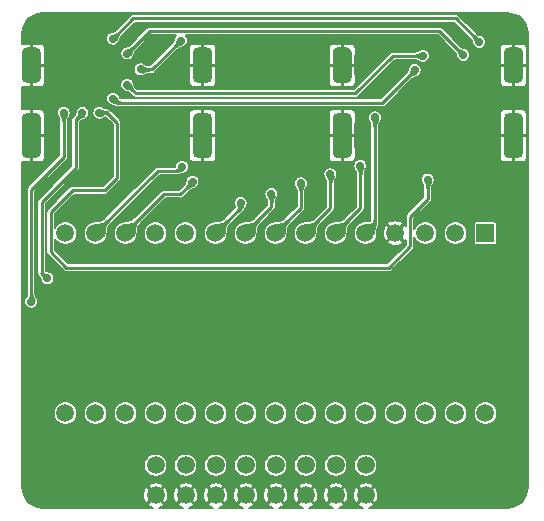
<source format=gbr>
G04 #@! TF.GenerationSoftware,KiCad,Pcbnew,(5.1.10-1-10_14)*
G04 #@! TF.CreationDate,2021-11-29T00:01:07-05:00*
G04 #@! TF.ProjectId,SNAC Sniffer SQUARE,534e4143-2053-46e6-9966-666572205351,1*
G04 #@! TF.SameCoordinates,Original*
G04 #@! TF.FileFunction,Copper,L2,Bot*
G04 #@! TF.FilePolarity,Positive*
%FSLAX46Y46*%
G04 Gerber Fmt 4.6, Leading zero omitted, Abs format (unit mm)*
G04 Created by KiCad (PCBNEW (5.1.10-1-10_14)) date 2021-11-29 00:01:07*
%MOMM*%
%LPD*%
G01*
G04 APERTURE LIST*
G04 #@! TA.AperFunction,ComponentPad*
%ADD10C,1.500000*%
G04 #@! TD*
G04 #@! TA.AperFunction,ComponentPad*
%ADD11R,1.508000X1.508000*%
G04 #@! TD*
G04 #@! TA.AperFunction,ComponentPad*
%ADD12C,1.508000*%
G04 #@! TD*
G04 #@! TA.AperFunction,ViaPad*
%ADD13C,0.700000*%
G04 #@! TD*
G04 #@! TA.AperFunction,Conductor*
%ADD14C,0.250000*%
G04 #@! TD*
G04 #@! TA.AperFunction,Conductor*
%ADD15C,0.160000*%
G04 #@! TD*
G04 #@! TA.AperFunction,Conductor*
%ADD16C,0.152400*%
G04 #@! TD*
G04 #@! TA.AperFunction,Conductor*
%ADD17C,0.025400*%
G04 #@! TD*
G04 APERTURE END LIST*
D10*
X130530000Y-131690000D03*
X130530000Y-129150000D03*
X133070000Y-131690000D03*
X133070000Y-129150000D03*
X135610000Y-131690000D03*
X135610000Y-129150000D03*
X138150000Y-131690000D03*
X138150000Y-129150000D03*
X140690000Y-131690000D03*
X140690000Y-129150000D03*
X143230000Y-131690000D03*
X143230000Y-129150000D03*
X145770000Y-131690000D03*
X145770000Y-129150000D03*
X148310000Y-131690000D03*
X148310000Y-129150000D03*
G04 #@! TA.AperFunction,ComponentPad*
G36*
G01*
X120800000Y-94180000D02*
X120800000Y-96380000D01*
G75*
G02*
X120400000Y-96780000I-400000J0D01*
G01*
X119600000Y-96780000D01*
G75*
G02*
X119200000Y-96380000I0J400000D01*
G01*
X119200000Y-94180000D01*
G75*
G02*
X119600000Y-93780000I400000J0D01*
G01*
X120400000Y-93780000D01*
G75*
G02*
X120800000Y-94180000I0J-400000D01*
G01*
G37*
G04 #@! TD.AperFunction*
G04 #@! TA.AperFunction,ComponentPad*
G36*
G01*
X135300000Y-94180000D02*
X135300000Y-96380000D01*
G75*
G02*
X134900000Y-96780000I-400000J0D01*
G01*
X134100000Y-96780000D01*
G75*
G02*
X133700000Y-96380000I0J400000D01*
G01*
X133700000Y-94180000D01*
G75*
G02*
X134100000Y-93780000I400000J0D01*
G01*
X134900000Y-93780000D01*
G75*
G02*
X135300000Y-94180000I0J-400000D01*
G01*
G37*
G04 #@! TD.AperFunction*
G04 #@! TA.AperFunction,ComponentPad*
G36*
G01*
X135300000Y-99740000D02*
X135300000Y-102740000D01*
G75*
G02*
X134900000Y-103140000I-400000J0D01*
G01*
X134100000Y-103140000D01*
G75*
G02*
X133700000Y-102740000I0J400000D01*
G01*
X133700000Y-99740000D01*
G75*
G02*
X134100000Y-99340000I400000J0D01*
G01*
X134900000Y-99340000D01*
G75*
G02*
X135300000Y-99740000I0J-400000D01*
G01*
G37*
G04 #@! TD.AperFunction*
G04 #@! TA.AperFunction,ComponentPad*
G36*
G01*
X120800000Y-99740000D02*
X120800000Y-102740000D01*
G75*
G02*
X120400000Y-103140000I-400000J0D01*
G01*
X119600000Y-103140000D01*
G75*
G02*
X119200000Y-102740000I0J400000D01*
G01*
X119200000Y-99740000D01*
G75*
G02*
X119600000Y-99340000I400000J0D01*
G01*
X120400000Y-99340000D01*
G75*
G02*
X120800000Y-99740000I0J-400000D01*
G01*
G37*
G04 #@! TD.AperFunction*
G04 #@! TA.AperFunction,ComponentPad*
G36*
G01*
X147120000Y-94180000D02*
X147120000Y-96380000D01*
G75*
G02*
X146720000Y-96780000I-400000J0D01*
G01*
X145920000Y-96780000D01*
G75*
G02*
X145520000Y-96380000I0J400000D01*
G01*
X145520000Y-94180000D01*
G75*
G02*
X145920000Y-93780000I400000J0D01*
G01*
X146720000Y-93780000D01*
G75*
G02*
X147120000Y-94180000I0J-400000D01*
G01*
G37*
G04 #@! TD.AperFunction*
G04 #@! TA.AperFunction,ComponentPad*
G36*
G01*
X161620000Y-94180000D02*
X161620000Y-96380000D01*
G75*
G02*
X161220000Y-96780000I-400000J0D01*
G01*
X160420000Y-96780000D01*
G75*
G02*
X160020000Y-96380000I0J400000D01*
G01*
X160020000Y-94180000D01*
G75*
G02*
X160420000Y-93780000I400000J0D01*
G01*
X161220000Y-93780000D01*
G75*
G02*
X161620000Y-94180000I0J-400000D01*
G01*
G37*
G04 #@! TD.AperFunction*
G04 #@! TA.AperFunction,ComponentPad*
G36*
G01*
X161620000Y-99740000D02*
X161620000Y-102740000D01*
G75*
G02*
X161220000Y-103140000I-400000J0D01*
G01*
X160420000Y-103140000D01*
G75*
G02*
X160020000Y-102740000I0J400000D01*
G01*
X160020000Y-99740000D01*
G75*
G02*
X160420000Y-99340000I400000J0D01*
G01*
X161220000Y-99340000D01*
G75*
G02*
X161620000Y-99740000I0J-400000D01*
G01*
G37*
G04 #@! TD.AperFunction*
G04 #@! TA.AperFunction,ComponentPad*
G36*
G01*
X147120000Y-99740000D02*
X147120000Y-102740000D01*
G75*
G02*
X146720000Y-103140000I-400000J0D01*
G01*
X145920000Y-103140000D01*
G75*
G02*
X145520000Y-102740000I0J400000D01*
G01*
X145520000Y-99740000D01*
G75*
G02*
X145920000Y-99340000I400000J0D01*
G01*
X146720000Y-99340000D01*
G75*
G02*
X147120000Y-99740000I0J-400000D01*
G01*
G37*
G04 #@! TD.AperFunction*
D11*
X158450000Y-109500000D03*
D12*
X155910000Y-109500000D03*
X153370000Y-109500000D03*
X150830000Y-109500000D03*
X148290000Y-109500000D03*
X145750000Y-109500000D03*
X143210000Y-109500000D03*
X140670000Y-109500000D03*
X138130000Y-109500000D03*
X135590000Y-109500000D03*
X133050000Y-109500000D03*
X130510000Y-109500000D03*
X127970000Y-109500000D03*
X125430000Y-109500000D03*
X122890000Y-109500000D03*
X122890000Y-124740000D03*
X125430000Y-124740000D03*
X127970000Y-124740000D03*
X130510000Y-124740000D03*
X133050000Y-124740000D03*
X135590000Y-124740000D03*
X138130000Y-124740000D03*
X140670000Y-124740000D03*
X143210000Y-124740000D03*
X145750000Y-124740000D03*
X148290000Y-124740000D03*
X150830000Y-124740000D03*
X153370000Y-124740000D03*
X155910000Y-124740000D03*
X158450000Y-124740000D03*
D13*
X125480000Y-107520000D03*
X150670000Y-99820000D03*
X131590000Y-105210000D03*
X141250000Y-101620000D03*
X137710000Y-99320000D03*
X119990000Y-115310000D03*
X122749984Y-99300016D03*
X149100000Y-99700000D03*
X147850000Y-103800000D03*
X145320000Y-104530000D03*
X121359999Y-113330001D03*
X124334995Y-99325005D03*
X142830000Y-105290000D03*
X140330000Y-106200000D03*
X137730000Y-106960000D03*
X133650000Y-105160000D03*
X153570000Y-104970000D03*
X125760000Y-99300000D03*
X132775001Y-103875001D03*
X126920000Y-98120000D03*
X152470000Y-95700003D03*
X128119998Y-96940000D03*
X153150002Y-94490000D03*
X129250000Y-95639996D03*
X132660000Y-93190000D03*
X128130002Y-94290000D03*
X156570000Y-94410000D03*
X126910000Y-93040000D03*
X157930000Y-93319998D03*
D14*
X119990000Y-115310000D02*
X119990000Y-105810000D01*
X119990000Y-105810000D02*
X122749984Y-103050016D01*
X122749984Y-103050016D02*
X122749984Y-99300016D01*
X149080000Y-108780000D02*
X149080000Y-99720000D01*
X148320000Y-109540000D02*
X149080000Y-108780000D01*
X149080000Y-99720000D02*
X149100000Y-99700000D01*
X145750000Y-109500000D02*
X147850000Y-107400000D01*
X147850000Y-107400000D02*
X147850000Y-103800000D01*
X143210000Y-109510000D02*
X145320000Y-107400000D01*
X145320000Y-107400000D02*
X145320000Y-104530000D01*
X123750000Y-103970000D02*
X123750000Y-99910000D01*
X120870000Y-112840002D02*
X120870000Y-106850000D01*
X123750000Y-99910000D02*
X124334995Y-99325005D01*
X120870000Y-106850000D02*
X123750000Y-103970000D01*
X121359999Y-113330001D02*
X120870000Y-112840002D01*
X140670000Y-109500000D02*
X142830000Y-107340000D01*
X142830000Y-107340000D02*
X142830000Y-105290000D01*
X140330000Y-107300000D02*
X140330000Y-106200000D01*
X138130000Y-109500000D02*
X140330000Y-107300000D01*
X137730000Y-107360000D02*
X137730000Y-106960000D01*
X135590000Y-109500000D02*
X137730000Y-107360000D01*
X133650000Y-105170000D02*
X133650000Y-105160000D01*
X132620000Y-106200000D02*
X133650000Y-105170000D01*
X131240000Y-106200000D02*
X132620000Y-106200000D01*
X127970000Y-109470000D02*
X131240000Y-106200000D01*
X127970000Y-109500000D02*
X127970000Y-109470000D01*
X127260000Y-104830000D02*
X127260000Y-100138116D01*
X150290000Y-112410000D02*
X122960000Y-112410000D01*
X126210000Y-105880000D02*
X127260000Y-104830000D01*
X153570000Y-106610000D02*
X152080000Y-108100000D01*
X123490000Y-105880000D02*
X126210000Y-105880000D01*
X122960000Y-112410000D02*
X121640000Y-111090000D01*
X126421884Y-99300000D02*
X125760000Y-99300000D01*
X152080000Y-110620000D02*
X150290000Y-112410000D01*
X121640000Y-111090000D02*
X121640000Y-107730000D01*
X152080000Y-108100000D02*
X152080000Y-110620000D01*
X127260000Y-100138116D02*
X126421884Y-99300000D01*
X121640000Y-107730000D02*
X123490000Y-105880000D01*
X153570000Y-104970000D02*
X153570000Y-106610000D01*
X132425002Y-104225000D02*
X132775001Y-103875001D01*
X130705000Y-104225000D02*
X132425002Y-104225000D01*
X125430000Y-109500000D02*
X130705000Y-104225000D01*
X149720003Y-98450000D02*
X152470000Y-95700003D01*
X127250000Y-98450000D02*
X149720003Y-98450000D01*
X126920000Y-98120000D02*
X127250000Y-98450000D01*
X128119998Y-96940000D02*
X128839998Y-97660000D01*
X128839998Y-97660000D02*
X147440000Y-97660000D01*
X147440000Y-97660000D02*
X150610000Y-94490000D01*
X150610000Y-94490000D02*
X153150002Y-94490000D01*
X130210004Y-95639996D02*
X132660000Y-93190000D01*
X129250000Y-95639996D02*
X130210004Y-95639996D01*
X154560000Y-92400000D02*
X156570000Y-94410000D01*
X130020002Y-92400000D02*
X154560000Y-92400000D01*
X128130002Y-94290000D02*
X130020002Y-92400000D01*
X128630000Y-91320000D02*
X155930002Y-91320000D01*
X155930002Y-91320000D02*
X157930000Y-93319998D01*
X126910000Y-93040000D02*
X128630000Y-91320000D01*
D15*
X160651870Y-90903931D02*
X160971102Y-91000313D01*
X161265527Y-91156862D01*
X161523945Y-91367622D01*
X161736502Y-91624559D01*
X161895103Y-91917886D01*
X161993712Y-92236439D01*
X162030000Y-92581698D01*
X162030001Y-131015806D01*
X161996069Y-131361870D01*
X161899688Y-131681100D01*
X161743135Y-131975532D01*
X161532377Y-132233945D01*
X161275441Y-132446502D01*
X160982114Y-132605103D01*
X160663561Y-132703711D01*
X160318302Y-132740000D01*
X148569537Y-132740000D01*
X148727510Y-132691698D01*
X148910926Y-132593662D01*
X148986500Y-132430140D01*
X148310000Y-131753640D01*
X147633500Y-132430140D01*
X147709074Y-132593662D01*
X147896917Y-132693533D01*
X148051326Y-132740000D01*
X146029537Y-132740000D01*
X146187510Y-132691698D01*
X146370926Y-132593662D01*
X146446500Y-132430140D01*
X145770000Y-131753640D01*
X145093500Y-132430140D01*
X145169074Y-132593662D01*
X145356917Y-132693533D01*
X145511326Y-132740000D01*
X143489537Y-132740000D01*
X143647510Y-132691698D01*
X143830926Y-132593662D01*
X143906500Y-132430140D01*
X143230000Y-131753640D01*
X142553500Y-132430140D01*
X142629074Y-132593662D01*
X142816917Y-132693533D01*
X142971326Y-132740000D01*
X140949537Y-132740000D01*
X141107510Y-132691698D01*
X141290926Y-132593662D01*
X141366500Y-132430140D01*
X140690000Y-131753640D01*
X140013500Y-132430140D01*
X140089074Y-132593662D01*
X140276917Y-132693533D01*
X140431326Y-132740000D01*
X138409537Y-132740000D01*
X138567510Y-132691698D01*
X138750926Y-132593662D01*
X138826500Y-132430140D01*
X138150000Y-131753640D01*
X137473500Y-132430140D01*
X137549074Y-132593662D01*
X137736917Y-132693533D01*
X137891326Y-132740000D01*
X135869537Y-132740000D01*
X136027510Y-132691698D01*
X136210926Y-132593662D01*
X136286500Y-132430140D01*
X135610000Y-131753640D01*
X134933500Y-132430140D01*
X135009074Y-132593662D01*
X135196917Y-132693533D01*
X135351326Y-132740000D01*
X133329537Y-132740000D01*
X133487510Y-132691698D01*
X133670926Y-132593662D01*
X133746500Y-132430140D01*
X133070000Y-131753640D01*
X132393500Y-132430140D01*
X132469074Y-132593662D01*
X132656917Y-132693533D01*
X132811326Y-132740000D01*
X130789537Y-132740000D01*
X130947510Y-132691698D01*
X131130926Y-132593662D01*
X131206500Y-132430140D01*
X130530000Y-131753640D01*
X129853500Y-132430140D01*
X129929074Y-132593662D01*
X130116917Y-132693533D01*
X130271326Y-132740000D01*
X120954184Y-132740000D01*
X120608130Y-132706069D01*
X120288900Y-132609688D01*
X119994468Y-132453135D01*
X119736055Y-132242377D01*
X119523498Y-131985441D01*
X119365050Y-131692396D01*
X129444777Y-131692396D01*
X129466097Y-131904067D01*
X129528302Y-132107510D01*
X129626338Y-132290926D01*
X129789860Y-132366500D01*
X130466360Y-131690000D01*
X130593640Y-131690000D01*
X131270140Y-132366500D01*
X131433662Y-132290926D01*
X131533533Y-132103083D01*
X131594838Y-131899367D01*
X131614761Y-131692396D01*
X131984777Y-131692396D01*
X132006097Y-131904067D01*
X132068302Y-132107510D01*
X132166338Y-132290926D01*
X132329860Y-132366500D01*
X133006360Y-131690000D01*
X133133640Y-131690000D01*
X133810140Y-132366500D01*
X133973662Y-132290926D01*
X134073533Y-132103083D01*
X134134838Y-131899367D01*
X134154761Y-131692396D01*
X134524777Y-131692396D01*
X134546097Y-131904067D01*
X134608302Y-132107510D01*
X134706338Y-132290926D01*
X134869860Y-132366500D01*
X135546360Y-131690000D01*
X135673640Y-131690000D01*
X136350140Y-132366500D01*
X136513662Y-132290926D01*
X136613533Y-132103083D01*
X136674838Y-131899367D01*
X136694761Y-131692396D01*
X137064777Y-131692396D01*
X137086097Y-131904067D01*
X137148302Y-132107510D01*
X137246338Y-132290926D01*
X137409860Y-132366500D01*
X138086360Y-131690000D01*
X138213640Y-131690000D01*
X138890140Y-132366500D01*
X139053662Y-132290926D01*
X139153533Y-132103083D01*
X139214838Y-131899367D01*
X139234761Y-131692396D01*
X139604777Y-131692396D01*
X139626097Y-131904067D01*
X139688302Y-132107510D01*
X139786338Y-132290926D01*
X139949860Y-132366500D01*
X140626360Y-131690000D01*
X140753640Y-131690000D01*
X141430140Y-132366500D01*
X141593662Y-132290926D01*
X141693533Y-132103083D01*
X141754838Y-131899367D01*
X141774761Y-131692396D01*
X142144777Y-131692396D01*
X142166097Y-131904067D01*
X142228302Y-132107510D01*
X142326338Y-132290926D01*
X142489860Y-132366500D01*
X143166360Y-131690000D01*
X143293640Y-131690000D01*
X143970140Y-132366500D01*
X144133662Y-132290926D01*
X144233533Y-132103083D01*
X144294838Y-131899367D01*
X144314761Y-131692396D01*
X144684777Y-131692396D01*
X144706097Y-131904067D01*
X144768302Y-132107510D01*
X144866338Y-132290926D01*
X145029860Y-132366500D01*
X145706360Y-131690000D01*
X145833640Y-131690000D01*
X146510140Y-132366500D01*
X146673662Y-132290926D01*
X146773533Y-132103083D01*
X146834838Y-131899367D01*
X146854761Y-131692396D01*
X147224777Y-131692396D01*
X147246097Y-131904067D01*
X147308302Y-132107510D01*
X147406338Y-132290926D01*
X147569860Y-132366500D01*
X148246360Y-131690000D01*
X148373640Y-131690000D01*
X149050140Y-132366500D01*
X149213662Y-132290926D01*
X149313533Y-132103083D01*
X149374838Y-131899367D01*
X149395223Y-131687604D01*
X149373903Y-131475933D01*
X149311698Y-131272490D01*
X149213662Y-131089074D01*
X149050140Y-131013500D01*
X148373640Y-131690000D01*
X148246360Y-131690000D01*
X147569860Y-131013500D01*
X147406338Y-131089074D01*
X147306467Y-131276917D01*
X147245162Y-131480633D01*
X147224777Y-131692396D01*
X146854761Y-131692396D01*
X146855223Y-131687604D01*
X146833903Y-131475933D01*
X146771698Y-131272490D01*
X146673662Y-131089074D01*
X146510140Y-131013500D01*
X145833640Y-131690000D01*
X145706360Y-131690000D01*
X145029860Y-131013500D01*
X144866338Y-131089074D01*
X144766467Y-131276917D01*
X144705162Y-131480633D01*
X144684777Y-131692396D01*
X144314761Y-131692396D01*
X144315223Y-131687604D01*
X144293903Y-131475933D01*
X144231698Y-131272490D01*
X144133662Y-131089074D01*
X143970140Y-131013500D01*
X143293640Y-131690000D01*
X143166360Y-131690000D01*
X142489860Y-131013500D01*
X142326338Y-131089074D01*
X142226467Y-131276917D01*
X142165162Y-131480633D01*
X142144777Y-131692396D01*
X141774761Y-131692396D01*
X141775223Y-131687604D01*
X141753903Y-131475933D01*
X141691698Y-131272490D01*
X141593662Y-131089074D01*
X141430140Y-131013500D01*
X140753640Y-131690000D01*
X140626360Y-131690000D01*
X139949860Y-131013500D01*
X139786338Y-131089074D01*
X139686467Y-131276917D01*
X139625162Y-131480633D01*
X139604777Y-131692396D01*
X139234761Y-131692396D01*
X139235223Y-131687604D01*
X139213903Y-131475933D01*
X139151698Y-131272490D01*
X139053662Y-131089074D01*
X138890140Y-131013500D01*
X138213640Y-131690000D01*
X138086360Y-131690000D01*
X137409860Y-131013500D01*
X137246338Y-131089074D01*
X137146467Y-131276917D01*
X137085162Y-131480633D01*
X137064777Y-131692396D01*
X136694761Y-131692396D01*
X136695223Y-131687604D01*
X136673903Y-131475933D01*
X136611698Y-131272490D01*
X136513662Y-131089074D01*
X136350140Y-131013500D01*
X135673640Y-131690000D01*
X135546360Y-131690000D01*
X134869860Y-131013500D01*
X134706338Y-131089074D01*
X134606467Y-131276917D01*
X134545162Y-131480633D01*
X134524777Y-131692396D01*
X134154761Y-131692396D01*
X134155223Y-131687604D01*
X134133903Y-131475933D01*
X134071698Y-131272490D01*
X133973662Y-131089074D01*
X133810140Y-131013500D01*
X133133640Y-131690000D01*
X133006360Y-131690000D01*
X132329860Y-131013500D01*
X132166338Y-131089074D01*
X132066467Y-131276917D01*
X132005162Y-131480633D01*
X131984777Y-131692396D01*
X131614761Y-131692396D01*
X131615223Y-131687604D01*
X131593903Y-131475933D01*
X131531698Y-131272490D01*
X131433662Y-131089074D01*
X131270140Y-131013500D01*
X130593640Y-131690000D01*
X130466360Y-131690000D01*
X129789860Y-131013500D01*
X129626338Y-131089074D01*
X129526467Y-131276917D01*
X129465162Y-131480633D01*
X129444777Y-131692396D01*
X119365050Y-131692396D01*
X119364897Y-131692114D01*
X119266289Y-131373561D01*
X119230000Y-131028302D01*
X119230000Y-130949860D01*
X129853500Y-130949860D01*
X130530000Y-131626360D01*
X131206500Y-130949860D01*
X132393500Y-130949860D01*
X133070000Y-131626360D01*
X133746500Y-130949860D01*
X134933500Y-130949860D01*
X135610000Y-131626360D01*
X136286500Y-130949860D01*
X137473500Y-130949860D01*
X138150000Y-131626360D01*
X138826500Y-130949860D01*
X140013500Y-130949860D01*
X140690000Y-131626360D01*
X141366500Y-130949860D01*
X142553500Y-130949860D01*
X143230000Y-131626360D01*
X143906500Y-130949860D01*
X145093500Y-130949860D01*
X145770000Y-131626360D01*
X146446500Y-130949860D01*
X147633500Y-130949860D01*
X148310000Y-131626360D01*
X148986500Y-130949860D01*
X148910926Y-130786338D01*
X148723083Y-130686467D01*
X148519367Y-130625162D01*
X148307604Y-130604777D01*
X148095933Y-130626097D01*
X147892490Y-130688302D01*
X147709074Y-130786338D01*
X147633500Y-130949860D01*
X146446500Y-130949860D01*
X146370926Y-130786338D01*
X146183083Y-130686467D01*
X145979367Y-130625162D01*
X145767604Y-130604777D01*
X145555933Y-130626097D01*
X145352490Y-130688302D01*
X145169074Y-130786338D01*
X145093500Y-130949860D01*
X143906500Y-130949860D01*
X143830926Y-130786338D01*
X143643083Y-130686467D01*
X143439367Y-130625162D01*
X143227604Y-130604777D01*
X143015933Y-130626097D01*
X142812490Y-130688302D01*
X142629074Y-130786338D01*
X142553500Y-130949860D01*
X141366500Y-130949860D01*
X141290926Y-130786338D01*
X141103083Y-130686467D01*
X140899367Y-130625162D01*
X140687604Y-130604777D01*
X140475933Y-130626097D01*
X140272490Y-130688302D01*
X140089074Y-130786338D01*
X140013500Y-130949860D01*
X138826500Y-130949860D01*
X138750926Y-130786338D01*
X138563083Y-130686467D01*
X138359367Y-130625162D01*
X138147604Y-130604777D01*
X137935933Y-130626097D01*
X137732490Y-130688302D01*
X137549074Y-130786338D01*
X137473500Y-130949860D01*
X136286500Y-130949860D01*
X136210926Y-130786338D01*
X136023083Y-130686467D01*
X135819367Y-130625162D01*
X135607604Y-130604777D01*
X135395933Y-130626097D01*
X135192490Y-130688302D01*
X135009074Y-130786338D01*
X134933500Y-130949860D01*
X133746500Y-130949860D01*
X133670926Y-130786338D01*
X133483083Y-130686467D01*
X133279367Y-130625162D01*
X133067604Y-130604777D01*
X132855933Y-130626097D01*
X132652490Y-130688302D01*
X132469074Y-130786338D01*
X132393500Y-130949860D01*
X131206500Y-130949860D01*
X131130926Y-130786338D01*
X130943083Y-130686467D01*
X130739367Y-130625162D01*
X130527604Y-130604777D01*
X130315933Y-130626097D01*
X130112490Y-130688302D01*
X129929074Y-130786338D01*
X129853500Y-130949860D01*
X119230000Y-130949860D01*
X119230000Y-129052494D01*
X129540000Y-129052494D01*
X129540000Y-129247506D01*
X129578045Y-129438772D01*
X129652674Y-129618941D01*
X129761017Y-129781088D01*
X129898912Y-129918983D01*
X130061059Y-130027326D01*
X130241228Y-130101955D01*
X130432494Y-130140000D01*
X130627506Y-130140000D01*
X130818772Y-130101955D01*
X130998941Y-130027326D01*
X131161088Y-129918983D01*
X131298983Y-129781088D01*
X131407326Y-129618941D01*
X131481955Y-129438772D01*
X131520000Y-129247506D01*
X131520000Y-129052494D01*
X132080000Y-129052494D01*
X132080000Y-129247506D01*
X132118045Y-129438772D01*
X132192674Y-129618941D01*
X132301017Y-129781088D01*
X132438912Y-129918983D01*
X132601059Y-130027326D01*
X132781228Y-130101955D01*
X132972494Y-130140000D01*
X133167506Y-130140000D01*
X133358772Y-130101955D01*
X133538941Y-130027326D01*
X133701088Y-129918983D01*
X133838983Y-129781088D01*
X133947326Y-129618941D01*
X134021955Y-129438772D01*
X134060000Y-129247506D01*
X134060000Y-129052494D01*
X134620000Y-129052494D01*
X134620000Y-129247506D01*
X134658045Y-129438772D01*
X134732674Y-129618941D01*
X134841017Y-129781088D01*
X134978912Y-129918983D01*
X135141059Y-130027326D01*
X135321228Y-130101955D01*
X135512494Y-130140000D01*
X135707506Y-130140000D01*
X135898772Y-130101955D01*
X136078941Y-130027326D01*
X136241088Y-129918983D01*
X136378983Y-129781088D01*
X136487326Y-129618941D01*
X136561955Y-129438772D01*
X136600000Y-129247506D01*
X136600000Y-129052494D01*
X137160000Y-129052494D01*
X137160000Y-129247506D01*
X137198045Y-129438772D01*
X137272674Y-129618941D01*
X137381017Y-129781088D01*
X137518912Y-129918983D01*
X137681059Y-130027326D01*
X137861228Y-130101955D01*
X138052494Y-130140000D01*
X138247506Y-130140000D01*
X138438772Y-130101955D01*
X138618941Y-130027326D01*
X138781088Y-129918983D01*
X138918983Y-129781088D01*
X139027326Y-129618941D01*
X139101955Y-129438772D01*
X139140000Y-129247506D01*
X139140000Y-129052494D01*
X139700000Y-129052494D01*
X139700000Y-129247506D01*
X139738045Y-129438772D01*
X139812674Y-129618941D01*
X139921017Y-129781088D01*
X140058912Y-129918983D01*
X140221059Y-130027326D01*
X140401228Y-130101955D01*
X140592494Y-130140000D01*
X140787506Y-130140000D01*
X140978772Y-130101955D01*
X141158941Y-130027326D01*
X141321088Y-129918983D01*
X141458983Y-129781088D01*
X141567326Y-129618941D01*
X141641955Y-129438772D01*
X141680000Y-129247506D01*
X141680000Y-129052494D01*
X142240000Y-129052494D01*
X142240000Y-129247506D01*
X142278045Y-129438772D01*
X142352674Y-129618941D01*
X142461017Y-129781088D01*
X142598912Y-129918983D01*
X142761059Y-130027326D01*
X142941228Y-130101955D01*
X143132494Y-130140000D01*
X143327506Y-130140000D01*
X143518772Y-130101955D01*
X143698941Y-130027326D01*
X143861088Y-129918983D01*
X143998983Y-129781088D01*
X144107326Y-129618941D01*
X144181955Y-129438772D01*
X144220000Y-129247506D01*
X144220000Y-129052494D01*
X144780000Y-129052494D01*
X144780000Y-129247506D01*
X144818045Y-129438772D01*
X144892674Y-129618941D01*
X145001017Y-129781088D01*
X145138912Y-129918983D01*
X145301059Y-130027326D01*
X145481228Y-130101955D01*
X145672494Y-130140000D01*
X145867506Y-130140000D01*
X146058772Y-130101955D01*
X146238941Y-130027326D01*
X146401088Y-129918983D01*
X146538983Y-129781088D01*
X146647326Y-129618941D01*
X146721955Y-129438772D01*
X146760000Y-129247506D01*
X146760000Y-129052494D01*
X147320000Y-129052494D01*
X147320000Y-129247506D01*
X147358045Y-129438772D01*
X147432674Y-129618941D01*
X147541017Y-129781088D01*
X147678912Y-129918983D01*
X147841059Y-130027326D01*
X148021228Y-130101955D01*
X148212494Y-130140000D01*
X148407506Y-130140000D01*
X148598772Y-130101955D01*
X148778941Y-130027326D01*
X148941088Y-129918983D01*
X149078983Y-129781088D01*
X149187326Y-129618941D01*
X149261955Y-129438772D01*
X149300000Y-129247506D01*
X149300000Y-129052494D01*
X149261955Y-128861228D01*
X149187326Y-128681059D01*
X149078983Y-128518912D01*
X148941088Y-128381017D01*
X148778941Y-128272674D01*
X148598772Y-128198045D01*
X148407506Y-128160000D01*
X148212494Y-128160000D01*
X148021228Y-128198045D01*
X147841059Y-128272674D01*
X147678912Y-128381017D01*
X147541017Y-128518912D01*
X147432674Y-128681059D01*
X147358045Y-128861228D01*
X147320000Y-129052494D01*
X146760000Y-129052494D01*
X146721955Y-128861228D01*
X146647326Y-128681059D01*
X146538983Y-128518912D01*
X146401088Y-128381017D01*
X146238941Y-128272674D01*
X146058772Y-128198045D01*
X145867506Y-128160000D01*
X145672494Y-128160000D01*
X145481228Y-128198045D01*
X145301059Y-128272674D01*
X145138912Y-128381017D01*
X145001017Y-128518912D01*
X144892674Y-128681059D01*
X144818045Y-128861228D01*
X144780000Y-129052494D01*
X144220000Y-129052494D01*
X144181955Y-128861228D01*
X144107326Y-128681059D01*
X143998983Y-128518912D01*
X143861088Y-128381017D01*
X143698941Y-128272674D01*
X143518772Y-128198045D01*
X143327506Y-128160000D01*
X143132494Y-128160000D01*
X142941228Y-128198045D01*
X142761059Y-128272674D01*
X142598912Y-128381017D01*
X142461017Y-128518912D01*
X142352674Y-128681059D01*
X142278045Y-128861228D01*
X142240000Y-129052494D01*
X141680000Y-129052494D01*
X141641955Y-128861228D01*
X141567326Y-128681059D01*
X141458983Y-128518912D01*
X141321088Y-128381017D01*
X141158941Y-128272674D01*
X140978772Y-128198045D01*
X140787506Y-128160000D01*
X140592494Y-128160000D01*
X140401228Y-128198045D01*
X140221059Y-128272674D01*
X140058912Y-128381017D01*
X139921017Y-128518912D01*
X139812674Y-128681059D01*
X139738045Y-128861228D01*
X139700000Y-129052494D01*
X139140000Y-129052494D01*
X139101955Y-128861228D01*
X139027326Y-128681059D01*
X138918983Y-128518912D01*
X138781088Y-128381017D01*
X138618941Y-128272674D01*
X138438772Y-128198045D01*
X138247506Y-128160000D01*
X138052494Y-128160000D01*
X137861228Y-128198045D01*
X137681059Y-128272674D01*
X137518912Y-128381017D01*
X137381017Y-128518912D01*
X137272674Y-128681059D01*
X137198045Y-128861228D01*
X137160000Y-129052494D01*
X136600000Y-129052494D01*
X136561955Y-128861228D01*
X136487326Y-128681059D01*
X136378983Y-128518912D01*
X136241088Y-128381017D01*
X136078941Y-128272674D01*
X135898772Y-128198045D01*
X135707506Y-128160000D01*
X135512494Y-128160000D01*
X135321228Y-128198045D01*
X135141059Y-128272674D01*
X134978912Y-128381017D01*
X134841017Y-128518912D01*
X134732674Y-128681059D01*
X134658045Y-128861228D01*
X134620000Y-129052494D01*
X134060000Y-129052494D01*
X134021955Y-128861228D01*
X133947326Y-128681059D01*
X133838983Y-128518912D01*
X133701088Y-128381017D01*
X133538941Y-128272674D01*
X133358772Y-128198045D01*
X133167506Y-128160000D01*
X132972494Y-128160000D01*
X132781228Y-128198045D01*
X132601059Y-128272674D01*
X132438912Y-128381017D01*
X132301017Y-128518912D01*
X132192674Y-128681059D01*
X132118045Y-128861228D01*
X132080000Y-129052494D01*
X131520000Y-129052494D01*
X131481955Y-128861228D01*
X131407326Y-128681059D01*
X131298983Y-128518912D01*
X131161088Y-128381017D01*
X130998941Y-128272674D01*
X130818772Y-128198045D01*
X130627506Y-128160000D01*
X130432494Y-128160000D01*
X130241228Y-128198045D01*
X130061059Y-128272674D01*
X129898912Y-128381017D01*
X129761017Y-128518912D01*
X129652674Y-128681059D01*
X129578045Y-128861228D01*
X129540000Y-129052494D01*
X119230000Y-129052494D01*
X119230000Y-124642100D01*
X121896000Y-124642100D01*
X121896000Y-124837900D01*
X121934198Y-125029939D01*
X122009128Y-125210836D01*
X122117909Y-125373638D01*
X122256362Y-125512091D01*
X122419164Y-125620872D01*
X122600061Y-125695802D01*
X122792100Y-125734000D01*
X122987900Y-125734000D01*
X123179939Y-125695802D01*
X123360836Y-125620872D01*
X123523638Y-125512091D01*
X123662091Y-125373638D01*
X123770872Y-125210836D01*
X123845802Y-125029939D01*
X123884000Y-124837900D01*
X123884000Y-124642100D01*
X124436000Y-124642100D01*
X124436000Y-124837900D01*
X124474198Y-125029939D01*
X124549128Y-125210836D01*
X124657909Y-125373638D01*
X124796362Y-125512091D01*
X124959164Y-125620872D01*
X125140061Y-125695802D01*
X125332100Y-125734000D01*
X125527900Y-125734000D01*
X125719939Y-125695802D01*
X125900836Y-125620872D01*
X126063638Y-125512091D01*
X126202091Y-125373638D01*
X126310872Y-125210836D01*
X126385802Y-125029939D01*
X126424000Y-124837900D01*
X126424000Y-124642100D01*
X126976000Y-124642100D01*
X126976000Y-124837900D01*
X127014198Y-125029939D01*
X127089128Y-125210836D01*
X127197909Y-125373638D01*
X127336362Y-125512091D01*
X127499164Y-125620872D01*
X127680061Y-125695802D01*
X127872100Y-125734000D01*
X128067900Y-125734000D01*
X128259939Y-125695802D01*
X128440836Y-125620872D01*
X128603638Y-125512091D01*
X128742091Y-125373638D01*
X128850872Y-125210836D01*
X128925802Y-125029939D01*
X128964000Y-124837900D01*
X128964000Y-124642100D01*
X129516000Y-124642100D01*
X129516000Y-124837900D01*
X129554198Y-125029939D01*
X129629128Y-125210836D01*
X129737909Y-125373638D01*
X129876362Y-125512091D01*
X130039164Y-125620872D01*
X130220061Y-125695802D01*
X130412100Y-125734000D01*
X130607900Y-125734000D01*
X130799939Y-125695802D01*
X130980836Y-125620872D01*
X131143638Y-125512091D01*
X131282091Y-125373638D01*
X131390872Y-125210836D01*
X131465802Y-125029939D01*
X131504000Y-124837900D01*
X131504000Y-124642100D01*
X132056000Y-124642100D01*
X132056000Y-124837900D01*
X132094198Y-125029939D01*
X132169128Y-125210836D01*
X132277909Y-125373638D01*
X132416362Y-125512091D01*
X132579164Y-125620872D01*
X132760061Y-125695802D01*
X132952100Y-125734000D01*
X133147900Y-125734000D01*
X133339939Y-125695802D01*
X133520836Y-125620872D01*
X133683638Y-125512091D01*
X133822091Y-125373638D01*
X133930872Y-125210836D01*
X134005802Y-125029939D01*
X134044000Y-124837900D01*
X134044000Y-124642100D01*
X134596000Y-124642100D01*
X134596000Y-124837900D01*
X134634198Y-125029939D01*
X134709128Y-125210836D01*
X134817909Y-125373638D01*
X134956362Y-125512091D01*
X135119164Y-125620872D01*
X135300061Y-125695802D01*
X135492100Y-125734000D01*
X135687900Y-125734000D01*
X135879939Y-125695802D01*
X136060836Y-125620872D01*
X136223638Y-125512091D01*
X136362091Y-125373638D01*
X136470872Y-125210836D01*
X136545802Y-125029939D01*
X136584000Y-124837900D01*
X136584000Y-124642100D01*
X137136000Y-124642100D01*
X137136000Y-124837900D01*
X137174198Y-125029939D01*
X137249128Y-125210836D01*
X137357909Y-125373638D01*
X137496362Y-125512091D01*
X137659164Y-125620872D01*
X137840061Y-125695802D01*
X138032100Y-125734000D01*
X138227900Y-125734000D01*
X138419939Y-125695802D01*
X138600836Y-125620872D01*
X138763638Y-125512091D01*
X138902091Y-125373638D01*
X139010872Y-125210836D01*
X139085802Y-125029939D01*
X139124000Y-124837900D01*
X139124000Y-124642100D01*
X139676000Y-124642100D01*
X139676000Y-124837900D01*
X139714198Y-125029939D01*
X139789128Y-125210836D01*
X139897909Y-125373638D01*
X140036362Y-125512091D01*
X140199164Y-125620872D01*
X140380061Y-125695802D01*
X140572100Y-125734000D01*
X140767900Y-125734000D01*
X140959939Y-125695802D01*
X141140836Y-125620872D01*
X141303638Y-125512091D01*
X141442091Y-125373638D01*
X141550872Y-125210836D01*
X141625802Y-125029939D01*
X141664000Y-124837900D01*
X141664000Y-124642100D01*
X142216000Y-124642100D01*
X142216000Y-124837900D01*
X142254198Y-125029939D01*
X142329128Y-125210836D01*
X142437909Y-125373638D01*
X142576362Y-125512091D01*
X142739164Y-125620872D01*
X142920061Y-125695802D01*
X143112100Y-125734000D01*
X143307900Y-125734000D01*
X143499939Y-125695802D01*
X143680836Y-125620872D01*
X143843638Y-125512091D01*
X143982091Y-125373638D01*
X144090872Y-125210836D01*
X144165802Y-125029939D01*
X144204000Y-124837900D01*
X144204000Y-124642100D01*
X144756000Y-124642100D01*
X144756000Y-124837900D01*
X144794198Y-125029939D01*
X144869128Y-125210836D01*
X144977909Y-125373638D01*
X145116362Y-125512091D01*
X145279164Y-125620872D01*
X145460061Y-125695802D01*
X145652100Y-125734000D01*
X145847900Y-125734000D01*
X146039939Y-125695802D01*
X146220836Y-125620872D01*
X146383638Y-125512091D01*
X146522091Y-125373638D01*
X146630872Y-125210836D01*
X146705802Y-125029939D01*
X146744000Y-124837900D01*
X146744000Y-124642100D01*
X147296000Y-124642100D01*
X147296000Y-124837900D01*
X147334198Y-125029939D01*
X147409128Y-125210836D01*
X147517909Y-125373638D01*
X147656362Y-125512091D01*
X147819164Y-125620872D01*
X148000061Y-125695802D01*
X148192100Y-125734000D01*
X148387900Y-125734000D01*
X148579939Y-125695802D01*
X148760836Y-125620872D01*
X148923638Y-125512091D01*
X149062091Y-125373638D01*
X149170872Y-125210836D01*
X149245802Y-125029939D01*
X149284000Y-124837900D01*
X149284000Y-124642100D01*
X149836000Y-124642100D01*
X149836000Y-124837900D01*
X149874198Y-125029939D01*
X149949128Y-125210836D01*
X150057909Y-125373638D01*
X150196362Y-125512091D01*
X150359164Y-125620872D01*
X150540061Y-125695802D01*
X150732100Y-125734000D01*
X150927900Y-125734000D01*
X151119939Y-125695802D01*
X151300836Y-125620872D01*
X151463638Y-125512091D01*
X151602091Y-125373638D01*
X151710872Y-125210836D01*
X151785802Y-125029939D01*
X151824000Y-124837900D01*
X151824000Y-124642100D01*
X152376000Y-124642100D01*
X152376000Y-124837900D01*
X152414198Y-125029939D01*
X152489128Y-125210836D01*
X152597909Y-125373638D01*
X152736362Y-125512091D01*
X152899164Y-125620872D01*
X153080061Y-125695802D01*
X153272100Y-125734000D01*
X153467900Y-125734000D01*
X153659939Y-125695802D01*
X153840836Y-125620872D01*
X154003638Y-125512091D01*
X154142091Y-125373638D01*
X154250872Y-125210836D01*
X154325802Y-125029939D01*
X154364000Y-124837900D01*
X154364000Y-124642100D01*
X154916000Y-124642100D01*
X154916000Y-124837900D01*
X154954198Y-125029939D01*
X155029128Y-125210836D01*
X155137909Y-125373638D01*
X155276362Y-125512091D01*
X155439164Y-125620872D01*
X155620061Y-125695802D01*
X155812100Y-125734000D01*
X156007900Y-125734000D01*
X156199939Y-125695802D01*
X156380836Y-125620872D01*
X156543638Y-125512091D01*
X156682091Y-125373638D01*
X156790872Y-125210836D01*
X156865802Y-125029939D01*
X156904000Y-124837900D01*
X156904000Y-124642100D01*
X157456000Y-124642100D01*
X157456000Y-124837900D01*
X157494198Y-125029939D01*
X157569128Y-125210836D01*
X157677909Y-125373638D01*
X157816362Y-125512091D01*
X157979164Y-125620872D01*
X158160061Y-125695802D01*
X158352100Y-125734000D01*
X158547900Y-125734000D01*
X158739939Y-125695802D01*
X158920836Y-125620872D01*
X159083638Y-125512091D01*
X159222091Y-125373638D01*
X159330872Y-125210836D01*
X159405802Y-125029939D01*
X159444000Y-124837900D01*
X159444000Y-124642100D01*
X159405802Y-124450061D01*
X159330872Y-124269164D01*
X159222091Y-124106362D01*
X159083638Y-123967909D01*
X158920836Y-123859128D01*
X158739939Y-123784198D01*
X158547900Y-123746000D01*
X158352100Y-123746000D01*
X158160061Y-123784198D01*
X157979164Y-123859128D01*
X157816362Y-123967909D01*
X157677909Y-124106362D01*
X157569128Y-124269164D01*
X157494198Y-124450061D01*
X157456000Y-124642100D01*
X156904000Y-124642100D01*
X156865802Y-124450061D01*
X156790872Y-124269164D01*
X156682091Y-124106362D01*
X156543638Y-123967909D01*
X156380836Y-123859128D01*
X156199939Y-123784198D01*
X156007900Y-123746000D01*
X155812100Y-123746000D01*
X155620061Y-123784198D01*
X155439164Y-123859128D01*
X155276362Y-123967909D01*
X155137909Y-124106362D01*
X155029128Y-124269164D01*
X154954198Y-124450061D01*
X154916000Y-124642100D01*
X154364000Y-124642100D01*
X154325802Y-124450061D01*
X154250872Y-124269164D01*
X154142091Y-124106362D01*
X154003638Y-123967909D01*
X153840836Y-123859128D01*
X153659939Y-123784198D01*
X153467900Y-123746000D01*
X153272100Y-123746000D01*
X153080061Y-123784198D01*
X152899164Y-123859128D01*
X152736362Y-123967909D01*
X152597909Y-124106362D01*
X152489128Y-124269164D01*
X152414198Y-124450061D01*
X152376000Y-124642100D01*
X151824000Y-124642100D01*
X151785802Y-124450061D01*
X151710872Y-124269164D01*
X151602091Y-124106362D01*
X151463638Y-123967909D01*
X151300836Y-123859128D01*
X151119939Y-123784198D01*
X150927900Y-123746000D01*
X150732100Y-123746000D01*
X150540061Y-123784198D01*
X150359164Y-123859128D01*
X150196362Y-123967909D01*
X150057909Y-124106362D01*
X149949128Y-124269164D01*
X149874198Y-124450061D01*
X149836000Y-124642100D01*
X149284000Y-124642100D01*
X149245802Y-124450061D01*
X149170872Y-124269164D01*
X149062091Y-124106362D01*
X148923638Y-123967909D01*
X148760836Y-123859128D01*
X148579939Y-123784198D01*
X148387900Y-123746000D01*
X148192100Y-123746000D01*
X148000061Y-123784198D01*
X147819164Y-123859128D01*
X147656362Y-123967909D01*
X147517909Y-124106362D01*
X147409128Y-124269164D01*
X147334198Y-124450061D01*
X147296000Y-124642100D01*
X146744000Y-124642100D01*
X146705802Y-124450061D01*
X146630872Y-124269164D01*
X146522091Y-124106362D01*
X146383638Y-123967909D01*
X146220836Y-123859128D01*
X146039939Y-123784198D01*
X145847900Y-123746000D01*
X145652100Y-123746000D01*
X145460061Y-123784198D01*
X145279164Y-123859128D01*
X145116362Y-123967909D01*
X144977909Y-124106362D01*
X144869128Y-124269164D01*
X144794198Y-124450061D01*
X144756000Y-124642100D01*
X144204000Y-124642100D01*
X144165802Y-124450061D01*
X144090872Y-124269164D01*
X143982091Y-124106362D01*
X143843638Y-123967909D01*
X143680836Y-123859128D01*
X143499939Y-123784198D01*
X143307900Y-123746000D01*
X143112100Y-123746000D01*
X142920061Y-123784198D01*
X142739164Y-123859128D01*
X142576362Y-123967909D01*
X142437909Y-124106362D01*
X142329128Y-124269164D01*
X142254198Y-124450061D01*
X142216000Y-124642100D01*
X141664000Y-124642100D01*
X141625802Y-124450061D01*
X141550872Y-124269164D01*
X141442091Y-124106362D01*
X141303638Y-123967909D01*
X141140836Y-123859128D01*
X140959939Y-123784198D01*
X140767900Y-123746000D01*
X140572100Y-123746000D01*
X140380061Y-123784198D01*
X140199164Y-123859128D01*
X140036362Y-123967909D01*
X139897909Y-124106362D01*
X139789128Y-124269164D01*
X139714198Y-124450061D01*
X139676000Y-124642100D01*
X139124000Y-124642100D01*
X139085802Y-124450061D01*
X139010872Y-124269164D01*
X138902091Y-124106362D01*
X138763638Y-123967909D01*
X138600836Y-123859128D01*
X138419939Y-123784198D01*
X138227900Y-123746000D01*
X138032100Y-123746000D01*
X137840061Y-123784198D01*
X137659164Y-123859128D01*
X137496362Y-123967909D01*
X137357909Y-124106362D01*
X137249128Y-124269164D01*
X137174198Y-124450061D01*
X137136000Y-124642100D01*
X136584000Y-124642100D01*
X136545802Y-124450061D01*
X136470872Y-124269164D01*
X136362091Y-124106362D01*
X136223638Y-123967909D01*
X136060836Y-123859128D01*
X135879939Y-123784198D01*
X135687900Y-123746000D01*
X135492100Y-123746000D01*
X135300061Y-123784198D01*
X135119164Y-123859128D01*
X134956362Y-123967909D01*
X134817909Y-124106362D01*
X134709128Y-124269164D01*
X134634198Y-124450061D01*
X134596000Y-124642100D01*
X134044000Y-124642100D01*
X134005802Y-124450061D01*
X133930872Y-124269164D01*
X133822091Y-124106362D01*
X133683638Y-123967909D01*
X133520836Y-123859128D01*
X133339939Y-123784198D01*
X133147900Y-123746000D01*
X132952100Y-123746000D01*
X132760061Y-123784198D01*
X132579164Y-123859128D01*
X132416362Y-123967909D01*
X132277909Y-124106362D01*
X132169128Y-124269164D01*
X132094198Y-124450061D01*
X132056000Y-124642100D01*
X131504000Y-124642100D01*
X131465802Y-124450061D01*
X131390872Y-124269164D01*
X131282091Y-124106362D01*
X131143638Y-123967909D01*
X130980836Y-123859128D01*
X130799939Y-123784198D01*
X130607900Y-123746000D01*
X130412100Y-123746000D01*
X130220061Y-123784198D01*
X130039164Y-123859128D01*
X129876362Y-123967909D01*
X129737909Y-124106362D01*
X129629128Y-124269164D01*
X129554198Y-124450061D01*
X129516000Y-124642100D01*
X128964000Y-124642100D01*
X128925802Y-124450061D01*
X128850872Y-124269164D01*
X128742091Y-124106362D01*
X128603638Y-123967909D01*
X128440836Y-123859128D01*
X128259939Y-123784198D01*
X128067900Y-123746000D01*
X127872100Y-123746000D01*
X127680061Y-123784198D01*
X127499164Y-123859128D01*
X127336362Y-123967909D01*
X127197909Y-124106362D01*
X127089128Y-124269164D01*
X127014198Y-124450061D01*
X126976000Y-124642100D01*
X126424000Y-124642100D01*
X126385802Y-124450061D01*
X126310872Y-124269164D01*
X126202091Y-124106362D01*
X126063638Y-123967909D01*
X125900836Y-123859128D01*
X125719939Y-123784198D01*
X125527900Y-123746000D01*
X125332100Y-123746000D01*
X125140061Y-123784198D01*
X124959164Y-123859128D01*
X124796362Y-123967909D01*
X124657909Y-124106362D01*
X124549128Y-124269164D01*
X124474198Y-124450061D01*
X124436000Y-124642100D01*
X123884000Y-124642100D01*
X123845802Y-124450061D01*
X123770872Y-124269164D01*
X123662091Y-124106362D01*
X123523638Y-123967909D01*
X123360836Y-123859128D01*
X123179939Y-123784198D01*
X122987900Y-123746000D01*
X122792100Y-123746000D01*
X122600061Y-123784198D01*
X122419164Y-123859128D01*
X122256362Y-123967909D01*
X122117909Y-124106362D01*
X122009128Y-124269164D01*
X121934198Y-124450061D01*
X121896000Y-124642100D01*
X119230000Y-124642100D01*
X119230000Y-115251890D01*
X119400000Y-115251890D01*
X119400000Y-115368110D01*
X119422673Y-115482097D01*
X119467149Y-115589470D01*
X119531717Y-115686103D01*
X119613897Y-115768283D01*
X119710530Y-115832851D01*
X119817903Y-115877327D01*
X119931890Y-115900000D01*
X120048110Y-115900000D01*
X120162097Y-115877327D01*
X120269470Y-115832851D01*
X120366103Y-115768283D01*
X120448283Y-115686103D01*
X120512851Y-115589470D01*
X120557327Y-115482097D01*
X120580000Y-115368110D01*
X120580000Y-115251890D01*
X120557327Y-115137903D01*
X120512851Y-115030530D01*
X120498891Y-115009637D01*
X120487670Y-114987792D01*
X120483125Y-114979362D01*
X120453893Y-114927640D01*
X120451462Y-114923439D01*
X120424803Y-114878420D01*
X120403073Y-114840954D01*
X120387698Y-114811511D01*
X120377025Y-114786532D01*
X120368852Y-114760576D01*
X120362061Y-114727401D01*
X120357075Y-114681638D01*
X120355000Y-114616181D01*
X120355000Y-106850000D01*
X120503234Y-106850000D01*
X120505001Y-106867939D01*
X120505000Y-112822073D01*
X120503234Y-112840002D01*
X120505000Y-112857931D01*
X120505000Y-112857932D01*
X120510281Y-112911553D01*
X120512133Y-112917659D01*
X120513558Y-112932239D01*
X120524493Y-112984059D01*
X120544633Y-113045134D01*
X120566609Y-113093197D01*
X120596288Y-113142801D01*
X120621002Y-113176909D01*
X120657043Y-113218426D01*
X120674017Y-113236073D01*
X120713237Y-113272891D01*
X120716435Y-113275839D01*
X120749371Y-113305654D01*
X120766174Y-113323172D01*
X120767896Y-113325669D01*
X120769999Y-113343836D01*
X120769999Y-113388111D01*
X120792672Y-113502098D01*
X120837148Y-113609471D01*
X120901716Y-113706104D01*
X120983896Y-113788284D01*
X121080529Y-113852852D01*
X121187902Y-113897328D01*
X121301889Y-113920001D01*
X121418109Y-113920001D01*
X121532096Y-113897328D01*
X121639469Y-113852852D01*
X121736102Y-113788284D01*
X121818282Y-113706104D01*
X121882850Y-113609471D01*
X121927326Y-113502098D01*
X121949999Y-113388111D01*
X121949999Y-113271891D01*
X121927326Y-113157904D01*
X121882850Y-113050531D01*
X121818282Y-112953898D01*
X121736102Y-112871718D01*
X121639469Y-112807150D01*
X121532096Y-112762674D01*
X121418109Y-112740001D01*
X121360896Y-112740001D01*
X121343614Y-112739459D01*
X121307019Y-112740001D01*
X121301889Y-112740001D01*
X121301476Y-112740083D01*
X121286490Y-112740305D01*
X121235000Y-112688815D01*
X121235000Y-107730000D01*
X121273234Y-107730000D01*
X121275001Y-107747939D01*
X121275000Y-111072071D01*
X121273234Y-111090000D01*
X121275000Y-111107929D01*
X121275000Y-111107930D01*
X121280281Y-111161551D01*
X121301152Y-111230354D01*
X121335045Y-111293763D01*
X121380657Y-111349342D01*
X121394588Y-111360775D01*
X122689225Y-112655413D01*
X122700657Y-112669343D01*
X122756236Y-112714955D01*
X122819645Y-112748848D01*
X122888448Y-112769719D01*
X122942069Y-112775000D01*
X122942071Y-112775000D01*
X122960000Y-112776766D01*
X122977929Y-112775000D01*
X150272071Y-112775000D01*
X150290000Y-112776766D01*
X150307929Y-112775000D01*
X150307931Y-112775000D01*
X150361552Y-112769719D01*
X150430355Y-112748848D01*
X150493764Y-112714955D01*
X150549343Y-112669343D01*
X150560779Y-112655408D01*
X152325413Y-110890775D01*
X152339343Y-110879343D01*
X152365167Y-110847875D01*
X152384954Y-110823766D01*
X152418847Y-110760356D01*
X152418848Y-110760355D01*
X152439719Y-110691552D01*
X152445000Y-110637931D01*
X152445000Y-110637930D01*
X152446766Y-110620001D01*
X152445000Y-110602072D01*
X152445000Y-109864302D01*
X152489128Y-109970836D01*
X152597909Y-110133638D01*
X152736362Y-110272091D01*
X152899164Y-110380872D01*
X153080061Y-110455802D01*
X153272100Y-110494000D01*
X153467900Y-110494000D01*
X153659939Y-110455802D01*
X153840836Y-110380872D01*
X154003638Y-110272091D01*
X154142091Y-110133638D01*
X154250872Y-109970836D01*
X154325802Y-109789939D01*
X154364000Y-109597900D01*
X154364000Y-109402100D01*
X154916000Y-109402100D01*
X154916000Y-109597900D01*
X154954198Y-109789939D01*
X155029128Y-109970836D01*
X155137909Y-110133638D01*
X155276362Y-110272091D01*
X155439164Y-110380872D01*
X155620061Y-110455802D01*
X155812100Y-110494000D01*
X156007900Y-110494000D01*
X156199939Y-110455802D01*
X156380836Y-110380872D01*
X156543638Y-110272091D01*
X156682091Y-110133638D01*
X156790872Y-109970836D01*
X156865802Y-109789939D01*
X156904000Y-109597900D01*
X156904000Y-109402100D01*
X156865802Y-109210061D01*
X156790872Y-109029164D01*
X156682091Y-108866362D01*
X156561729Y-108746000D01*
X157454839Y-108746000D01*
X157454839Y-110254000D01*
X157459473Y-110301048D01*
X157473196Y-110346288D01*
X157495482Y-110387982D01*
X157525473Y-110424527D01*
X157562018Y-110454518D01*
X157603712Y-110476804D01*
X157648952Y-110490527D01*
X157696000Y-110495161D01*
X159204000Y-110495161D01*
X159251048Y-110490527D01*
X159296288Y-110476804D01*
X159337982Y-110454518D01*
X159374527Y-110424527D01*
X159404518Y-110387982D01*
X159426804Y-110346288D01*
X159440527Y-110301048D01*
X159445161Y-110254000D01*
X159445161Y-108746000D01*
X159440527Y-108698952D01*
X159426804Y-108653712D01*
X159404518Y-108612018D01*
X159374527Y-108575473D01*
X159337982Y-108545482D01*
X159296288Y-108523196D01*
X159251048Y-108509473D01*
X159204000Y-108504839D01*
X157696000Y-108504839D01*
X157648952Y-108509473D01*
X157603712Y-108523196D01*
X157562018Y-108545482D01*
X157525473Y-108575473D01*
X157495482Y-108612018D01*
X157473196Y-108653712D01*
X157459473Y-108698952D01*
X157454839Y-108746000D01*
X156561729Y-108746000D01*
X156543638Y-108727909D01*
X156380836Y-108619128D01*
X156199939Y-108544198D01*
X156007900Y-108506000D01*
X155812100Y-108506000D01*
X155620061Y-108544198D01*
X155439164Y-108619128D01*
X155276362Y-108727909D01*
X155137909Y-108866362D01*
X155029128Y-109029164D01*
X154954198Y-109210061D01*
X154916000Y-109402100D01*
X154364000Y-109402100D01*
X154325802Y-109210061D01*
X154250872Y-109029164D01*
X154142091Y-108866362D01*
X154003638Y-108727909D01*
X153840836Y-108619128D01*
X153659939Y-108544198D01*
X153467900Y-108506000D01*
X153272100Y-108506000D01*
X153080061Y-108544198D01*
X152899164Y-108619128D01*
X152736362Y-108727909D01*
X152597909Y-108866362D01*
X152489128Y-109029164D01*
X152445000Y-109135698D01*
X152445000Y-108251187D01*
X153815408Y-106880779D01*
X153829343Y-106869343D01*
X153874955Y-106813764D01*
X153908848Y-106750355D01*
X153929719Y-106681552D01*
X153935000Y-106627931D01*
X153935000Y-106627930D01*
X153936766Y-106610001D01*
X153935000Y-106592072D01*
X153935000Y-105663819D01*
X153937075Y-105598361D01*
X153942061Y-105552598D01*
X153948852Y-105519423D01*
X153957025Y-105493467D01*
X153967698Y-105468488D01*
X153983073Y-105439045D01*
X154004803Y-105401579D01*
X154031462Y-105356560D01*
X154033893Y-105352359D01*
X154063125Y-105300637D01*
X154067669Y-105292208D01*
X154078887Y-105270368D01*
X154092851Y-105249470D01*
X154137327Y-105142097D01*
X154160000Y-105028110D01*
X154160000Y-104911890D01*
X154137327Y-104797903D01*
X154092851Y-104690530D01*
X154028283Y-104593897D01*
X153946103Y-104511717D01*
X153849470Y-104447149D01*
X153742097Y-104402673D01*
X153628110Y-104380000D01*
X153511890Y-104380000D01*
X153397903Y-104402673D01*
X153290530Y-104447149D01*
X153193897Y-104511717D01*
X153111717Y-104593897D01*
X153047149Y-104690530D01*
X153002673Y-104797903D01*
X152980000Y-104911890D01*
X152980000Y-105028110D01*
X153002673Y-105142097D01*
X153047149Y-105249470D01*
X153061108Y-105270361D01*
X153072328Y-105292205D01*
X153076874Y-105300637D01*
X153106106Y-105352359D01*
X153108537Y-105356560D01*
X153135196Y-105401579D01*
X153156926Y-105439045D01*
X153172301Y-105468488D01*
X153182974Y-105493467D01*
X153191147Y-105519423D01*
X153197938Y-105552598D01*
X153202926Y-105598374D01*
X153205000Y-105663804D01*
X153205001Y-106458812D01*
X151834588Y-107829225D01*
X151820657Y-107840658D01*
X151775045Y-107896237D01*
X151741152Y-107959646D01*
X151720281Y-108028449D01*
X151715000Y-108082069D01*
X151713234Y-108100000D01*
X151715000Y-108117929D01*
X151715000Y-108886544D01*
X151572985Y-108820655D01*
X150893640Y-109500000D01*
X151572985Y-110179345D01*
X151715001Y-110113456D01*
X151715001Y-110468811D01*
X150138813Y-112045000D01*
X123111188Y-112045000D01*
X122005000Y-110938813D01*
X122005000Y-109960870D01*
X122009128Y-109970836D01*
X122117909Y-110133638D01*
X122256362Y-110272091D01*
X122419164Y-110380872D01*
X122600061Y-110455802D01*
X122792100Y-110494000D01*
X122987900Y-110494000D01*
X123179939Y-110455802D01*
X123360836Y-110380872D01*
X123523638Y-110272091D01*
X123662091Y-110133638D01*
X123770872Y-109970836D01*
X123845802Y-109789939D01*
X123884000Y-109597900D01*
X123884000Y-109402100D01*
X124436000Y-109402100D01*
X124436000Y-109597900D01*
X124474198Y-109789939D01*
X124549128Y-109970836D01*
X124657909Y-110133638D01*
X124796362Y-110272091D01*
X124959164Y-110380872D01*
X125140061Y-110455802D01*
X125332100Y-110494000D01*
X125527900Y-110494000D01*
X125719939Y-110455802D01*
X125900836Y-110380872D01*
X126063638Y-110272091D01*
X126202091Y-110133638D01*
X126310872Y-109970836D01*
X126385802Y-109789939D01*
X126397560Y-109730825D01*
X126417792Y-109662764D01*
X126422847Y-109642599D01*
X126451021Y-109505231D01*
X126453670Y-109489759D01*
X126465744Y-109402100D01*
X126976000Y-109402100D01*
X126976000Y-109597900D01*
X127014198Y-109789939D01*
X127089128Y-109970836D01*
X127197909Y-110133638D01*
X127336362Y-110272091D01*
X127499164Y-110380872D01*
X127680061Y-110455802D01*
X127872100Y-110494000D01*
X128067900Y-110494000D01*
X128259939Y-110455802D01*
X128440836Y-110380872D01*
X128603638Y-110272091D01*
X128742091Y-110133638D01*
X128850872Y-109970836D01*
X128925802Y-109789939D01*
X128940688Y-109715101D01*
X128962051Y-109635535D01*
X128966427Y-109616029D01*
X128991439Y-109477787D01*
X128993610Y-109463260D01*
X129000846Y-109402100D01*
X129516000Y-109402100D01*
X129516000Y-109597900D01*
X129554198Y-109789939D01*
X129629128Y-109970836D01*
X129737909Y-110133638D01*
X129876362Y-110272091D01*
X130039164Y-110380872D01*
X130220061Y-110455802D01*
X130412100Y-110494000D01*
X130607900Y-110494000D01*
X130799939Y-110455802D01*
X130980836Y-110380872D01*
X131143638Y-110272091D01*
X131282091Y-110133638D01*
X131390872Y-109970836D01*
X131465802Y-109789939D01*
X131504000Y-109597900D01*
X131504000Y-109402100D01*
X132056000Y-109402100D01*
X132056000Y-109597900D01*
X132094198Y-109789939D01*
X132169128Y-109970836D01*
X132277909Y-110133638D01*
X132416362Y-110272091D01*
X132579164Y-110380872D01*
X132760061Y-110455802D01*
X132952100Y-110494000D01*
X133147900Y-110494000D01*
X133339939Y-110455802D01*
X133520836Y-110380872D01*
X133683638Y-110272091D01*
X133822091Y-110133638D01*
X133930872Y-109970836D01*
X134005802Y-109789939D01*
X134044000Y-109597900D01*
X134044000Y-109402100D01*
X134596000Y-109402100D01*
X134596000Y-109597900D01*
X134634198Y-109789939D01*
X134709128Y-109970836D01*
X134817909Y-110133638D01*
X134956362Y-110272091D01*
X135119164Y-110380872D01*
X135300061Y-110455802D01*
X135492100Y-110494000D01*
X135687900Y-110494000D01*
X135879939Y-110455802D01*
X136060836Y-110380872D01*
X136223638Y-110272091D01*
X136362091Y-110133638D01*
X136470872Y-109970836D01*
X136545802Y-109789939D01*
X136557560Y-109730825D01*
X136577792Y-109662764D01*
X136582847Y-109642599D01*
X136611021Y-109505231D01*
X136613670Y-109489759D01*
X136625744Y-109402100D01*
X137136000Y-109402100D01*
X137136000Y-109597900D01*
X137174198Y-109789939D01*
X137249128Y-109970836D01*
X137357909Y-110133638D01*
X137496362Y-110272091D01*
X137659164Y-110380872D01*
X137840061Y-110455802D01*
X138032100Y-110494000D01*
X138227900Y-110494000D01*
X138419939Y-110455802D01*
X138600836Y-110380872D01*
X138763638Y-110272091D01*
X138902091Y-110133638D01*
X139010872Y-109970836D01*
X139085802Y-109789939D01*
X139097560Y-109730825D01*
X139117792Y-109662764D01*
X139122847Y-109642599D01*
X139151021Y-109505231D01*
X139153670Y-109489759D01*
X139165744Y-109402100D01*
X139676000Y-109402100D01*
X139676000Y-109597900D01*
X139714198Y-109789939D01*
X139789128Y-109970836D01*
X139897909Y-110133638D01*
X140036362Y-110272091D01*
X140199164Y-110380872D01*
X140380061Y-110455802D01*
X140572100Y-110494000D01*
X140767900Y-110494000D01*
X140959939Y-110455802D01*
X141140836Y-110380872D01*
X141303638Y-110272091D01*
X141442091Y-110133638D01*
X141550872Y-109970836D01*
X141625802Y-109789939D01*
X141637560Y-109730825D01*
X141657792Y-109662764D01*
X141662847Y-109642599D01*
X141691021Y-109505231D01*
X141693670Y-109489759D01*
X141705744Y-109402100D01*
X142216000Y-109402100D01*
X142216000Y-109597900D01*
X142254198Y-109789939D01*
X142329128Y-109970836D01*
X142437909Y-110133638D01*
X142576362Y-110272091D01*
X142739164Y-110380872D01*
X142920061Y-110455802D01*
X143112100Y-110494000D01*
X143307900Y-110494000D01*
X143499939Y-110455802D01*
X143680836Y-110380872D01*
X143843638Y-110272091D01*
X143982091Y-110133638D01*
X144090872Y-109970836D01*
X144165802Y-109789939D01*
X144176601Y-109735648D01*
X144196044Y-109672301D01*
X144201360Y-109651796D01*
X144230446Y-109515005D01*
X144233272Y-109499102D01*
X144247159Y-109402100D01*
X144756000Y-109402100D01*
X144756000Y-109597900D01*
X144794198Y-109789939D01*
X144869128Y-109970836D01*
X144977909Y-110133638D01*
X145116362Y-110272091D01*
X145279164Y-110380872D01*
X145460061Y-110455802D01*
X145652100Y-110494000D01*
X145847900Y-110494000D01*
X146039939Y-110455802D01*
X146220836Y-110380872D01*
X146383638Y-110272091D01*
X146522091Y-110133638D01*
X146630872Y-109970836D01*
X146705802Y-109789939D01*
X146717560Y-109730825D01*
X146737792Y-109662764D01*
X146742847Y-109642599D01*
X146771021Y-109505231D01*
X146773670Y-109489759D01*
X146785744Y-109402100D01*
X147296000Y-109402100D01*
X147296000Y-109597900D01*
X147334198Y-109789939D01*
X147409128Y-109970836D01*
X147517909Y-110133638D01*
X147656362Y-110272091D01*
X147819164Y-110380872D01*
X148000061Y-110455802D01*
X148192100Y-110494000D01*
X148387900Y-110494000D01*
X148579939Y-110455802D01*
X148760836Y-110380872D01*
X148923638Y-110272091D01*
X148952744Y-110242985D01*
X150150655Y-110242985D01*
X150226711Y-110406915D01*
X150415233Y-110507185D01*
X150619695Y-110568749D01*
X150832239Y-110589243D01*
X151044697Y-110567876D01*
X151248904Y-110505472D01*
X151433289Y-110406915D01*
X151509345Y-110242985D01*
X150830000Y-109563640D01*
X150150655Y-110242985D01*
X148952744Y-110242985D01*
X149062091Y-110133638D01*
X149170872Y-109970836D01*
X149245802Y-109789939D01*
X149284000Y-109597900D01*
X149284000Y-109503820D01*
X149284050Y-109502239D01*
X149740757Y-109502239D01*
X149762124Y-109714697D01*
X149824528Y-109918904D01*
X149923085Y-110103289D01*
X150087015Y-110179345D01*
X150766360Y-109500000D01*
X150087015Y-108820655D01*
X149923085Y-108896711D01*
X149822815Y-109085233D01*
X149761251Y-109289695D01*
X149740757Y-109502239D01*
X149284050Y-109502239D01*
X149288122Y-109374162D01*
X149298673Y-109270387D01*
X149314162Y-109180393D01*
X149333767Y-109095263D01*
X149352568Y-109023228D01*
X149365628Y-109007314D01*
X149384954Y-108983766D01*
X149418847Y-108920356D01*
X149418848Y-108920355D01*
X149439719Y-108851552D01*
X149445000Y-108797931D01*
X149445000Y-108797930D01*
X149446766Y-108780001D01*
X149445000Y-108762072D01*
X149445000Y-108757015D01*
X150150655Y-108757015D01*
X150830000Y-109436360D01*
X151509345Y-108757015D01*
X151433289Y-108593085D01*
X151244767Y-108492815D01*
X151040305Y-108431251D01*
X150827761Y-108410757D01*
X150615303Y-108432124D01*
X150411096Y-108494528D01*
X150226711Y-108593085D01*
X150150655Y-108757015D01*
X149445000Y-108757015D01*
X149445000Y-103140000D01*
X159688403Y-103140000D01*
X159694775Y-103204691D01*
X159713644Y-103266897D01*
X159744287Y-103324225D01*
X159785526Y-103374474D01*
X159835775Y-103415713D01*
X159893103Y-103446356D01*
X159955309Y-103465225D01*
X160020000Y-103471597D01*
X160692500Y-103470000D01*
X160775000Y-103387500D01*
X160775000Y-101285000D01*
X160865000Y-101285000D01*
X160865000Y-103387500D01*
X160947500Y-103470000D01*
X161620000Y-103471597D01*
X161684691Y-103465225D01*
X161746897Y-103446356D01*
X161804225Y-103415713D01*
X161854474Y-103374474D01*
X161895713Y-103324225D01*
X161926356Y-103266897D01*
X161945225Y-103204691D01*
X161951597Y-103140000D01*
X161950000Y-101367500D01*
X161867500Y-101285000D01*
X160865000Y-101285000D01*
X160775000Y-101285000D01*
X159772500Y-101285000D01*
X159690000Y-101367500D01*
X159688403Y-103140000D01*
X149445000Y-103140000D01*
X149445000Y-100403814D01*
X149447062Y-100338925D01*
X149452015Y-100293863D01*
X149458704Y-100261731D01*
X149466617Y-100237267D01*
X149476874Y-100214192D01*
X149491888Y-100186975D01*
X149513629Y-100152103D01*
X149541570Y-100109024D01*
X149543176Y-100106514D01*
X149574844Y-100056335D01*
X149579053Y-100049410D01*
X149599650Y-100014193D01*
X149622851Y-99979470D01*
X149667327Y-99872097D01*
X149690000Y-99758110D01*
X149690000Y-99641890D01*
X149667327Y-99527903D01*
X149622851Y-99420530D01*
X149569043Y-99340000D01*
X159688403Y-99340000D01*
X159690000Y-101112500D01*
X159772500Y-101195000D01*
X160775000Y-101195000D01*
X160775000Y-99092500D01*
X160865000Y-99092500D01*
X160865000Y-101195000D01*
X161867500Y-101195000D01*
X161950000Y-101112500D01*
X161951597Y-99340000D01*
X161945225Y-99275309D01*
X161926356Y-99213103D01*
X161895713Y-99155775D01*
X161854474Y-99105526D01*
X161804225Y-99064287D01*
X161746897Y-99033644D01*
X161684691Y-99014775D01*
X161620000Y-99008403D01*
X160947500Y-99010000D01*
X160865000Y-99092500D01*
X160775000Y-99092500D01*
X160692500Y-99010000D01*
X160020000Y-99008403D01*
X159955309Y-99014775D01*
X159893103Y-99033644D01*
X159835775Y-99064287D01*
X159785526Y-99105526D01*
X159744287Y-99155775D01*
X159713644Y-99213103D01*
X159694775Y-99275309D01*
X159688403Y-99340000D01*
X149569043Y-99340000D01*
X149558283Y-99323897D01*
X149476103Y-99241717D01*
X149379470Y-99177149D01*
X149272097Y-99132673D01*
X149158110Y-99110000D01*
X149041890Y-99110000D01*
X148927903Y-99132673D01*
X148820530Y-99177149D01*
X148723897Y-99241717D01*
X148641717Y-99323897D01*
X148577149Y-99420530D01*
X148532673Y-99527903D01*
X148510000Y-99641890D01*
X148510000Y-99758110D01*
X148532673Y-99872097D01*
X148577149Y-99979470D01*
X148581432Y-99985880D01*
X148585701Y-99995522D01*
X148589761Y-100004219D01*
X148616856Y-100059350D01*
X148619279Y-100064144D01*
X148644500Y-100112687D01*
X148665508Y-100153584D01*
X148680997Y-100186749D01*
X148692185Y-100215759D01*
X148700862Y-100246045D01*
X148707919Y-100283669D01*
X148712957Y-100333863D01*
X148715001Y-100403556D01*
X148715000Y-108328372D01*
X148706619Y-108409090D01*
X148697491Y-108431836D01*
X148693564Y-108436217D01*
X148675507Y-108446368D01*
X148625470Y-108460798D01*
X148543954Y-108472872D01*
X148437926Y-108482096D01*
X148318232Y-108491921D01*
X148308244Y-108492952D01*
X148203335Y-108506000D01*
X148192100Y-108506000D01*
X148000061Y-108544198D01*
X147819164Y-108619128D01*
X147656362Y-108727909D01*
X147517909Y-108866362D01*
X147409128Y-109029164D01*
X147334198Y-109210061D01*
X147296000Y-109402100D01*
X146785744Y-109402100D01*
X146790886Y-109364769D01*
X146791720Y-109358010D01*
X146804070Y-109244628D01*
X146816953Y-109146109D01*
X146834621Y-109061711D01*
X146861300Y-108983530D01*
X146903502Y-108901356D01*
X146970586Y-108806580D01*
X147075779Y-108690409D01*
X148095418Y-107670770D01*
X148109342Y-107659343D01*
X148142170Y-107619343D01*
X148154954Y-107603766D01*
X148188847Y-107540357D01*
X148188848Y-107540354D01*
X148209719Y-107471552D01*
X148215000Y-107417931D01*
X148215000Y-107417930D01*
X148216766Y-107400001D01*
X148215000Y-107382072D01*
X148215000Y-104493819D01*
X148217075Y-104428361D01*
X148222061Y-104382598D01*
X148228852Y-104349423D01*
X148237025Y-104323467D01*
X148247698Y-104298488D01*
X148263073Y-104269045D01*
X148284803Y-104231579D01*
X148311462Y-104186560D01*
X148313893Y-104182359D01*
X148343125Y-104130637D01*
X148347669Y-104122208D01*
X148358887Y-104100368D01*
X148372851Y-104079470D01*
X148417327Y-103972097D01*
X148440000Y-103858110D01*
X148440000Y-103741890D01*
X148417327Y-103627903D01*
X148372851Y-103520530D01*
X148308283Y-103423897D01*
X148226103Y-103341717D01*
X148129470Y-103277149D01*
X148022097Y-103232673D01*
X147908110Y-103210000D01*
X147791890Y-103210000D01*
X147677903Y-103232673D01*
X147570530Y-103277149D01*
X147473897Y-103341717D01*
X147391717Y-103423897D01*
X147327149Y-103520530D01*
X147282673Y-103627903D01*
X147260000Y-103741890D01*
X147260000Y-103858110D01*
X147282673Y-103972097D01*
X147327149Y-104079470D01*
X147341108Y-104100361D01*
X147352328Y-104122205D01*
X147356874Y-104130637D01*
X147386106Y-104182359D01*
X147388537Y-104186560D01*
X147415196Y-104231579D01*
X147436926Y-104269045D01*
X147452301Y-104298488D01*
X147462974Y-104323467D01*
X147471147Y-104349423D01*
X147477938Y-104382598D01*
X147482926Y-104428374D01*
X147485001Y-104493816D01*
X147485000Y-107248812D01*
X146559603Y-108174209D01*
X146443414Y-108279417D01*
X146348643Y-108346497D01*
X146266469Y-108388699D01*
X146188288Y-108415378D01*
X146103890Y-108433046D01*
X146005371Y-108445929D01*
X145891989Y-108458279D01*
X145885230Y-108459113D01*
X145760240Y-108476329D01*
X145744768Y-108478978D01*
X145607400Y-108507152D01*
X145587233Y-108512207D01*
X145519161Y-108532442D01*
X145460061Y-108544198D01*
X145279164Y-108619128D01*
X145116362Y-108727909D01*
X144977909Y-108866362D01*
X144869128Y-109029164D01*
X144794198Y-109210061D01*
X144756000Y-109402100D01*
X144247159Y-109402100D01*
X144251103Y-109374556D01*
X144252025Y-109367338D01*
X144264750Y-109254076D01*
X144277813Y-109155426D01*
X144295512Y-109070961D01*
X144322116Y-108992812D01*
X144364134Y-108910791D01*
X144430920Y-108816278D01*
X144535809Y-108700379D01*
X145565418Y-107670770D01*
X145579342Y-107659343D01*
X145591151Y-107644955D01*
X145623600Y-107605415D01*
X145624955Y-107603764D01*
X145658848Y-107540355D01*
X145679719Y-107471552D01*
X145685000Y-107417931D01*
X145685000Y-107417929D01*
X145686766Y-107400000D01*
X145685000Y-107382071D01*
X145685000Y-105223819D01*
X145687075Y-105158361D01*
X145692061Y-105112598D01*
X145698852Y-105079423D01*
X145707025Y-105053467D01*
X145717698Y-105028488D01*
X145733073Y-104999045D01*
X145754803Y-104961579D01*
X145781462Y-104916560D01*
X145783893Y-104912359D01*
X145813125Y-104860637D01*
X145817669Y-104852208D01*
X145828887Y-104830368D01*
X145842851Y-104809470D01*
X145887327Y-104702097D01*
X145910000Y-104588110D01*
X145910000Y-104471890D01*
X145887327Y-104357903D01*
X145842851Y-104250530D01*
X145778283Y-104153897D01*
X145696103Y-104071717D01*
X145599470Y-104007149D01*
X145492097Y-103962673D01*
X145378110Y-103940000D01*
X145261890Y-103940000D01*
X145147903Y-103962673D01*
X145040530Y-104007149D01*
X144943897Y-104071717D01*
X144861717Y-104153897D01*
X144797149Y-104250530D01*
X144752673Y-104357903D01*
X144730000Y-104471890D01*
X144730000Y-104588110D01*
X144752673Y-104702097D01*
X144797149Y-104809470D01*
X144811108Y-104830361D01*
X144822328Y-104852205D01*
X144826874Y-104860637D01*
X144856106Y-104912359D01*
X144858537Y-104916560D01*
X144885196Y-104961579D01*
X144906926Y-104999045D01*
X144922301Y-105028488D01*
X144932974Y-105053467D01*
X144941147Y-105079423D01*
X144947938Y-105112598D01*
X144952926Y-105158374D01*
X144955001Y-105223814D01*
X144955000Y-107248812D01*
X144019647Y-108184165D01*
X143904702Y-108288119D01*
X143811178Y-108354008D01*
X143730248Y-108395136D01*
X143653223Y-108420871D01*
X143569792Y-108437623D01*
X143472027Y-108449469D01*
X143359293Y-108460586D01*
X143352606Y-108461340D01*
X143228179Y-108477144D01*
X143212658Y-108479634D01*
X143075920Y-108506193D01*
X143055576Y-108511073D01*
X142985152Y-108531251D01*
X142920061Y-108544198D01*
X142739164Y-108619128D01*
X142576362Y-108727909D01*
X142437909Y-108866362D01*
X142329128Y-109029164D01*
X142254198Y-109210061D01*
X142216000Y-109402100D01*
X141705744Y-109402100D01*
X141710886Y-109364769D01*
X141711720Y-109358010D01*
X141724070Y-109244628D01*
X141736953Y-109146109D01*
X141754621Y-109061711D01*
X141781300Y-108983530D01*
X141823502Y-108901356D01*
X141890586Y-108806580D01*
X141995779Y-108690409D01*
X143075418Y-107610770D01*
X143089342Y-107599343D01*
X143100772Y-107585416D01*
X143134954Y-107543766D01*
X143156335Y-107503765D01*
X143168848Y-107480355D01*
X143189719Y-107411552D01*
X143195000Y-107357931D01*
X143195000Y-107357930D01*
X143196766Y-107340001D01*
X143195000Y-107322072D01*
X143195000Y-105983819D01*
X143197075Y-105918361D01*
X143202061Y-105872598D01*
X143208852Y-105839423D01*
X143217025Y-105813467D01*
X143227698Y-105788488D01*
X143243073Y-105759045D01*
X143264803Y-105721579D01*
X143291462Y-105676560D01*
X143293893Y-105672359D01*
X143323125Y-105620637D01*
X143327669Y-105612208D01*
X143338887Y-105590368D01*
X143352851Y-105569470D01*
X143397327Y-105462097D01*
X143420000Y-105348110D01*
X143420000Y-105231890D01*
X143397327Y-105117903D01*
X143352851Y-105010530D01*
X143288283Y-104913897D01*
X143206103Y-104831717D01*
X143109470Y-104767149D01*
X143002097Y-104722673D01*
X142888110Y-104700000D01*
X142771890Y-104700000D01*
X142657903Y-104722673D01*
X142550530Y-104767149D01*
X142453897Y-104831717D01*
X142371717Y-104913897D01*
X142307149Y-105010530D01*
X142262673Y-105117903D01*
X142240000Y-105231890D01*
X142240000Y-105348110D01*
X142262673Y-105462097D01*
X142307149Y-105569470D01*
X142321108Y-105590361D01*
X142332328Y-105612205D01*
X142336874Y-105620637D01*
X142366106Y-105672359D01*
X142368537Y-105676560D01*
X142395196Y-105721579D01*
X142416926Y-105759045D01*
X142432301Y-105788488D01*
X142442974Y-105813467D01*
X142451147Y-105839423D01*
X142457938Y-105872598D01*
X142462926Y-105918374D01*
X142465001Y-105983811D01*
X142465000Y-107188812D01*
X141479603Y-108174209D01*
X141363414Y-108279417D01*
X141268643Y-108346497D01*
X141186469Y-108388699D01*
X141108288Y-108415378D01*
X141023890Y-108433046D01*
X140925371Y-108445929D01*
X140811989Y-108458279D01*
X140805230Y-108459113D01*
X140680240Y-108476329D01*
X140664768Y-108478978D01*
X140527400Y-108507152D01*
X140507233Y-108512207D01*
X140439161Y-108532442D01*
X140380061Y-108544198D01*
X140199164Y-108619128D01*
X140036362Y-108727909D01*
X139897909Y-108866362D01*
X139789128Y-109029164D01*
X139714198Y-109210061D01*
X139676000Y-109402100D01*
X139165744Y-109402100D01*
X139170886Y-109364769D01*
X139171720Y-109358010D01*
X139184070Y-109244628D01*
X139196953Y-109146109D01*
X139214621Y-109061711D01*
X139241300Y-108983530D01*
X139283502Y-108901356D01*
X139350586Y-108806580D01*
X139455779Y-108690409D01*
X140575418Y-107570770D01*
X140589342Y-107559343D01*
X140602128Y-107543764D01*
X140634954Y-107503765D01*
X140634955Y-107503764D01*
X140668848Y-107440355D01*
X140689719Y-107371552D01*
X140695000Y-107317931D01*
X140695000Y-107317929D01*
X140696766Y-107300000D01*
X140695000Y-107282071D01*
X140695000Y-106893819D01*
X140697075Y-106828361D01*
X140702061Y-106782598D01*
X140708852Y-106749423D01*
X140717025Y-106723467D01*
X140727698Y-106698488D01*
X140743073Y-106669045D01*
X140764803Y-106631579D01*
X140791462Y-106586560D01*
X140793893Y-106582359D01*
X140823125Y-106530637D01*
X140827669Y-106522208D01*
X140838887Y-106500368D01*
X140852851Y-106479470D01*
X140897327Y-106372097D01*
X140920000Y-106258110D01*
X140920000Y-106141890D01*
X140897327Y-106027903D01*
X140852851Y-105920530D01*
X140788283Y-105823897D01*
X140706103Y-105741717D01*
X140609470Y-105677149D01*
X140502097Y-105632673D01*
X140388110Y-105610000D01*
X140271890Y-105610000D01*
X140157903Y-105632673D01*
X140050530Y-105677149D01*
X139953897Y-105741717D01*
X139871717Y-105823897D01*
X139807149Y-105920530D01*
X139762673Y-106027903D01*
X139740000Y-106141890D01*
X139740000Y-106258110D01*
X139762673Y-106372097D01*
X139807149Y-106479470D01*
X139821108Y-106500361D01*
X139832328Y-106522205D01*
X139836874Y-106530637D01*
X139866106Y-106582359D01*
X139868537Y-106586560D01*
X139895196Y-106631579D01*
X139916926Y-106669045D01*
X139932301Y-106698488D01*
X139942974Y-106723467D01*
X139951147Y-106749423D01*
X139957938Y-106782598D01*
X139962926Y-106828374D01*
X139965000Y-106893802D01*
X139965000Y-107148812D01*
X138939603Y-108174209D01*
X138823414Y-108279417D01*
X138728643Y-108346497D01*
X138646469Y-108388699D01*
X138568288Y-108415378D01*
X138483890Y-108433046D01*
X138385371Y-108445929D01*
X138271989Y-108458279D01*
X138265230Y-108459113D01*
X138140240Y-108476329D01*
X138124768Y-108478978D01*
X137987400Y-108507152D01*
X137967233Y-108512207D01*
X137899161Y-108532442D01*
X137840061Y-108544198D01*
X137659164Y-108619128D01*
X137496362Y-108727909D01*
X137357909Y-108866362D01*
X137249128Y-109029164D01*
X137174198Y-109210061D01*
X137136000Y-109402100D01*
X136625744Y-109402100D01*
X136630886Y-109364769D01*
X136631720Y-109358010D01*
X136644070Y-109244628D01*
X136656953Y-109146109D01*
X136674621Y-109061711D01*
X136701300Y-108983530D01*
X136743502Y-108901356D01*
X136810586Y-108806580D01*
X136915779Y-108690409D01*
X137975418Y-107630770D01*
X137989342Y-107619343D01*
X138001151Y-107604955D01*
X138034954Y-107563765D01*
X138034955Y-107563764D01*
X138068848Y-107500355D01*
X138085943Y-107443999D01*
X138108075Y-107418301D01*
X138149172Y-107375214D01*
X138188283Y-107336103D01*
X138252851Y-107239470D01*
X138297327Y-107132097D01*
X138320000Y-107018110D01*
X138320000Y-106901890D01*
X138297327Y-106787903D01*
X138252851Y-106680530D01*
X138188283Y-106583897D01*
X138106103Y-106501717D01*
X138009470Y-106437149D01*
X137902097Y-106392673D01*
X137788110Y-106370000D01*
X137671890Y-106370000D01*
X137557903Y-106392673D01*
X137450530Y-106437149D01*
X137353897Y-106501717D01*
X137271717Y-106583897D01*
X137207149Y-106680530D01*
X137162673Y-106787903D01*
X137140000Y-106901890D01*
X137140000Y-107018110D01*
X137162673Y-107132097D01*
X137207149Y-107239470D01*
X137218943Y-107257121D01*
X137220881Y-107260999D01*
X137221509Y-107262247D01*
X137239867Y-107298452D01*
X137251283Y-107322530D01*
X136399603Y-108174209D01*
X136283414Y-108279417D01*
X136188643Y-108346497D01*
X136106469Y-108388699D01*
X136028288Y-108415378D01*
X135943890Y-108433046D01*
X135845371Y-108445929D01*
X135731989Y-108458279D01*
X135725230Y-108459113D01*
X135600240Y-108476329D01*
X135584768Y-108478978D01*
X135447400Y-108507152D01*
X135427233Y-108512207D01*
X135359161Y-108532442D01*
X135300061Y-108544198D01*
X135119164Y-108619128D01*
X134956362Y-108727909D01*
X134817909Y-108866362D01*
X134709128Y-109029164D01*
X134634198Y-109210061D01*
X134596000Y-109402100D01*
X134044000Y-109402100D01*
X134005802Y-109210061D01*
X133930872Y-109029164D01*
X133822091Y-108866362D01*
X133683638Y-108727909D01*
X133520836Y-108619128D01*
X133339939Y-108544198D01*
X133147900Y-108506000D01*
X132952100Y-108506000D01*
X132760061Y-108544198D01*
X132579164Y-108619128D01*
X132416362Y-108727909D01*
X132277909Y-108866362D01*
X132169128Y-109029164D01*
X132094198Y-109210061D01*
X132056000Y-109402100D01*
X131504000Y-109402100D01*
X131465802Y-109210061D01*
X131390872Y-109029164D01*
X131282091Y-108866362D01*
X131143638Y-108727909D01*
X130980836Y-108619128D01*
X130799939Y-108544198D01*
X130607900Y-108506000D01*
X130412100Y-108506000D01*
X130220061Y-108544198D01*
X130039164Y-108619128D01*
X129876362Y-108727909D01*
X129737909Y-108866362D01*
X129629128Y-109029164D01*
X129554198Y-109210061D01*
X129516000Y-109402100D01*
X129000846Y-109402100D01*
X129008475Y-109337633D01*
X129009079Y-109331949D01*
X129019753Y-109218690D01*
X129031535Y-109120935D01*
X129048514Y-109037321D01*
X129074729Y-108959804D01*
X129116650Y-108878050D01*
X129183597Y-108783513D01*
X129288700Y-108667488D01*
X131391188Y-106565000D01*
X132602071Y-106565000D01*
X132620000Y-106566766D01*
X132637929Y-106565000D01*
X132637931Y-106565000D01*
X132691552Y-106559719D01*
X132760355Y-106538848D01*
X132823764Y-106504955D01*
X132879343Y-106459343D01*
X132890779Y-106445408D01*
X133417625Y-105918563D01*
X133466811Y-105872285D01*
X133504286Y-105841911D01*
X133534149Y-105821850D01*
X133559868Y-105808049D01*
X133586501Y-105796861D01*
X133619306Y-105785870D01*
X133661949Y-105773565D01*
X133713354Y-105759187D01*
X133717994Y-105757839D01*
X133775873Y-105740386D01*
X133784786Y-105737507D01*
X133803713Y-105730984D01*
X133822097Y-105727327D01*
X133929470Y-105682851D01*
X134026103Y-105618283D01*
X134108283Y-105536103D01*
X134172851Y-105439470D01*
X134217327Y-105332097D01*
X134240000Y-105218110D01*
X134240000Y-105101890D01*
X134217327Y-104987903D01*
X134172851Y-104880530D01*
X134108283Y-104783897D01*
X134026103Y-104701717D01*
X133929470Y-104637149D01*
X133822097Y-104592673D01*
X133708110Y-104570000D01*
X133591890Y-104570000D01*
X133477903Y-104592673D01*
X133370530Y-104637149D01*
X133273897Y-104701717D01*
X133191717Y-104783897D01*
X133127149Y-104880530D01*
X133082673Y-104987903D01*
X133076659Y-105018140D01*
X133067780Y-105047694D01*
X133065395Y-105056199D01*
X133050333Y-105113972D01*
X133049364Y-105117818D01*
X133037022Y-105168580D01*
X133026434Y-105209793D01*
X133016809Y-105240966D01*
X133006865Y-105265869D01*
X132994326Y-105289918D01*
X132975547Y-105318300D01*
X132946447Y-105354446D01*
X132901343Y-105402470D01*
X132468813Y-105835000D01*
X131257928Y-105835000D01*
X131239999Y-105833234D01*
X131222070Y-105835000D01*
X131222069Y-105835000D01*
X131168448Y-105840281D01*
X131099645Y-105861152D01*
X131061145Y-105881731D01*
X131036234Y-105895046D01*
X131030198Y-105900000D01*
X130980657Y-105940657D01*
X130969226Y-105954586D01*
X128772418Y-108151395D01*
X128653652Y-108259199D01*
X128556199Y-108328850D01*
X128471316Y-108373424D01*
X128390596Y-108402260D01*
X128303989Y-108422116D01*
X128203628Y-108437577D01*
X128089024Y-108453049D01*
X128081818Y-108454133D01*
X127955929Y-108475038D01*
X127940319Y-108478166D01*
X127802003Y-108510684D01*
X127782044Y-108516296D01*
X127723232Y-108535611D01*
X127680061Y-108544198D01*
X127499164Y-108619128D01*
X127336362Y-108727909D01*
X127197909Y-108866362D01*
X127089128Y-109029164D01*
X127014198Y-109210061D01*
X126976000Y-109402100D01*
X126465744Y-109402100D01*
X126470886Y-109364769D01*
X126471720Y-109358010D01*
X126484070Y-109244628D01*
X126496953Y-109146109D01*
X126514621Y-109061711D01*
X126541300Y-108983530D01*
X126583502Y-108901356D01*
X126650586Y-108806580D01*
X126755781Y-108690406D01*
X130856188Y-104590000D01*
X132407073Y-104590000D01*
X132425002Y-104591766D01*
X132442931Y-104590000D01*
X132442933Y-104590000D01*
X132496554Y-104584719D01*
X132565357Y-104563848D01*
X132628766Y-104529955D01*
X132684345Y-104484343D01*
X132690719Y-104476576D01*
X132705143Y-104472488D01*
X132735107Y-104467443D01*
X132781326Y-104465001D01*
X132833111Y-104465001D01*
X132947098Y-104442328D01*
X133054471Y-104397852D01*
X133151104Y-104333284D01*
X133233284Y-104251104D01*
X133297852Y-104154471D01*
X133342328Y-104047098D01*
X133365001Y-103933111D01*
X133365001Y-103816891D01*
X133342328Y-103702904D01*
X133297852Y-103595531D01*
X133233284Y-103498898D01*
X133151104Y-103416718D01*
X133054471Y-103352150D01*
X132947098Y-103307674D01*
X132833111Y-103285001D01*
X132716891Y-103285001D01*
X132602904Y-103307674D01*
X132495531Y-103352150D01*
X132398898Y-103416718D01*
X132316718Y-103498898D01*
X132252150Y-103595531D01*
X132207674Y-103702904D01*
X132200788Y-103737523D01*
X132199755Y-103741013D01*
X132195737Y-103756461D01*
X132184776Y-103805193D01*
X132183537Y-103811038D01*
X132174595Y-103855995D01*
X132173713Y-103860000D01*
X130722929Y-103860000D01*
X130705000Y-103858234D01*
X130687071Y-103860000D01*
X130687069Y-103860000D01*
X130633448Y-103865281D01*
X130590632Y-103878269D01*
X130564644Y-103886152D01*
X130541641Y-103898448D01*
X130501236Y-103920045D01*
X130445657Y-103965657D01*
X130434226Y-103979586D01*
X126239606Y-108174206D01*
X126123414Y-108279417D01*
X126028643Y-108346497D01*
X125946469Y-108388699D01*
X125868288Y-108415378D01*
X125783890Y-108433046D01*
X125685371Y-108445929D01*
X125571989Y-108458279D01*
X125565230Y-108459113D01*
X125440240Y-108476329D01*
X125424768Y-108478978D01*
X125287400Y-108507152D01*
X125267233Y-108512207D01*
X125199161Y-108532442D01*
X125140061Y-108544198D01*
X124959164Y-108619128D01*
X124796362Y-108727909D01*
X124657909Y-108866362D01*
X124549128Y-109029164D01*
X124474198Y-109210061D01*
X124436000Y-109402100D01*
X123884000Y-109402100D01*
X123845802Y-109210061D01*
X123770872Y-109029164D01*
X123662091Y-108866362D01*
X123523638Y-108727909D01*
X123360836Y-108619128D01*
X123179939Y-108544198D01*
X122987900Y-108506000D01*
X122792100Y-108506000D01*
X122600061Y-108544198D01*
X122419164Y-108619128D01*
X122256362Y-108727909D01*
X122117909Y-108866362D01*
X122009128Y-109029164D01*
X122005000Y-109039130D01*
X122005000Y-107881187D01*
X123641188Y-106245000D01*
X126192071Y-106245000D01*
X126210000Y-106246766D01*
X126227929Y-106245000D01*
X126227931Y-106245000D01*
X126281552Y-106239719D01*
X126350355Y-106218848D01*
X126413764Y-106184955D01*
X126469343Y-106139343D01*
X126480779Y-106125408D01*
X127505418Y-105100770D01*
X127519342Y-105089343D01*
X127549291Y-105052851D01*
X127564954Y-105033766D01*
X127583513Y-104999045D01*
X127598848Y-104970355D01*
X127619719Y-104901552D01*
X127625000Y-104847931D01*
X127625000Y-104847930D01*
X127626766Y-104830001D01*
X127625000Y-104812072D01*
X127625000Y-103140000D01*
X133368403Y-103140000D01*
X133374775Y-103204691D01*
X133393644Y-103266897D01*
X133424287Y-103324225D01*
X133465526Y-103374474D01*
X133515775Y-103415713D01*
X133573103Y-103446356D01*
X133635309Y-103465225D01*
X133700000Y-103471597D01*
X134372500Y-103470000D01*
X134455000Y-103387500D01*
X134455000Y-101285000D01*
X134545000Y-101285000D01*
X134545000Y-103387500D01*
X134627500Y-103470000D01*
X135300000Y-103471597D01*
X135364691Y-103465225D01*
X135426897Y-103446356D01*
X135484225Y-103415713D01*
X135534474Y-103374474D01*
X135575713Y-103324225D01*
X135606356Y-103266897D01*
X135625225Y-103204691D01*
X135631597Y-103140000D01*
X145188403Y-103140000D01*
X145194775Y-103204691D01*
X145213644Y-103266897D01*
X145244287Y-103324225D01*
X145285526Y-103374474D01*
X145335775Y-103415713D01*
X145393103Y-103446356D01*
X145455309Y-103465225D01*
X145520000Y-103471597D01*
X146192500Y-103470000D01*
X146275000Y-103387500D01*
X146275000Y-101285000D01*
X146365000Y-101285000D01*
X146365000Y-103387500D01*
X146447500Y-103470000D01*
X147120000Y-103471597D01*
X147184691Y-103465225D01*
X147246897Y-103446356D01*
X147304225Y-103415713D01*
X147354474Y-103374474D01*
X147395713Y-103324225D01*
X147426356Y-103266897D01*
X147445225Y-103204691D01*
X147451597Y-103140000D01*
X147450000Y-101367500D01*
X147367500Y-101285000D01*
X146365000Y-101285000D01*
X146275000Y-101285000D01*
X145272500Y-101285000D01*
X145190000Y-101367500D01*
X145188403Y-103140000D01*
X135631597Y-103140000D01*
X135630000Y-101367500D01*
X135547500Y-101285000D01*
X134545000Y-101285000D01*
X134455000Y-101285000D01*
X133452500Y-101285000D01*
X133370000Y-101367500D01*
X133368403Y-103140000D01*
X127625000Y-103140000D01*
X127625000Y-100156044D01*
X127626766Y-100138115D01*
X127624982Y-100120006D01*
X127619719Y-100066564D01*
X127598848Y-99997761D01*
X127564955Y-99934352D01*
X127519343Y-99878773D01*
X127505413Y-99867341D01*
X126978072Y-99340000D01*
X133368403Y-99340000D01*
X133370000Y-101112500D01*
X133452500Y-101195000D01*
X134455000Y-101195000D01*
X134455000Y-99092500D01*
X134545000Y-99092500D01*
X134545000Y-101195000D01*
X135547500Y-101195000D01*
X135630000Y-101112500D01*
X135631597Y-99340000D01*
X145188403Y-99340000D01*
X145190000Y-101112500D01*
X145272500Y-101195000D01*
X146275000Y-101195000D01*
X146275000Y-99092500D01*
X146365000Y-99092500D01*
X146365000Y-101195000D01*
X147367500Y-101195000D01*
X147450000Y-101112500D01*
X147451597Y-99340000D01*
X147445225Y-99275309D01*
X147426356Y-99213103D01*
X147395713Y-99155775D01*
X147354474Y-99105526D01*
X147304225Y-99064287D01*
X147246897Y-99033644D01*
X147184691Y-99014775D01*
X147120000Y-99008403D01*
X146447500Y-99010000D01*
X146365000Y-99092500D01*
X146275000Y-99092500D01*
X146192500Y-99010000D01*
X145520000Y-99008403D01*
X145455309Y-99014775D01*
X145393103Y-99033644D01*
X145335775Y-99064287D01*
X145285526Y-99105526D01*
X145244287Y-99155775D01*
X145213644Y-99213103D01*
X145194775Y-99275309D01*
X145188403Y-99340000D01*
X135631597Y-99340000D01*
X135625225Y-99275309D01*
X135606356Y-99213103D01*
X135575713Y-99155775D01*
X135534474Y-99105526D01*
X135484225Y-99064287D01*
X135426897Y-99033644D01*
X135364691Y-99014775D01*
X135300000Y-99008403D01*
X134627500Y-99010000D01*
X134545000Y-99092500D01*
X134455000Y-99092500D01*
X134372500Y-99010000D01*
X133700000Y-99008403D01*
X133635309Y-99014775D01*
X133573103Y-99033644D01*
X133515775Y-99064287D01*
X133465526Y-99105526D01*
X133424287Y-99155775D01*
X133393644Y-99213103D01*
X133374775Y-99275309D01*
X133368403Y-99340000D01*
X126978072Y-99340000D01*
X126692663Y-99054592D01*
X126681227Y-99040657D01*
X126625648Y-98995045D01*
X126562239Y-98961152D01*
X126558507Y-98960020D01*
X126535901Y-98947831D01*
X126491137Y-98929255D01*
X126436081Y-98912692D01*
X126397640Y-98904488D01*
X126343977Y-98897567D01*
X126320762Y-98895713D01*
X126268259Y-98894075D01*
X126264079Y-98893981D01*
X126220600Y-98893382D01*
X126195897Y-98891371D01*
X126188346Y-98889584D01*
X126186766Y-98888826D01*
X126168225Y-98873839D01*
X126136103Y-98841717D01*
X126039470Y-98777149D01*
X125932097Y-98732673D01*
X125818110Y-98710000D01*
X125701890Y-98710000D01*
X125587903Y-98732673D01*
X125480530Y-98777149D01*
X125383897Y-98841717D01*
X125301717Y-98923897D01*
X125237149Y-99020530D01*
X125192673Y-99127903D01*
X125170000Y-99241890D01*
X125170000Y-99358110D01*
X125192673Y-99472097D01*
X125237149Y-99579470D01*
X125301717Y-99676103D01*
X125383897Y-99758283D01*
X125480530Y-99822851D01*
X125587903Y-99867327D01*
X125701890Y-99890000D01*
X125818110Y-99890000D01*
X125932097Y-99867327D01*
X126039470Y-99822851D01*
X126136103Y-99758283D01*
X126164152Y-99730234D01*
X126166721Y-99728116D01*
X126181764Y-99714611D01*
X126226425Y-99670981D01*
X126231236Y-99666145D01*
X126232343Y-99665000D01*
X126270697Y-99665000D01*
X126895001Y-100289305D01*
X126895000Y-104678812D01*
X126058813Y-105515000D01*
X123507928Y-105515000D01*
X123489999Y-105513234D01*
X123472070Y-105515000D01*
X123472069Y-105515000D01*
X123418448Y-105520281D01*
X123349645Y-105541152D01*
X123286236Y-105575045D01*
X123230657Y-105620657D01*
X123219226Y-105634586D01*
X121394588Y-107459225D01*
X121380658Y-107470657D01*
X121369227Y-107484586D01*
X121335046Y-107526236D01*
X121301153Y-107589645D01*
X121280282Y-107658448D01*
X121273234Y-107730000D01*
X121235000Y-107730000D01*
X121235000Y-107001187D01*
X123995418Y-104240770D01*
X124009342Y-104229343D01*
X124054955Y-104173764D01*
X124088848Y-104110355D01*
X124109719Y-104041552D01*
X124115000Y-103987931D01*
X124115000Y-103987930D01*
X124116766Y-103970001D01*
X124115000Y-103952072D01*
X124115000Y-100061956D01*
X124150231Y-100028889D01*
X124186125Y-100000049D01*
X124214380Y-99981396D01*
X124238519Y-99968818D01*
X124263735Y-99958700D01*
X124295411Y-99948757D01*
X124337231Y-99937639D01*
X124387953Y-99924648D01*
X124392648Y-99923395D01*
X124449891Y-99907492D01*
X124459063Y-99904745D01*
X124482428Y-99897238D01*
X124507092Y-99892332D01*
X124614465Y-99847856D01*
X124711098Y-99783288D01*
X124793278Y-99701108D01*
X124857846Y-99604475D01*
X124902322Y-99497102D01*
X124924995Y-99383115D01*
X124924995Y-99266895D01*
X124902322Y-99152908D01*
X124857846Y-99045535D01*
X124793278Y-98948902D01*
X124711098Y-98866722D01*
X124614465Y-98802154D01*
X124507092Y-98757678D01*
X124393105Y-98735005D01*
X124276885Y-98735005D01*
X124162898Y-98757678D01*
X124055525Y-98802154D01*
X123958892Y-98866722D01*
X123876712Y-98948902D01*
X123812144Y-99045535D01*
X123767668Y-99152908D01*
X123762764Y-99177561D01*
X123755255Y-99200931D01*
X123752507Y-99210108D01*
X123736604Y-99267351D01*
X123735351Y-99272046D01*
X123722360Y-99322768D01*
X123711242Y-99364588D01*
X123701299Y-99396264D01*
X123691181Y-99421480D01*
X123678603Y-99445619D01*
X123659950Y-99473874D01*
X123631109Y-99509768D01*
X123586301Y-99557512D01*
X123504587Y-99639226D01*
X123490658Y-99650657D01*
X123473979Y-99670981D01*
X123445046Y-99706236D01*
X123411153Y-99769645D01*
X123390282Y-99838448D01*
X123383234Y-99910000D01*
X123385001Y-99927939D01*
X123385000Y-103818812D01*
X120624588Y-106579225D01*
X120610658Y-106590657D01*
X120599227Y-106604586D01*
X120565046Y-106646236D01*
X120531153Y-106709645D01*
X120510282Y-106778448D01*
X120503234Y-106850000D01*
X120355000Y-106850000D01*
X120355000Y-105961187D01*
X122995402Y-103320786D01*
X123009326Y-103309359D01*
X123029317Y-103285001D01*
X123054938Y-103253781D01*
X123054939Y-103253780D01*
X123088832Y-103190371D01*
X123109703Y-103121568D01*
X123114984Y-103067947D01*
X123114984Y-103067945D01*
X123116750Y-103050016D01*
X123114984Y-103032087D01*
X123114984Y-99993835D01*
X123117059Y-99928377D01*
X123122045Y-99882614D01*
X123128836Y-99849439D01*
X123137009Y-99823483D01*
X123147682Y-99798504D01*
X123163057Y-99769061D01*
X123184787Y-99731595D01*
X123211446Y-99686576D01*
X123213877Y-99682375D01*
X123243109Y-99630653D01*
X123247653Y-99622224D01*
X123258871Y-99600384D01*
X123272835Y-99579486D01*
X123317311Y-99472113D01*
X123339984Y-99358126D01*
X123339984Y-99241906D01*
X123317311Y-99127919D01*
X123272835Y-99020546D01*
X123208267Y-98923913D01*
X123126087Y-98841733D01*
X123029454Y-98777165D01*
X122922081Y-98732689D01*
X122808094Y-98710016D01*
X122691874Y-98710016D01*
X122577887Y-98732689D01*
X122470514Y-98777165D01*
X122373881Y-98841733D01*
X122291701Y-98923913D01*
X122227133Y-99020546D01*
X122182657Y-99127919D01*
X122159984Y-99241906D01*
X122159984Y-99358126D01*
X122182657Y-99472113D01*
X122227133Y-99579486D01*
X122241092Y-99600377D01*
X122252312Y-99622221D01*
X122256858Y-99630653D01*
X122286090Y-99682375D01*
X122288521Y-99686576D01*
X122315180Y-99731595D01*
X122336910Y-99769061D01*
X122352285Y-99798504D01*
X122362958Y-99823483D01*
X122371131Y-99849439D01*
X122377922Y-99882614D01*
X122382910Y-99928390D01*
X122384985Y-99993832D01*
X122384984Y-102898828D01*
X119744588Y-105539225D01*
X119730658Y-105550657D01*
X119719227Y-105564586D01*
X119685046Y-105606236D01*
X119651153Y-105669645D01*
X119630282Y-105738448D01*
X119623234Y-105810000D01*
X119625001Y-105827939D01*
X119625000Y-114616207D01*
X119622926Y-114681625D01*
X119617938Y-114727401D01*
X119611147Y-114760576D01*
X119602974Y-114786532D01*
X119592301Y-114811511D01*
X119576926Y-114840954D01*
X119555196Y-114878420D01*
X119528537Y-114923439D01*
X119526106Y-114927640D01*
X119496874Y-114979362D01*
X119492328Y-114987795D01*
X119481109Y-115009637D01*
X119467149Y-115030530D01*
X119422673Y-115137903D01*
X119400000Y-115251890D01*
X119230000Y-115251890D01*
X119230000Y-103471526D01*
X119872500Y-103470000D01*
X119955000Y-103387500D01*
X119955000Y-101285000D01*
X120045000Y-101285000D01*
X120045000Y-103387500D01*
X120127500Y-103470000D01*
X120800000Y-103471597D01*
X120864691Y-103465225D01*
X120926897Y-103446356D01*
X120984225Y-103415713D01*
X121034474Y-103374474D01*
X121075713Y-103324225D01*
X121106356Y-103266897D01*
X121125225Y-103204691D01*
X121131597Y-103140000D01*
X121130000Y-101367500D01*
X121047500Y-101285000D01*
X120045000Y-101285000D01*
X119955000Y-101285000D01*
X119935000Y-101285000D01*
X119935000Y-101195000D01*
X119955000Y-101195000D01*
X119955000Y-99092500D01*
X120045000Y-99092500D01*
X120045000Y-101195000D01*
X121047500Y-101195000D01*
X121130000Y-101112500D01*
X121131597Y-99340000D01*
X121125225Y-99275309D01*
X121106356Y-99213103D01*
X121075713Y-99155775D01*
X121034474Y-99105526D01*
X120984225Y-99064287D01*
X120926897Y-99033644D01*
X120864691Y-99014775D01*
X120800000Y-99008403D01*
X120127500Y-99010000D01*
X120045000Y-99092500D01*
X119955000Y-99092500D01*
X119872500Y-99010000D01*
X119230000Y-99008474D01*
X119230000Y-98061890D01*
X126330000Y-98061890D01*
X126330000Y-98178110D01*
X126352673Y-98292097D01*
X126397149Y-98399470D01*
X126461717Y-98496103D01*
X126543897Y-98578283D01*
X126640530Y-98642851D01*
X126747903Y-98687327D01*
X126861890Y-98710000D01*
X126914748Y-98710000D01*
X126964915Y-98712207D01*
X126999945Y-98717098D01*
X127000171Y-98717151D01*
X127021894Y-98734978D01*
X127046234Y-98754954D01*
X127046236Y-98754955D01*
X127109645Y-98788848D01*
X127178448Y-98809719D01*
X127232069Y-98815000D01*
X127232070Y-98815000D01*
X127249999Y-98816766D01*
X127267928Y-98815000D01*
X149702074Y-98815000D01*
X149720003Y-98816766D01*
X149737932Y-98815000D01*
X149737934Y-98815000D01*
X149791555Y-98809719D01*
X149860358Y-98788848D01*
X149923767Y-98754955D01*
X149979346Y-98709343D01*
X149990782Y-98695408D01*
X151906190Y-96780000D01*
X159688403Y-96780000D01*
X159694775Y-96844691D01*
X159713644Y-96906897D01*
X159744287Y-96964225D01*
X159785526Y-97014474D01*
X159835775Y-97055713D01*
X159893103Y-97086356D01*
X159955309Y-97105225D01*
X160020000Y-97111597D01*
X160692500Y-97110000D01*
X160775000Y-97027500D01*
X160775000Y-95325000D01*
X160865000Y-95325000D01*
X160865000Y-97027500D01*
X160947500Y-97110000D01*
X161620000Y-97111597D01*
X161684691Y-97105225D01*
X161746897Y-97086356D01*
X161804225Y-97055713D01*
X161854474Y-97014474D01*
X161895713Y-96964225D01*
X161926356Y-96906897D01*
X161945225Y-96844691D01*
X161951597Y-96780000D01*
X161950000Y-95407500D01*
X161867500Y-95325000D01*
X160865000Y-95325000D01*
X160775000Y-95325000D01*
X159772500Y-95325000D01*
X159690000Y-95407500D01*
X159688403Y-96780000D01*
X151906190Y-96780000D01*
X152237509Y-96448681D01*
X152285236Y-96403887D01*
X152321130Y-96375047D01*
X152349385Y-96356394D01*
X152373524Y-96343816D01*
X152398740Y-96333698D01*
X152430416Y-96323755D01*
X152472236Y-96312637D01*
X152522958Y-96299646D01*
X152527653Y-96298393D01*
X152584896Y-96282490D01*
X152594068Y-96279743D01*
X152617433Y-96272236D01*
X152642097Y-96267330D01*
X152749470Y-96222854D01*
X152846103Y-96158286D01*
X152928283Y-96076106D01*
X152992851Y-95979473D01*
X153037327Y-95872100D01*
X153060000Y-95758113D01*
X153060000Y-95641893D01*
X153037327Y-95527906D01*
X152992851Y-95420533D01*
X152928283Y-95323900D01*
X152846103Y-95241720D01*
X152749470Y-95177152D01*
X152642097Y-95132676D01*
X152528110Y-95110003D01*
X152411890Y-95110003D01*
X152297903Y-95132676D01*
X152190530Y-95177152D01*
X152093897Y-95241720D01*
X152011717Y-95323900D01*
X151947149Y-95420533D01*
X151902673Y-95527906D01*
X151897769Y-95552559D01*
X151890260Y-95575929D01*
X151887512Y-95585106D01*
X151871609Y-95642349D01*
X151870356Y-95647044D01*
X151857365Y-95697766D01*
X151846247Y-95739586D01*
X151836304Y-95771262D01*
X151826186Y-95796478D01*
X151813608Y-95820617D01*
X151794955Y-95848872D01*
X151766114Y-95884766D01*
X151721316Y-95932499D01*
X149568816Y-98085000D01*
X127520407Y-98085000D01*
X127520096Y-98083869D01*
X127510204Y-98042792D01*
X127509557Y-98040169D01*
X127497790Y-97993616D01*
X127494574Y-97982107D01*
X127493310Y-97977983D01*
X127487327Y-97947903D01*
X127442851Y-97840530D01*
X127378283Y-97743897D01*
X127296103Y-97661717D01*
X127199470Y-97597149D01*
X127092097Y-97552673D01*
X126978110Y-97530000D01*
X126861890Y-97530000D01*
X126747903Y-97552673D01*
X126640530Y-97597149D01*
X126543897Y-97661717D01*
X126461717Y-97743897D01*
X126397149Y-97840530D01*
X126352673Y-97947903D01*
X126330000Y-98061890D01*
X119230000Y-98061890D01*
X119230000Y-97111526D01*
X119872500Y-97110000D01*
X119955000Y-97027500D01*
X119955000Y-95325000D01*
X120045000Y-95325000D01*
X120045000Y-97027500D01*
X120127500Y-97110000D01*
X120800000Y-97111597D01*
X120864691Y-97105225D01*
X120926897Y-97086356D01*
X120984225Y-97055713D01*
X121034474Y-97014474D01*
X121075713Y-96964225D01*
X121106356Y-96906897D01*
X121113941Y-96881890D01*
X127529998Y-96881890D01*
X127529998Y-96998110D01*
X127552671Y-97112097D01*
X127597147Y-97219470D01*
X127661715Y-97316103D01*
X127743895Y-97398283D01*
X127840528Y-97462851D01*
X127947901Y-97507327D01*
X127972558Y-97512232D01*
X127995927Y-97519740D01*
X128005101Y-97522487D01*
X128062344Y-97538390D01*
X128067039Y-97539643D01*
X128117761Y-97552634D01*
X128159581Y-97563752D01*
X128191257Y-97573695D01*
X128216473Y-97583813D01*
X128240612Y-97596391D01*
X128268867Y-97615044D01*
X128304768Y-97643890D01*
X128352478Y-97688667D01*
X128569223Y-97905413D01*
X128580655Y-97919343D01*
X128636234Y-97964955D01*
X128699643Y-97998848D01*
X128768446Y-98019719D01*
X128822067Y-98025000D01*
X128822069Y-98025000D01*
X128839998Y-98026766D01*
X128857927Y-98025000D01*
X147422071Y-98025000D01*
X147440000Y-98026766D01*
X147457929Y-98025000D01*
X147457931Y-98025000D01*
X147511552Y-98019719D01*
X147580355Y-97998848D01*
X147643764Y-97964955D01*
X147699343Y-97919343D01*
X147710779Y-97905408D01*
X150761188Y-94855000D01*
X152456183Y-94855000D01*
X152521640Y-94857075D01*
X152567403Y-94862061D01*
X152600578Y-94868852D01*
X152626534Y-94877025D01*
X152651513Y-94887698D01*
X152680956Y-94903073D01*
X152718422Y-94924803D01*
X152763441Y-94951462D01*
X152767642Y-94953893D01*
X152819364Y-94983125D01*
X152827794Y-94987670D01*
X152849639Y-94998891D01*
X152870532Y-95012851D01*
X152977905Y-95057327D01*
X153091892Y-95080000D01*
X153208112Y-95080000D01*
X153322099Y-95057327D01*
X153429472Y-95012851D01*
X153526105Y-94948283D01*
X153608285Y-94866103D01*
X153672853Y-94769470D01*
X153717329Y-94662097D01*
X153740002Y-94548110D01*
X153740002Y-94431890D01*
X153717329Y-94317903D01*
X153672853Y-94210530D01*
X153608285Y-94113897D01*
X153526105Y-94031717D01*
X153429472Y-93967149D01*
X153322099Y-93922673D01*
X153208112Y-93900000D01*
X153091892Y-93900000D01*
X152977905Y-93922673D01*
X152870532Y-93967149D01*
X152849639Y-93981109D01*
X152827797Y-93992328D01*
X152819364Y-93996874D01*
X152767642Y-94026106D01*
X152763441Y-94028537D01*
X152718422Y-94055196D01*
X152680956Y-94076926D01*
X152651513Y-94092301D01*
X152626534Y-94102974D01*
X152600578Y-94111147D01*
X152567403Y-94117938D01*
X152521627Y-94122926D01*
X152456211Y-94125000D01*
X150627929Y-94125000D01*
X150610000Y-94123234D01*
X150592071Y-94125000D01*
X150592069Y-94125000D01*
X150538448Y-94130281D01*
X150469645Y-94151152D01*
X150406236Y-94185045D01*
X150350657Y-94230657D01*
X150339225Y-94244587D01*
X147288813Y-97295000D01*
X128991186Y-97295000D01*
X128868665Y-97172480D01*
X128823888Y-97124770D01*
X128795042Y-97088869D01*
X128776389Y-97060614D01*
X128763811Y-97036475D01*
X128753693Y-97011259D01*
X128743750Y-96979583D01*
X128732632Y-96937763D01*
X128719641Y-96887041D01*
X128718388Y-96882346D01*
X128702485Y-96825103D01*
X128699738Y-96815929D01*
X128692230Y-96792560D01*
X128689732Y-96780000D01*
X133368403Y-96780000D01*
X133374775Y-96844691D01*
X133393644Y-96906897D01*
X133424287Y-96964225D01*
X133465526Y-97014474D01*
X133515775Y-97055713D01*
X133573103Y-97086356D01*
X133635309Y-97105225D01*
X133700000Y-97111597D01*
X134372500Y-97110000D01*
X134455000Y-97027500D01*
X134455000Y-95325000D01*
X134545000Y-95325000D01*
X134545000Y-97027500D01*
X134627500Y-97110000D01*
X135300000Y-97111597D01*
X135364691Y-97105225D01*
X135426897Y-97086356D01*
X135484225Y-97055713D01*
X135534474Y-97014474D01*
X135575713Y-96964225D01*
X135606356Y-96906897D01*
X135625225Y-96844691D01*
X135631597Y-96780000D01*
X145188403Y-96780000D01*
X145194775Y-96844691D01*
X145213644Y-96906897D01*
X145244287Y-96964225D01*
X145285526Y-97014474D01*
X145335775Y-97055713D01*
X145393103Y-97086356D01*
X145455309Y-97105225D01*
X145520000Y-97111597D01*
X146192500Y-97110000D01*
X146275000Y-97027500D01*
X146275000Y-95325000D01*
X146365000Y-95325000D01*
X146365000Y-97027500D01*
X146447500Y-97110000D01*
X147120000Y-97111597D01*
X147184691Y-97105225D01*
X147246897Y-97086356D01*
X147304225Y-97055713D01*
X147354474Y-97014474D01*
X147395713Y-96964225D01*
X147426356Y-96906897D01*
X147445225Y-96844691D01*
X147451597Y-96780000D01*
X147450000Y-95407500D01*
X147367500Y-95325000D01*
X146365000Y-95325000D01*
X146275000Y-95325000D01*
X145272500Y-95325000D01*
X145190000Y-95407500D01*
X145188403Y-96780000D01*
X135631597Y-96780000D01*
X135630000Y-95407500D01*
X135547500Y-95325000D01*
X134545000Y-95325000D01*
X134455000Y-95325000D01*
X133452500Y-95325000D01*
X133370000Y-95407500D01*
X133368403Y-96780000D01*
X128689732Y-96780000D01*
X128687325Y-96767903D01*
X128642849Y-96660530D01*
X128578281Y-96563897D01*
X128496101Y-96481717D01*
X128399468Y-96417149D01*
X128292095Y-96372673D01*
X128178108Y-96350000D01*
X128061888Y-96350000D01*
X127947901Y-96372673D01*
X127840528Y-96417149D01*
X127743895Y-96481717D01*
X127661715Y-96563897D01*
X127597147Y-96660530D01*
X127552671Y-96767903D01*
X127529998Y-96881890D01*
X121113941Y-96881890D01*
X121125225Y-96844691D01*
X121131597Y-96780000D01*
X121130000Y-95407500D01*
X121047500Y-95325000D01*
X120045000Y-95325000D01*
X119955000Y-95325000D01*
X119935000Y-95325000D01*
X119935000Y-95235000D01*
X119955000Y-95235000D01*
X119955000Y-93532500D01*
X120045000Y-93532500D01*
X120045000Y-95235000D01*
X121047500Y-95235000D01*
X121130000Y-95152500D01*
X121131071Y-94231890D01*
X127540002Y-94231890D01*
X127540002Y-94348110D01*
X127562675Y-94462097D01*
X127607151Y-94569470D01*
X127671719Y-94666103D01*
X127753899Y-94748283D01*
X127850532Y-94812851D01*
X127957905Y-94857327D01*
X128071892Y-94880000D01*
X128188112Y-94880000D01*
X128302099Y-94857327D01*
X128409472Y-94812851D01*
X128506105Y-94748283D01*
X128588285Y-94666103D01*
X128652853Y-94569470D01*
X128697329Y-94462097D01*
X128702235Y-94437433D01*
X128709742Y-94414068D01*
X128712489Y-94404896D01*
X128728392Y-94347653D01*
X128729645Y-94342958D01*
X128742636Y-94292236D01*
X128753754Y-94250416D01*
X128763697Y-94218740D01*
X128773815Y-94193524D01*
X128786393Y-94169385D01*
X128805046Y-94141130D01*
X128833886Y-94105236D01*
X128878689Y-94057500D01*
X130171190Y-92765000D01*
X132250614Y-92765000D01*
X132201717Y-92813897D01*
X132137149Y-92910530D01*
X132092673Y-93017903D01*
X132087769Y-93042556D01*
X132080260Y-93065926D01*
X132077512Y-93075103D01*
X132061609Y-93132346D01*
X132060356Y-93137041D01*
X132047365Y-93187763D01*
X132036247Y-93229583D01*
X132026304Y-93261259D01*
X132016186Y-93286475D01*
X132003608Y-93310614D01*
X131984955Y-93338869D01*
X131956114Y-93374763D01*
X131911316Y-93422496D01*
X130058817Y-95274996D01*
X129943791Y-95274996D01*
X129878374Y-95272922D01*
X129832598Y-95267934D01*
X129799423Y-95261143D01*
X129773467Y-95252970D01*
X129748488Y-95242297D01*
X129719045Y-95226922D01*
X129681579Y-95205192D01*
X129636560Y-95178533D01*
X129632359Y-95176102D01*
X129580637Y-95146870D01*
X129572205Y-95142324D01*
X129550361Y-95131104D01*
X129529470Y-95117145D01*
X129422097Y-95072669D01*
X129308110Y-95049996D01*
X129191890Y-95049996D01*
X129077903Y-95072669D01*
X128970530Y-95117145D01*
X128873897Y-95181713D01*
X128791717Y-95263893D01*
X128727149Y-95360526D01*
X128682673Y-95467899D01*
X128660000Y-95581886D01*
X128660000Y-95698106D01*
X128682673Y-95812093D01*
X128727149Y-95919466D01*
X128791717Y-96016099D01*
X128873897Y-96098279D01*
X128970530Y-96162847D01*
X129077903Y-96207323D01*
X129191890Y-96229996D01*
X129308110Y-96229996D01*
X129422097Y-96207323D01*
X129529470Y-96162847D01*
X129550368Y-96148883D01*
X129572208Y-96137665D01*
X129580637Y-96133121D01*
X129632359Y-96103889D01*
X129636560Y-96101458D01*
X129681579Y-96074799D01*
X129719045Y-96053069D01*
X129748488Y-96037694D01*
X129773467Y-96027021D01*
X129799423Y-96018848D01*
X129832598Y-96012057D01*
X129878361Y-96007071D01*
X129943819Y-96004996D01*
X130192075Y-96004996D01*
X130210004Y-96006762D01*
X130227933Y-96004996D01*
X130227935Y-96004996D01*
X130281556Y-95999715D01*
X130350359Y-95978844D01*
X130413768Y-95944951D01*
X130469347Y-95899339D01*
X130480783Y-95885404D01*
X132427509Y-93938679D01*
X132475236Y-93893884D01*
X132511130Y-93865044D01*
X132539385Y-93846391D01*
X132563524Y-93833813D01*
X132588740Y-93823695D01*
X132620416Y-93813752D01*
X132662236Y-93802634D01*
X132712958Y-93789643D01*
X132717653Y-93788390D01*
X132747852Y-93780000D01*
X133368403Y-93780000D01*
X133370000Y-95152500D01*
X133452500Y-95235000D01*
X134455000Y-95235000D01*
X134455000Y-93532500D01*
X134545000Y-93532500D01*
X134545000Y-95235000D01*
X135547500Y-95235000D01*
X135630000Y-95152500D01*
X135631597Y-93780000D01*
X145188403Y-93780000D01*
X145190000Y-95152500D01*
X145272500Y-95235000D01*
X146275000Y-95235000D01*
X146275000Y-93532500D01*
X146365000Y-93532500D01*
X146365000Y-95235000D01*
X147367500Y-95235000D01*
X147450000Y-95152500D01*
X147451597Y-93780000D01*
X147445225Y-93715309D01*
X147426356Y-93653103D01*
X147395713Y-93595775D01*
X147354474Y-93545526D01*
X147304225Y-93504287D01*
X147246897Y-93473644D01*
X147184691Y-93454775D01*
X147120000Y-93448403D01*
X146447500Y-93450000D01*
X146365000Y-93532500D01*
X146275000Y-93532500D01*
X146192500Y-93450000D01*
X145520000Y-93448403D01*
X145455309Y-93454775D01*
X145393103Y-93473644D01*
X145335775Y-93504287D01*
X145285526Y-93545526D01*
X145244287Y-93595775D01*
X145213644Y-93653103D01*
X145194775Y-93715309D01*
X145188403Y-93780000D01*
X135631597Y-93780000D01*
X135625225Y-93715309D01*
X135606356Y-93653103D01*
X135575713Y-93595775D01*
X135534474Y-93545526D01*
X135484225Y-93504287D01*
X135426897Y-93473644D01*
X135364691Y-93454775D01*
X135300000Y-93448403D01*
X134627500Y-93450000D01*
X134545000Y-93532500D01*
X134455000Y-93532500D01*
X134372500Y-93450000D01*
X133700000Y-93448403D01*
X133635309Y-93454775D01*
X133573103Y-93473644D01*
X133515775Y-93504287D01*
X133465526Y-93545526D01*
X133424287Y-93595775D01*
X133393644Y-93653103D01*
X133374775Y-93715309D01*
X133368403Y-93780000D01*
X132747852Y-93780000D01*
X132774896Y-93772487D01*
X132784068Y-93769740D01*
X132807433Y-93762233D01*
X132832097Y-93757327D01*
X132939470Y-93712851D01*
X133036103Y-93648283D01*
X133118283Y-93566103D01*
X133182851Y-93469470D01*
X133227327Y-93362097D01*
X133250000Y-93248110D01*
X133250000Y-93131890D01*
X133227327Y-93017903D01*
X133182851Y-92910530D01*
X133118283Y-92813897D01*
X133069386Y-92765000D01*
X154408813Y-92765000D01*
X155821334Y-94177521D01*
X155866109Y-94225229D01*
X155894955Y-94261130D01*
X155913608Y-94289385D01*
X155926186Y-94313524D01*
X155936304Y-94338740D01*
X155946247Y-94370416D01*
X155957365Y-94412236D01*
X155970356Y-94462958D01*
X155971609Y-94467653D01*
X155987512Y-94524896D01*
X155990260Y-94534072D01*
X155997769Y-94557440D01*
X156002673Y-94582097D01*
X156047149Y-94689470D01*
X156111717Y-94786103D01*
X156193897Y-94868283D01*
X156290530Y-94932851D01*
X156397903Y-94977327D01*
X156511890Y-95000000D01*
X156628110Y-95000000D01*
X156742097Y-94977327D01*
X156849470Y-94932851D01*
X156946103Y-94868283D01*
X157028283Y-94786103D01*
X157092851Y-94689470D01*
X157137327Y-94582097D01*
X157160000Y-94468110D01*
X157160000Y-94351890D01*
X157137327Y-94237903D01*
X157092851Y-94130530D01*
X157028283Y-94033897D01*
X156946103Y-93951717D01*
X156849470Y-93887149D01*
X156742097Y-93842673D01*
X156717440Y-93837769D01*
X156694072Y-93830260D01*
X156684896Y-93827512D01*
X156627653Y-93811609D01*
X156622958Y-93810356D01*
X156572236Y-93797365D01*
X156530416Y-93786247D01*
X156498740Y-93776304D01*
X156473524Y-93766186D01*
X156449385Y-93753608D01*
X156421130Y-93734955D01*
X156385229Y-93706109D01*
X156337521Y-93661334D01*
X154830779Y-92154592D01*
X154819343Y-92140657D01*
X154763764Y-92095045D01*
X154700355Y-92061152D01*
X154631552Y-92040281D01*
X154577931Y-92035000D01*
X154577929Y-92035000D01*
X154560000Y-92033234D01*
X154542071Y-92035000D01*
X130037931Y-92035000D01*
X130020002Y-92033234D01*
X130002073Y-92035000D01*
X130002071Y-92035000D01*
X129948450Y-92040281D01*
X129879647Y-92061152D01*
X129816238Y-92095045D01*
X129760659Y-92140657D01*
X129749227Y-92154587D01*
X128362507Y-93541308D01*
X128314765Y-93586114D01*
X128278871Y-93614955D01*
X128250616Y-93633608D01*
X128226477Y-93646186D01*
X128201261Y-93656304D01*
X128169585Y-93666247D01*
X128127765Y-93677365D01*
X128077043Y-93690356D01*
X128072348Y-93691609D01*
X128015105Y-93707512D01*
X128005928Y-93710260D01*
X127982558Y-93717769D01*
X127957905Y-93722673D01*
X127850532Y-93767149D01*
X127753899Y-93831717D01*
X127671719Y-93913897D01*
X127607151Y-94010530D01*
X127562675Y-94117903D01*
X127540002Y-94231890D01*
X121131071Y-94231890D01*
X121131597Y-93780000D01*
X121125225Y-93715309D01*
X121106356Y-93653103D01*
X121075713Y-93595775D01*
X121034474Y-93545526D01*
X120984225Y-93504287D01*
X120926897Y-93473644D01*
X120864691Y-93454775D01*
X120800000Y-93448403D01*
X120127500Y-93450000D01*
X120045000Y-93532500D01*
X119955000Y-93532500D01*
X119872500Y-93450000D01*
X119230000Y-93448474D01*
X119230000Y-92981890D01*
X126320000Y-92981890D01*
X126320000Y-93098110D01*
X126342673Y-93212097D01*
X126387149Y-93319470D01*
X126451717Y-93416103D01*
X126533897Y-93498283D01*
X126630530Y-93562851D01*
X126737903Y-93607327D01*
X126851890Y-93630000D01*
X126968110Y-93630000D01*
X127082097Y-93607327D01*
X127189470Y-93562851D01*
X127286103Y-93498283D01*
X127368283Y-93416103D01*
X127432851Y-93319470D01*
X127477327Y-93212097D01*
X127482233Y-93187433D01*
X127489740Y-93164068D01*
X127492487Y-93154896D01*
X127508390Y-93097653D01*
X127509643Y-93092958D01*
X127522634Y-93042236D01*
X127533752Y-93000416D01*
X127543695Y-92968740D01*
X127553813Y-92943524D01*
X127566391Y-92919385D01*
X127585044Y-92891130D01*
X127613884Y-92855236D01*
X127658687Y-92807501D01*
X128781188Y-91685000D01*
X155778815Y-91685000D01*
X157181334Y-93087519D01*
X157226109Y-93135227D01*
X157254955Y-93171128D01*
X157273608Y-93199383D01*
X157286186Y-93223522D01*
X157296304Y-93248738D01*
X157306247Y-93280414D01*
X157317365Y-93322234D01*
X157330356Y-93372956D01*
X157331609Y-93377651D01*
X157347512Y-93434894D01*
X157350260Y-93444070D01*
X157357769Y-93467438D01*
X157362673Y-93492095D01*
X157407149Y-93599468D01*
X157471717Y-93696101D01*
X157553897Y-93778281D01*
X157650530Y-93842849D01*
X157757903Y-93887325D01*
X157871890Y-93909998D01*
X157988110Y-93909998D01*
X158102097Y-93887325D01*
X158209470Y-93842849D01*
X158303530Y-93780000D01*
X159688403Y-93780000D01*
X159690000Y-95152500D01*
X159772500Y-95235000D01*
X160775000Y-95235000D01*
X160775000Y-93532500D01*
X160865000Y-93532500D01*
X160865000Y-95235000D01*
X161867500Y-95235000D01*
X161950000Y-95152500D01*
X161951597Y-93780000D01*
X161945225Y-93715309D01*
X161926356Y-93653103D01*
X161895713Y-93595775D01*
X161854474Y-93545526D01*
X161804225Y-93504287D01*
X161746897Y-93473644D01*
X161684691Y-93454775D01*
X161620000Y-93448403D01*
X160947500Y-93450000D01*
X160865000Y-93532500D01*
X160775000Y-93532500D01*
X160692500Y-93450000D01*
X160020000Y-93448403D01*
X159955309Y-93454775D01*
X159893103Y-93473644D01*
X159835775Y-93504287D01*
X159785526Y-93545526D01*
X159744287Y-93595775D01*
X159713644Y-93653103D01*
X159694775Y-93715309D01*
X159688403Y-93780000D01*
X158303530Y-93780000D01*
X158306103Y-93778281D01*
X158388283Y-93696101D01*
X158452851Y-93599468D01*
X158497327Y-93492095D01*
X158520000Y-93378108D01*
X158520000Y-93261888D01*
X158497327Y-93147901D01*
X158452851Y-93040528D01*
X158388283Y-92943895D01*
X158306103Y-92861715D01*
X158209470Y-92797147D01*
X158102097Y-92752671D01*
X158077440Y-92747767D01*
X158054072Y-92740258D01*
X158044896Y-92737510D01*
X157987653Y-92721607D01*
X157982958Y-92720354D01*
X157932236Y-92707363D01*
X157890416Y-92696245D01*
X157858740Y-92686302D01*
X157833524Y-92676184D01*
X157809385Y-92663606D01*
X157781130Y-92644953D01*
X157745229Y-92616107D01*
X157697521Y-92571332D01*
X156200781Y-91074592D01*
X156189345Y-91060657D01*
X156133766Y-91015045D01*
X156070357Y-90981152D01*
X156001554Y-90960281D01*
X155947933Y-90955000D01*
X155947931Y-90955000D01*
X155930002Y-90953234D01*
X155912073Y-90955000D01*
X128647928Y-90955000D01*
X128629999Y-90953234D01*
X128612070Y-90955000D01*
X128612069Y-90955000D01*
X128558448Y-90960281D01*
X128489645Y-90981152D01*
X128454546Y-90999913D01*
X128426234Y-91015046D01*
X128420779Y-91019523D01*
X128370657Y-91060657D01*
X128359225Y-91074587D01*
X127142505Y-92291308D01*
X127094763Y-92336114D01*
X127058869Y-92364955D01*
X127030614Y-92383608D01*
X127006475Y-92396186D01*
X126981259Y-92406304D01*
X126949583Y-92416247D01*
X126907763Y-92427365D01*
X126857041Y-92440356D01*
X126852346Y-92441609D01*
X126795103Y-92457512D01*
X126785926Y-92460260D01*
X126762556Y-92467769D01*
X126737903Y-92472673D01*
X126630530Y-92517149D01*
X126533897Y-92581717D01*
X126451717Y-92663897D01*
X126387149Y-92760530D01*
X126342673Y-92867903D01*
X126320000Y-92981890D01*
X119230000Y-92981890D01*
X119230000Y-92594184D01*
X119263931Y-92248130D01*
X119360313Y-91928898D01*
X119516862Y-91634473D01*
X119727622Y-91376055D01*
X119984559Y-91163498D01*
X120277886Y-91004897D01*
X120596439Y-90906288D01*
X120941698Y-90870000D01*
X160305816Y-90870000D01*
X160651870Y-90903931D01*
G04 #@! TA.AperFunction,Conductor*
D16*
G36*
X160651870Y-90903931D02*
G01*
X160971102Y-91000313D01*
X161265527Y-91156862D01*
X161523945Y-91367622D01*
X161736502Y-91624559D01*
X161895103Y-91917886D01*
X161993712Y-92236439D01*
X162030000Y-92581698D01*
X162030001Y-131015806D01*
X161996069Y-131361870D01*
X161899688Y-131681100D01*
X161743135Y-131975532D01*
X161532377Y-132233945D01*
X161275441Y-132446502D01*
X160982114Y-132605103D01*
X160663561Y-132703711D01*
X160318302Y-132740000D01*
X148569537Y-132740000D01*
X148727510Y-132691698D01*
X148910926Y-132593662D01*
X148986500Y-132430140D01*
X148310000Y-131753640D01*
X147633500Y-132430140D01*
X147709074Y-132593662D01*
X147896917Y-132693533D01*
X148051326Y-132740000D01*
X146029537Y-132740000D01*
X146187510Y-132691698D01*
X146370926Y-132593662D01*
X146446500Y-132430140D01*
X145770000Y-131753640D01*
X145093500Y-132430140D01*
X145169074Y-132593662D01*
X145356917Y-132693533D01*
X145511326Y-132740000D01*
X143489537Y-132740000D01*
X143647510Y-132691698D01*
X143830926Y-132593662D01*
X143906500Y-132430140D01*
X143230000Y-131753640D01*
X142553500Y-132430140D01*
X142629074Y-132593662D01*
X142816917Y-132693533D01*
X142971326Y-132740000D01*
X140949537Y-132740000D01*
X141107510Y-132691698D01*
X141290926Y-132593662D01*
X141366500Y-132430140D01*
X140690000Y-131753640D01*
X140013500Y-132430140D01*
X140089074Y-132593662D01*
X140276917Y-132693533D01*
X140431326Y-132740000D01*
X138409537Y-132740000D01*
X138567510Y-132691698D01*
X138750926Y-132593662D01*
X138826500Y-132430140D01*
X138150000Y-131753640D01*
X137473500Y-132430140D01*
X137549074Y-132593662D01*
X137736917Y-132693533D01*
X137891326Y-132740000D01*
X135869537Y-132740000D01*
X136027510Y-132691698D01*
X136210926Y-132593662D01*
X136286500Y-132430140D01*
X135610000Y-131753640D01*
X134933500Y-132430140D01*
X135009074Y-132593662D01*
X135196917Y-132693533D01*
X135351326Y-132740000D01*
X133329537Y-132740000D01*
X133487510Y-132691698D01*
X133670926Y-132593662D01*
X133746500Y-132430140D01*
X133070000Y-131753640D01*
X132393500Y-132430140D01*
X132469074Y-132593662D01*
X132656917Y-132693533D01*
X132811326Y-132740000D01*
X130789537Y-132740000D01*
X130947510Y-132691698D01*
X131130926Y-132593662D01*
X131206500Y-132430140D01*
X130530000Y-131753640D01*
X129853500Y-132430140D01*
X129929074Y-132593662D01*
X130116917Y-132693533D01*
X130271326Y-132740000D01*
X120954184Y-132740000D01*
X120608130Y-132706069D01*
X120288900Y-132609688D01*
X119994468Y-132453135D01*
X119736055Y-132242377D01*
X119523498Y-131985441D01*
X119365050Y-131692396D01*
X129444777Y-131692396D01*
X129466097Y-131904067D01*
X129528302Y-132107510D01*
X129626338Y-132290926D01*
X129789860Y-132366500D01*
X130466360Y-131690000D01*
X130593640Y-131690000D01*
X131270140Y-132366500D01*
X131433662Y-132290926D01*
X131533533Y-132103083D01*
X131594838Y-131899367D01*
X131614761Y-131692396D01*
X131984777Y-131692396D01*
X132006097Y-131904067D01*
X132068302Y-132107510D01*
X132166338Y-132290926D01*
X132329860Y-132366500D01*
X133006360Y-131690000D01*
X133133640Y-131690000D01*
X133810140Y-132366500D01*
X133973662Y-132290926D01*
X134073533Y-132103083D01*
X134134838Y-131899367D01*
X134154761Y-131692396D01*
X134524777Y-131692396D01*
X134546097Y-131904067D01*
X134608302Y-132107510D01*
X134706338Y-132290926D01*
X134869860Y-132366500D01*
X135546360Y-131690000D01*
X135673640Y-131690000D01*
X136350140Y-132366500D01*
X136513662Y-132290926D01*
X136613533Y-132103083D01*
X136674838Y-131899367D01*
X136694761Y-131692396D01*
X137064777Y-131692396D01*
X137086097Y-131904067D01*
X137148302Y-132107510D01*
X137246338Y-132290926D01*
X137409860Y-132366500D01*
X138086360Y-131690000D01*
X138213640Y-131690000D01*
X138890140Y-132366500D01*
X139053662Y-132290926D01*
X139153533Y-132103083D01*
X139214838Y-131899367D01*
X139234761Y-131692396D01*
X139604777Y-131692396D01*
X139626097Y-131904067D01*
X139688302Y-132107510D01*
X139786338Y-132290926D01*
X139949860Y-132366500D01*
X140626360Y-131690000D01*
X140753640Y-131690000D01*
X141430140Y-132366500D01*
X141593662Y-132290926D01*
X141693533Y-132103083D01*
X141754838Y-131899367D01*
X141774761Y-131692396D01*
X142144777Y-131692396D01*
X142166097Y-131904067D01*
X142228302Y-132107510D01*
X142326338Y-132290926D01*
X142489860Y-132366500D01*
X143166360Y-131690000D01*
X143293640Y-131690000D01*
X143970140Y-132366500D01*
X144133662Y-132290926D01*
X144233533Y-132103083D01*
X144294838Y-131899367D01*
X144314761Y-131692396D01*
X144684777Y-131692396D01*
X144706097Y-131904067D01*
X144768302Y-132107510D01*
X144866338Y-132290926D01*
X145029860Y-132366500D01*
X145706360Y-131690000D01*
X145833640Y-131690000D01*
X146510140Y-132366500D01*
X146673662Y-132290926D01*
X146773533Y-132103083D01*
X146834838Y-131899367D01*
X146854761Y-131692396D01*
X147224777Y-131692396D01*
X147246097Y-131904067D01*
X147308302Y-132107510D01*
X147406338Y-132290926D01*
X147569860Y-132366500D01*
X148246360Y-131690000D01*
X148373640Y-131690000D01*
X149050140Y-132366500D01*
X149213662Y-132290926D01*
X149313533Y-132103083D01*
X149374838Y-131899367D01*
X149395223Y-131687604D01*
X149373903Y-131475933D01*
X149311698Y-131272490D01*
X149213662Y-131089074D01*
X149050140Y-131013500D01*
X148373640Y-131690000D01*
X148246360Y-131690000D01*
X147569860Y-131013500D01*
X147406338Y-131089074D01*
X147306467Y-131276917D01*
X147245162Y-131480633D01*
X147224777Y-131692396D01*
X146854761Y-131692396D01*
X146855223Y-131687604D01*
X146833903Y-131475933D01*
X146771698Y-131272490D01*
X146673662Y-131089074D01*
X146510140Y-131013500D01*
X145833640Y-131690000D01*
X145706360Y-131690000D01*
X145029860Y-131013500D01*
X144866338Y-131089074D01*
X144766467Y-131276917D01*
X144705162Y-131480633D01*
X144684777Y-131692396D01*
X144314761Y-131692396D01*
X144315223Y-131687604D01*
X144293903Y-131475933D01*
X144231698Y-131272490D01*
X144133662Y-131089074D01*
X143970140Y-131013500D01*
X143293640Y-131690000D01*
X143166360Y-131690000D01*
X142489860Y-131013500D01*
X142326338Y-131089074D01*
X142226467Y-131276917D01*
X142165162Y-131480633D01*
X142144777Y-131692396D01*
X141774761Y-131692396D01*
X141775223Y-131687604D01*
X141753903Y-131475933D01*
X141691698Y-131272490D01*
X141593662Y-131089074D01*
X141430140Y-131013500D01*
X140753640Y-131690000D01*
X140626360Y-131690000D01*
X139949860Y-131013500D01*
X139786338Y-131089074D01*
X139686467Y-131276917D01*
X139625162Y-131480633D01*
X139604777Y-131692396D01*
X139234761Y-131692396D01*
X139235223Y-131687604D01*
X139213903Y-131475933D01*
X139151698Y-131272490D01*
X139053662Y-131089074D01*
X138890140Y-131013500D01*
X138213640Y-131690000D01*
X138086360Y-131690000D01*
X137409860Y-131013500D01*
X137246338Y-131089074D01*
X137146467Y-131276917D01*
X137085162Y-131480633D01*
X137064777Y-131692396D01*
X136694761Y-131692396D01*
X136695223Y-131687604D01*
X136673903Y-131475933D01*
X136611698Y-131272490D01*
X136513662Y-131089074D01*
X136350140Y-131013500D01*
X135673640Y-131690000D01*
X135546360Y-131690000D01*
X134869860Y-131013500D01*
X134706338Y-131089074D01*
X134606467Y-131276917D01*
X134545162Y-131480633D01*
X134524777Y-131692396D01*
X134154761Y-131692396D01*
X134155223Y-131687604D01*
X134133903Y-131475933D01*
X134071698Y-131272490D01*
X133973662Y-131089074D01*
X133810140Y-131013500D01*
X133133640Y-131690000D01*
X133006360Y-131690000D01*
X132329860Y-131013500D01*
X132166338Y-131089074D01*
X132066467Y-131276917D01*
X132005162Y-131480633D01*
X131984777Y-131692396D01*
X131614761Y-131692396D01*
X131615223Y-131687604D01*
X131593903Y-131475933D01*
X131531698Y-131272490D01*
X131433662Y-131089074D01*
X131270140Y-131013500D01*
X130593640Y-131690000D01*
X130466360Y-131690000D01*
X129789860Y-131013500D01*
X129626338Y-131089074D01*
X129526467Y-131276917D01*
X129465162Y-131480633D01*
X129444777Y-131692396D01*
X119365050Y-131692396D01*
X119364897Y-131692114D01*
X119266289Y-131373561D01*
X119230000Y-131028302D01*
X119230000Y-130949860D01*
X129853500Y-130949860D01*
X130530000Y-131626360D01*
X131206500Y-130949860D01*
X132393500Y-130949860D01*
X133070000Y-131626360D01*
X133746500Y-130949860D01*
X134933500Y-130949860D01*
X135610000Y-131626360D01*
X136286500Y-130949860D01*
X137473500Y-130949860D01*
X138150000Y-131626360D01*
X138826500Y-130949860D01*
X140013500Y-130949860D01*
X140690000Y-131626360D01*
X141366500Y-130949860D01*
X142553500Y-130949860D01*
X143230000Y-131626360D01*
X143906500Y-130949860D01*
X145093500Y-130949860D01*
X145770000Y-131626360D01*
X146446500Y-130949860D01*
X147633500Y-130949860D01*
X148310000Y-131626360D01*
X148986500Y-130949860D01*
X148910926Y-130786338D01*
X148723083Y-130686467D01*
X148519367Y-130625162D01*
X148307604Y-130604777D01*
X148095933Y-130626097D01*
X147892490Y-130688302D01*
X147709074Y-130786338D01*
X147633500Y-130949860D01*
X146446500Y-130949860D01*
X146370926Y-130786338D01*
X146183083Y-130686467D01*
X145979367Y-130625162D01*
X145767604Y-130604777D01*
X145555933Y-130626097D01*
X145352490Y-130688302D01*
X145169074Y-130786338D01*
X145093500Y-130949860D01*
X143906500Y-130949860D01*
X143830926Y-130786338D01*
X143643083Y-130686467D01*
X143439367Y-130625162D01*
X143227604Y-130604777D01*
X143015933Y-130626097D01*
X142812490Y-130688302D01*
X142629074Y-130786338D01*
X142553500Y-130949860D01*
X141366500Y-130949860D01*
X141290926Y-130786338D01*
X141103083Y-130686467D01*
X140899367Y-130625162D01*
X140687604Y-130604777D01*
X140475933Y-130626097D01*
X140272490Y-130688302D01*
X140089074Y-130786338D01*
X140013500Y-130949860D01*
X138826500Y-130949860D01*
X138750926Y-130786338D01*
X138563083Y-130686467D01*
X138359367Y-130625162D01*
X138147604Y-130604777D01*
X137935933Y-130626097D01*
X137732490Y-130688302D01*
X137549074Y-130786338D01*
X137473500Y-130949860D01*
X136286500Y-130949860D01*
X136210926Y-130786338D01*
X136023083Y-130686467D01*
X135819367Y-130625162D01*
X135607604Y-130604777D01*
X135395933Y-130626097D01*
X135192490Y-130688302D01*
X135009074Y-130786338D01*
X134933500Y-130949860D01*
X133746500Y-130949860D01*
X133670926Y-130786338D01*
X133483083Y-130686467D01*
X133279367Y-130625162D01*
X133067604Y-130604777D01*
X132855933Y-130626097D01*
X132652490Y-130688302D01*
X132469074Y-130786338D01*
X132393500Y-130949860D01*
X131206500Y-130949860D01*
X131130926Y-130786338D01*
X130943083Y-130686467D01*
X130739367Y-130625162D01*
X130527604Y-130604777D01*
X130315933Y-130626097D01*
X130112490Y-130688302D01*
X129929074Y-130786338D01*
X129853500Y-130949860D01*
X119230000Y-130949860D01*
X119230000Y-129052494D01*
X129540000Y-129052494D01*
X129540000Y-129247506D01*
X129578045Y-129438772D01*
X129652674Y-129618941D01*
X129761017Y-129781088D01*
X129898912Y-129918983D01*
X130061059Y-130027326D01*
X130241228Y-130101955D01*
X130432494Y-130140000D01*
X130627506Y-130140000D01*
X130818772Y-130101955D01*
X130998941Y-130027326D01*
X131161088Y-129918983D01*
X131298983Y-129781088D01*
X131407326Y-129618941D01*
X131481955Y-129438772D01*
X131520000Y-129247506D01*
X131520000Y-129052494D01*
X132080000Y-129052494D01*
X132080000Y-129247506D01*
X132118045Y-129438772D01*
X132192674Y-129618941D01*
X132301017Y-129781088D01*
X132438912Y-129918983D01*
X132601059Y-130027326D01*
X132781228Y-130101955D01*
X132972494Y-130140000D01*
X133167506Y-130140000D01*
X133358772Y-130101955D01*
X133538941Y-130027326D01*
X133701088Y-129918983D01*
X133838983Y-129781088D01*
X133947326Y-129618941D01*
X134021955Y-129438772D01*
X134060000Y-129247506D01*
X134060000Y-129052494D01*
X134620000Y-129052494D01*
X134620000Y-129247506D01*
X134658045Y-129438772D01*
X134732674Y-129618941D01*
X134841017Y-129781088D01*
X134978912Y-129918983D01*
X135141059Y-130027326D01*
X135321228Y-130101955D01*
X135512494Y-130140000D01*
X135707506Y-130140000D01*
X135898772Y-130101955D01*
X136078941Y-130027326D01*
X136241088Y-129918983D01*
X136378983Y-129781088D01*
X136487326Y-129618941D01*
X136561955Y-129438772D01*
X136600000Y-129247506D01*
X136600000Y-129052494D01*
X137160000Y-129052494D01*
X137160000Y-129247506D01*
X137198045Y-129438772D01*
X137272674Y-129618941D01*
X137381017Y-129781088D01*
X137518912Y-129918983D01*
X137681059Y-130027326D01*
X137861228Y-130101955D01*
X138052494Y-130140000D01*
X138247506Y-130140000D01*
X138438772Y-130101955D01*
X138618941Y-130027326D01*
X138781088Y-129918983D01*
X138918983Y-129781088D01*
X139027326Y-129618941D01*
X139101955Y-129438772D01*
X139140000Y-129247506D01*
X139140000Y-129052494D01*
X139700000Y-129052494D01*
X139700000Y-129247506D01*
X139738045Y-129438772D01*
X139812674Y-129618941D01*
X139921017Y-129781088D01*
X140058912Y-129918983D01*
X140221059Y-130027326D01*
X140401228Y-130101955D01*
X140592494Y-130140000D01*
X140787506Y-130140000D01*
X140978772Y-130101955D01*
X141158941Y-130027326D01*
X141321088Y-129918983D01*
X141458983Y-129781088D01*
X141567326Y-129618941D01*
X141641955Y-129438772D01*
X141680000Y-129247506D01*
X141680000Y-129052494D01*
X142240000Y-129052494D01*
X142240000Y-129247506D01*
X142278045Y-129438772D01*
X142352674Y-129618941D01*
X142461017Y-129781088D01*
X142598912Y-129918983D01*
X142761059Y-130027326D01*
X142941228Y-130101955D01*
X143132494Y-130140000D01*
X143327506Y-130140000D01*
X143518772Y-130101955D01*
X143698941Y-130027326D01*
X143861088Y-129918983D01*
X143998983Y-129781088D01*
X144107326Y-129618941D01*
X144181955Y-129438772D01*
X144220000Y-129247506D01*
X144220000Y-129052494D01*
X144780000Y-129052494D01*
X144780000Y-129247506D01*
X144818045Y-129438772D01*
X144892674Y-129618941D01*
X145001017Y-129781088D01*
X145138912Y-129918983D01*
X145301059Y-130027326D01*
X145481228Y-130101955D01*
X145672494Y-130140000D01*
X145867506Y-130140000D01*
X146058772Y-130101955D01*
X146238941Y-130027326D01*
X146401088Y-129918983D01*
X146538983Y-129781088D01*
X146647326Y-129618941D01*
X146721955Y-129438772D01*
X146760000Y-129247506D01*
X146760000Y-129052494D01*
X147320000Y-129052494D01*
X147320000Y-129247506D01*
X147358045Y-129438772D01*
X147432674Y-129618941D01*
X147541017Y-129781088D01*
X147678912Y-129918983D01*
X147841059Y-130027326D01*
X148021228Y-130101955D01*
X148212494Y-130140000D01*
X148407506Y-130140000D01*
X148598772Y-130101955D01*
X148778941Y-130027326D01*
X148941088Y-129918983D01*
X149078983Y-129781088D01*
X149187326Y-129618941D01*
X149261955Y-129438772D01*
X149300000Y-129247506D01*
X149300000Y-129052494D01*
X149261955Y-128861228D01*
X149187326Y-128681059D01*
X149078983Y-128518912D01*
X148941088Y-128381017D01*
X148778941Y-128272674D01*
X148598772Y-128198045D01*
X148407506Y-128160000D01*
X148212494Y-128160000D01*
X148021228Y-128198045D01*
X147841059Y-128272674D01*
X147678912Y-128381017D01*
X147541017Y-128518912D01*
X147432674Y-128681059D01*
X147358045Y-128861228D01*
X147320000Y-129052494D01*
X146760000Y-129052494D01*
X146721955Y-128861228D01*
X146647326Y-128681059D01*
X146538983Y-128518912D01*
X146401088Y-128381017D01*
X146238941Y-128272674D01*
X146058772Y-128198045D01*
X145867506Y-128160000D01*
X145672494Y-128160000D01*
X145481228Y-128198045D01*
X145301059Y-128272674D01*
X145138912Y-128381017D01*
X145001017Y-128518912D01*
X144892674Y-128681059D01*
X144818045Y-128861228D01*
X144780000Y-129052494D01*
X144220000Y-129052494D01*
X144181955Y-128861228D01*
X144107326Y-128681059D01*
X143998983Y-128518912D01*
X143861088Y-128381017D01*
X143698941Y-128272674D01*
X143518772Y-128198045D01*
X143327506Y-128160000D01*
X143132494Y-128160000D01*
X142941228Y-128198045D01*
X142761059Y-128272674D01*
X142598912Y-128381017D01*
X142461017Y-128518912D01*
X142352674Y-128681059D01*
X142278045Y-128861228D01*
X142240000Y-129052494D01*
X141680000Y-129052494D01*
X141641955Y-128861228D01*
X141567326Y-128681059D01*
X141458983Y-128518912D01*
X141321088Y-128381017D01*
X141158941Y-128272674D01*
X140978772Y-128198045D01*
X140787506Y-128160000D01*
X140592494Y-128160000D01*
X140401228Y-128198045D01*
X140221059Y-128272674D01*
X140058912Y-128381017D01*
X139921017Y-128518912D01*
X139812674Y-128681059D01*
X139738045Y-128861228D01*
X139700000Y-129052494D01*
X139140000Y-129052494D01*
X139101955Y-128861228D01*
X139027326Y-128681059D01*
X138918983Y-128518912D01*
X138781088Y-128381017D01*
X138618941Y-128272674D01*
X138438772Y-128198045D01*
X138247506Y-128160000D01*
X138052494Y-128160000D01*
X137861228Y-128198045D01*
X137681059Y-128272674D01*
X137518912Y-128381017D01*
X137381017Y-128518912D01*
X137272674Y-128681059D01*
X137198045Y-128861228D01*
X137160000Y-129052494D01*
X136600000Y-129052494D01*
X136561955Y-128861228D01*
X136487326Y-128681059D01*
X136378983Y-128518912D01*
X136241088Y-128381017D01*
X136078941Y-128272674D01*
X135898772Y-128198045D01*
X135707506Y-128160000D01*
X135512494Y-128160000D01*
X135321228Y-128198045D01*
X135141059Y-128272674D01*
X134978912Y-128381017D01*
X134841017Y-128518912D01*
X134732674Y-128681059D01*
X134658045Y-128861228D01*
X134620000Y-129052494D01*
X134060000Y-129052494D01*
X134021955Y-128861228D01*
X133947326Y-128681059D01*
X133838983Y-128518912D01*
X133701088Y-128381017D01*
X133538941Y-128272674D01*
X133358772Y-128198045D01*
X133167506Y-128160000D01*
X132972494Y-128160000D01*
X132781228Y-128198045D01*
X132601059Y-128272674D01*
X132438912Y-128381017D01*
X132301017Y-128518912D01*
X132192674Y-128681059D01*
X132118045Y-128861228D01*
X132080000Y-129052494D01*
X131520000Y-129052494D01*
X131481955Y-128861228D01*
X131407326Y-128681059D01*
X131298983Y-128518912D01*
X131161088Y-128381017D01*
X130998941Y-128272674D01*
X130818772Y-128198045D01*
X130627506Y-128160000D01*
X130432494Y-128160000D01*
X130241228Y-128198045D01*
X130061059Y-128272674D01*
X129898912Y-128381017D01*
X129761017Y-128518912D01*
X129652674Y-128681059D01*
X129578045Y-128861228D01*
X129540000Y-129052494D01*
X119230000Y-129052494D01*
X119230000Y-124642100D01*
X121896000Y-124642100D01*
X121896000Y-124837900D01*
X121934198Y-125029939D01*
X122009128Y-125210836D01*
X122117909Y-125373638D01*
X122256362Y-125512091D01*
X122419164Y-125620872D01*
X122600061Y-125695802D01*
X122792100Y-125734000D01*
X122987900Y-125734000D01*
X123179939Y-125695802D01*
X123360836Y-125620872D01*
X123523638Y-125512091D01*
X123662091Y-125373638D01*
X123770872Y-125210836D01*
X123845802Y-125029939D01*
X123884000Y-124837900D01*
X123884000Y-124642100D01*
X124436000Y-124642100D01*
X124436000Y-124837900D01*
X124474198Y-125029939D01*
X124549128Y-125210836D01*
X124657909Y-125373638D01*
X124796362Y-125512091D01*
X124959164Y-125620872D01*
X125140061Y-125695802D01*
X125332100Y-125734000D01*
X125527900Y-125734000D01*
X125719939Y-125695802D01*
X125900836Y-125620872D01*
X126063638Y-125512091D01*
X126202091Y-125373638D01*
X126310872Y-125210836D01*
X126385802Y-125029939D01*
X126424000Y-124837900D01*
X126424000Y-124642100D01*
X126976000Y-124642100D01*
X126976000Y-124837900D01*
X127014198Y-125029939D01*
X127089128Y-125210836D01*
X127197909Y-125373638D01*
X127336362Y-125512091D01*
X127499164Y-125620872D01*
X127680061Y-125695802D01*
X127872100Y-125734000D01*
X128067900Y-125734000D01*
X128259939Y-125695802D01*
X128440836Y-125620872D01*
X128603638Y-125512091D01*
X128742091Y-125373638D01*
X128850872Y-125210836D01*
X128925802Y-125029939D01*
X128964000Y-124837900D01*
X128964000Y-124642100D01*
X129516000Y-124642100D01*
X129516000Y-124837900D01*
X129554198Y-125029939D01*
X129629128Y-125210836D01*
X129737909Y-125373638D01*
X129876362Y-125512091D01*
X130039164Y-125620872D01*
X130220061Y-125695802D01*
X130412100Y-125734000D01*
X130607900Y-125734000D01*
X130799939Y-125695802D01*
X130980836Y-125620872D01*
X131143638Y-125512091D01*
X131282091Y-125373638D01*
X131390872Y-125210836D01*
X131465802Y-125029939D01*
X131504000Y-124837900D01*
X131504000Y-124642100D01*
X132056000Y-124642100D01*
X132056000Y-124837900D01*
X132094198Y-125029939D01*
X132169128Y-125210836D01*
X132277909Y-125373638D01*
X132416362Y-125512091D01*
X132579164Y-125620872D01*
X132760061Y-125695802D01*
X132952100Y-125734000D01*
X133147900Y-125734000D01*
X133339939Y-125695802D01*
X133520836Y-125620872D01*
X133683638Y-125512091D01*
X133822091Y-125373638D01*
X133930872Y-125210836D01*
X134005802Y-125029939D01*
X134044000Y-124837900D01*
X134044000Y-124642100D01*
X134596000Y-124642100D01*
X134596000Y-124837900D01*
X134634198Y-125029939D01*
X134709128Y-125210836D01*
X134817909Y-125373638D01*
X134956362Y-125512091D01*
X135119164Y-125620872D01*
X135300061Y-125695802D01*
X135492100Y-125734000D01*
X135687900Y-125734000D01*
X135879939Y-125695802D01*
X136060836Y-125620872D01*
X136223638Y-125512091D01*
X136362091Y-125373638D01*
X136470872Y-125210836D01*
X136545802Y-125029939D01*
X136584000Y-124837900D01*
X136584000Y-124642100D01*
X137136000Y-124642100D01*
X137136000Y-124837900D01*
X137174198Y-125029939D01*
X137249128Y-125210836D01*
X137357909Y-125373638D01*
X137496362Y-125512091D01*
X137659164Y-125620872D01*
X137840061Y-125695802D01*
X138032100Y-125734000D01*
X138227900Y-125734000D01*
X138419939Y-125695802D01*
X138600836Y-125620872D01*
X138763638Y-125512091D01*
X138902091Y-125373638D01*
X139010872Y-125210836D01*
X139085802Y-125029939D01*
X139124000Y-124837900D01*
X139124000Y-124642100D01*
X139676000Y-124642100D01*
X139676000Y-124837900D01*
X139714198Y-125029939D01*
X139789128Y-125210836D01*
X139897909Y-125373638D01*
X140036362Y-125512091D01*
X140199164Y-125620872D01*
X140380061Y-125695802D01*
X140572100Y-125734000D01*
X140767900Y-125734000D01*
X140959939Y-125695802D01*
X141140836Y-125620872D01*
X141303638Y-125512091D01*
X141442091Y-125373638D01*
X141550872Y-125210836D01*
X141625802Y-125029939D01*
X141664000Y-124837900D01*
X141664000Y-124642100D01*
X142216000Y-124642100D01*
X142216000Y-124837900D01*
X142254198Y-125029939D01*
X142329128Y-125210836D01*
X142437909Y-125373638D01*
X142576362Y-125512091D01*
X142739164Y-125620872D01*
X142920061Y-125695802D01*
X143112100Y-125734000D01*
X143307900Y-125734000D01*
X143499939Y-125695802D01*
X143680836Y-125620872D01*
X143843638Y-125512091D01*
X143982091Y-125373638D01*
X144090872Y-125210836D01*
X144165802Y-125029939D01*
X144204000Y-124837900D01*
X144204000Y-124642100D01*
X144756000Y-124642100D01*
X144756000Y-124837900D01*
X144794198Y-125029939D01*
X144869128Y-125210836D01*
X144977909Y-125373638D01*
X145116362Y-125512091D01*
X145279164Y-125620872D01*
X145460061Y-125695802D01*
X145652100Y-125734000D01*
X145847900Y-125734000D01*
X146039939Y-125695802D01*
X146220836Y-125620872D01*
X146383638Y-125512091D01*
X146522091Y-125373638D01*
X146630872Y-125210836D01*
X146705802Y-125029939D01*
X146744000Y-124837900D01*
X146744000Y-124642100D01*
X147296000Y-124642100D01*
X147296000Y-124837900D01*
X147334198Y-125029939D01*
X147409128Y-125210836D01*
X147517909Y-125373638D01*
X147656362Y-125512091D01*
X147819164Y-125620872D01*
X148000061Y-125695802D01*
X148192100Y-125734000D01*
X148387900Y-125734000D01*
X148579939Y-125695802D01*
X148760836Y-125620872D01*
X148923638Y-125512091D01*
X149062091Y-125373638D01*
X149170872Y-125210836D01*
X149245802Y-125029939D01*
X149284000Y-124837900D01*
X149284000Y-124642100D01*
X149836000Y-124642100D01*
X149836000Y-124837900D01*
X149874198Y-125029939D01*
X149949128Y-125210836D01*
X150057909Y-125373638D01*
X150196362Y-125512091D01*
X150359164Y-125620872D01*
X150540061Y-125695802D01*
X150732100Y-125734000D01*
X150927900Y-125734000D01*
X151119939Y-125695802D01*
X151300836Y-125620872D01*
X151463638Y-125512091D01*
X151602091Y-125373638D01*
X151710872Y-125210836D01*
X151785802Y-125029939D01*
X151824000Y-124837900D01*
X151824000Y-124642100D01*
X152376000Y-124642100D01*
X152376000Y-124837900D01*
X152414198Y-125029939D01*
X152489128Y-125210836D01*
X152597909Y-125373638D01*
X152736362Y-125512091D01*
X152899164Y-125620872D01*
X153080061Y-125695802D01*
X153272100Y-125734000D01*
X153467900Y-125734000D01*
X153659939Y-125695802D01*
X153840836Y-125620872D01*
X154003638Y-125512091D01*
X154142091Y-125373638D01*
X154250872Y-125210836D01*
X154325802Y-125029939D01*
X154364000Y-124837900D01*
X154364000Y-124642100D01*
X154916000Y-124642100D01*
X154916000Y-124837900D01*
X154954198Y-125029939D01*
X155029128Y-125210836D01*
X155137909Y-125373638D01*
X155276362Y-125512091D01*
X155439164Y-125620872D01*
X155620061Y-125695802D01*
X155812100Y-125734000D01*
X156007900Y-125734000D01*
X156199939Y-125695802D01*
X156380836Y-125620872D01*
X156543638Y-125512091D01*
X156682091Y-125373638D01*
X156790872Y-125210836D01*
X156865802Y-125029939D01*
X156904000Y-124837900D01*
X156904000Y-124642100D01*
X157456000Y-124642100D01*
X157456000Y-124837900D01*
X157494198Y-125029939D01*
X157569128Y-125210836D01*
X157677909Y-125373638D01*
X157816362Y-125512091D01*
X157979164Y-125620872D01*
X158160061Y-125695802D01*
X158352100Y-125734000D01*
X158547900Y-125734000D01*
X158739939Y-125695802D01*
X158920836Y-125620872D01*
X159083638Y-125512091D01*
X159222091Y-125373638D01*
X159330872Y-125210836D01*
X159405802Y-125029939D01*
X159444000Y-124837900D01*
X159444000Y-124642100D01*
X159405802Y-124450061D01*
X159330872Y-124269164D01*
X159222091Y-124106362D01*
X159083638Y-123967909D01*
X158920836Y-123859128D01*
X158739939Y-123784198D01*
X158547900Y-123746000D01*
X158352100Y-123746000D01*
X158160061Y-123784198D01*
X157979164Y-123859128D01*
X157816362Y-123967909D01*
X157677909Y-124106362D01*
X157569128Y-124269164D01*
X157494198Y-124450061D01*
X157456000Y-124642100D01*
X156904000Y-124642100D01*
X156865802Y-124450061D01*
X156790872Y-124269164D01*
X156682091Y-124106362D01*
X156543638Y-123967909D01*
X156380836Y-123859128D01*
X156199939Y-123784198D01*
X156007900Y-123746000D01*
X155812100Y-123746000D01*
X155620061Y-123784198D01*
X155439164Y-123859128D01*
X155276362Y-123967909D01*
X155137909Y-124106362D01*
X155029128Y-124269164D01*
X154954198Y-124450061D01*
X154916000Y-124642100D01*
X154364000Y-124642100D01*
X154325802Y-124450061D01*
X154250872Y-124269164D01*
X154142091Y-124106362D01*
X154003638Y-123967909D01*
X153840836Y-123859128D01*
X153659939Y-123784198D01*
X153467900Y-123746000D01*
X153272100Y-123746000D01*
X153080061Y-123784198D01*
X152899164Y-123859128D01*
X152736362Y-123967909D01*
X152597909Y-124106362D01*
X152489128Y-124269164D01*
X152414198Y-124450061D01*
X152376000Y-124642100D01*
X151824000Y-124642100D01*
X151785802Y-124450061D01*
X151710872Y-124269164D01*
X151602091Y-124106362D01*
X151463638Y-123967909D01*
X151300836Y-123859128D01*
X151119939Y-123784198D01*
X150927900Y-123746000D01*
X150732100Y-123746000D01*
X150540061Y-123784198D01*
X150359164Y-123859128D01*
X150196362Y-123967909D01*
X150057909Y-124106362D01*
X149949128Y-124269164D01*
X149874198Y-124450061D01*
X149836000Y-124642100D01*
X149284000Y-124642100D01*
X149245802Y-124450061D01*
X149170872Y-124269164D01*
X149062091Y-124106362D01*
X148923638Y-123967909D01*
X148760836Y-123859128D01*
X148579939Y-123784198D01*
X148387900Y-123746000D01*
X148192100Y-123746000D01*
X148000061Y-123784198D01*
X147819164Y-123859128D01*
X147656362Y-123967909D01*
X147517909Y-124106362D01*
X147409128Y-124269164D01*
X147334198Y-124450061D01*
X147296000Y-124642100D01*
X146744000Y-124642100D01*
X146705802Y-124450061D01*
X146630872Y-124269164D01*
X146522091Y-124106362D01*
X146383638Y-123967909D01*
X146220836Y-123859128D01*
X146039939Y-123784198D01*
X145847900Y-123746000D01*
X145652100Y-123746000D01*
X145460061Y-123784198D01*
X145279164Y-123859128D01*
X145116362Y-123967909D01*
X144977909Y-124106362D01*
X144869128Y-124269164D01*
X144794198Y-124450061D01*
X144756000Y-124642100D01*
X144204000Y-124642100D01*
X144165802Y-124450061D01*
X144090872Y-124269164D01*
X143982091Y-124106362D01*
X143843638Y-123967909D01*
X143680836Y-123859128D01*
X143499939Y-123784198D01*
X143307900Y-123746000D01*
X143112100Y-123746000D01*
X142920061Y-123784198D01*
X142739164Y-123859128D01*
X142576362Y-123967909D01*
X142437909Y-124106362D01*
X142329128Y-124269164D01*
X142254198Y-124450061D01*
X142216000Y-124642100D01*
X141664000Y-124642100D01*
X141625802Y-124450061D01*
X141550872Y-124269164D01*
X141442091Y-124106362D01*
X141303638Y-123967909D01*
X141140836Y-123859128D01*
X140959939Y-123784198D01*
X140767900Y-123746000D01*
X140572100Y-123746000D01*
X140380061Y-123784198D01*
X140199164Y-123859128D01*
X140036362Y-123967909D01*
X139897909Y-124106362D01*
X139789128Y-124269164D01*
X139714198Y-124450061D01*
X139676000Y-124642100D01*
X139124000Y-124642100D01*
X139085802Y-124450061D01*
X139010872Y-124269164D01*
X138902091Y-124106362D01*
X138763638Y-123967909D01*
X138600836Y-123859128D01*
X138419939Y-123784198D01*
X138227900Y-123746000D01*
X138032100Y-123746000D01*
X137840061Y-123784198D01*
X137659164Y-123859128D01*
X137496362Y-123967909D01*
X137357909Y-124106362D01*
X137249128Y-124269164D01*
X137174198Y-124450061D01*
X137136000Y-124642100D01*
X136584000Y-124642100D01*
X136545802Y-124450061D01*
X136470872Y-124269164D01*
X136362091Y-124106362D01*
X136223638Y-123967909D01*
X136060836Y-123859128D01*
X135879939Y-123784198D01*
X135687900Y-123746000D01*
X135492100Y-123746000D01*
X135300061Y-123784198D01*
X135119164Y-123859128D01*
X134956362Y-123967909D01*
X134817909Y-124106362D01*
X134709128Y-124269164D01*
X134634198Y-124450061D01*
X134596000Y-124642100D01*
X134044000Y-124642100D01*
X134005802Y-124450061D01*
X133930872Y-124269164D01*
X133822091Y-124106362D01*
X133683638Y-123967909D01*
X133520836Y-123859128D01*
X133339939Y-123784198D01*
X133147900Y-123746000D01*
X132952100Y-123746000D01*
X132760061Y-123784198D01*
X132579164Y-123859128D01*
X132416362Y-123967909D01*
X132277909Y-124106362D01*
X132169128Y-124269164D01*
X132094198Y-124450061D01*
X132056000Y-124642100D01*
X131504000Y-124642100D01*
X131465802Y-124450061D01*
X131390872Y-124269164D01*
X131282091Y-124106362D01*
X131143638Y-123967909D01*
X130980836Y-123859128D01*
X130799939Y-123784198D01*
X130607900Y-123746000D01*
X130412100Y-123746000D01*
X130220061Y-123784198D01*
X130039164Y-123859128D01*
X129876362Y-123967909D01*
X129737909Y-124106362D01*
X129629128Y-124269164D01*
X129554198Y-124450061D01*
X129516000Y-124642100D01*
X128964000Y-124642100D01*
X128925802Y-124450061D01*
X128850872Y-124269164D01*
X128742091Y-124106362D01*
X128603638Y-123967909D01*
X128440836Y-123859128D01*
X128259939Y-123784198D01*
X128067900Y-123746000D01*
X127872100Y-123746000D01*
X127680061Y-123784198D01*
X127499164Y-123859128D01*
X127336362Y-123967909D01*
X127197909Y-124106362D01*
X127089128Y-124269164D01*
X127014198Y-124450061D01*
X126976000Y-124642100D01*
X126424000Y-124642100D01*
X126385802Y-124450061D01*
X126310872Y-124269164D01*
X126202091Y-124106362D01*
X126063638Y-123967909D01*
X125900836Y-123859128D01*
X125719939Y-123784198D01*
X125527900Y-123746000D01*
X125332100Y-123746000D01*
X125140061Y-123784198D01*
X124959164Y-123859128D01*
X124796362Y-123967909D01*
X124657909Y-124106362D01*
X124549128Y-124269164D01*
X124474198Y-124450061D01*
X124436000Y-124642100D01*
X123884000Y-124642100D01*
X123845802Y-124450061D01*
X123770872Y-124269164D01*
X123662091Y-124106362D01*
X123523638Y-123967909D01*
X123360836Y-123859128D01*
X123179939Y-123784198D01*
X122987900Y-123746000D01*
X122792100Y-123746000D01*
X122600061Y-123784198D01*
X122419164Y-123859128D01*
X122256362Y-123967909D01*
X122117909Y-124106362D01*
X122009128Y-124269164D01*
X121934198Y-124450061D01*
X121896000Y-124642100D01*
X119230000Y-124642100D01*
X119230000Y-115251890D01*
X119400000Y-115251890D01*
X119400000Y-115368110D01*
X119422673Y-115482097D01*
X119467149Y-115589470D01*
X119531717Y-115686103D01*
X119613897Y-115768283D01*
X119710530Y-115832851D01*
X119817903Y-115877327D01*
X119931890Y-115900000D01*
X120048110Y-115900000D01*
X120162097Y-115877327D01*
X120269470Y-115832851D01*
X120366103Y-115768283D01*
X120448283Y-115686103D01*
X120512851Y-115589470D01*
X120557327Y-115482097D01*
X120580000Y-115368110D01*
X120580000Y-115251890D01*
X120557327Y-115137903D01*
X120512851Y-115030530D01*
X120498891Y-115009637D01*
X120487670Y-114987792D01*
X120483125Y-114979362D01*
X120453893Y-114927640D01*
X120451462Y-114923439D01*
X120424803Y-114878420D01*
X120403073Y-114840954D01*
X120387698Y-114811511D01*
X120377025Y-114786532D01*
X120368852Y-114760576D01*
X120362061Y-114727401D01*
X120357075Y-114681638D01*
X120355000Y-114616181D01*
X120355000Y-106850000D01*
X120503234Y-106850000D01*
X120505001Y-106867939D01*
X120505000Y-112822073D01*
X120503234Y-112840002D01*
X120505000Y-112857931D01*
X120505000Y-112857932D01*
X120510281Y-112911553D01*
X120512133Y-112917659D01*
X120513558Y-112932239D01*
X120524493Y-112984059D01*
X120544633Y-113045134D01*
X120566609Y-113093197D01*
X120596288Y-113142801D01*
X120621002Y-113176909D01*
X120657043Y-113218426D01*
X120674017Y-113236073D01*
X120713237Y-113272891D01*
X120716435Y-113275839D01*
X120749371Y-113305654D01*
X120766174Y-113323172D01*
X120767896Y-113325669D01*
X120769999Y-113343836D01*
X120769999Y-113388111D01*
X120792672Y-113502098D01*
X120837148Y-113609471D01*
X120901716Y-113706104D01*
X120983896Y-113788284D01*
X121080529Y-113852852D01*
X121187902Y-113897328D01*
X121301889Y-113920001D01*
X121418109Y-113920001D01*
X121532096Y-113897328D01*
X121639469Y-113852852D01*
X121736102Y-113788284D01*
X121818282Y-113706104D01*
X121882850Y-113609471D01*
X121927326Y-113502098D01*
X121949999Y-113388111D01*
X121949999Y-113271891D01*
X121927326Y-113157904D01*
X121882850Y-113050531D01*
X121818282Y-112953898D01*
X121736102Y-112871718D01*
X121639469Y-112807150D01*
X121532096Y-112762674D01*
X121418109Y-112740001D01*
X121360896Y-112740001D01*
X121343614Y-112739459D01*
X121307019Y-112740001D01*
X121301889Y-112740001D01*
X121301476Y-112740083D01*
X121286490Y-112740305D01*
X121235000Y-112688815D01*
X121235000Y-107730000D01*
X121273234Y-107730000D01*
X121275001Y-107747939D01*
X121275000Y-111072071D01*
X121273234Y-111090000D01*
X121275000Y-111107929D01*
X121275000Y-111107930D01*
X121280281Y-111161551D01*
X121301152Y-111230354D01*
X121335045Y-111293763D01*
X121380657Y-111349342D01*
X121394588Y-111360775D01*
X122689225Y-112655413D01*
X122700657Y-112669343D01*
X122756236Y-112714955D01*
X122819645Y-112748848D01*
X122888448Y-112769719D01*
X122942069Y-112775000D01*
X122942071Y-112775000D01*
X122960000Y-112776766D01*
X122977929Y-112775000D01*
X150272071Y-112775000D01*
X150290000Y-112776766D01*
X150307929Y-112775000D01*
X150307931Y-112775000D01*
X150361552Y-112769719D01*
X150430355Y-112748848D01*
X150493764Y-112714955D01*
X150549343Y-112669343D01*
X150560779Y-112655408D01*
X152325413Y-110890775D01*
X152339343Y-110879343D01*
X152365167Y-110847875D01*
X152384954Y-110823766D01*
X152418847Y-110760356D01*
X152418848Y-110760355D01*
X152439719Y-110691552D01*
X152445000Y-110637931D01*
X152445000Y-110637930D01*
X152446766Y-110620001D01*
X152445000Y-110602072D01*
X152445000Y-109864302D01*
X152489128Y-109970836D01*
X152597909Y-110133638D01*
X152736362Y-110272091D01*
X152899164Y-110380872D01*
X153080061Y-110455802D01*
X153272100Y-110494000D01*
X153467900Y-110494000D01*
X153659939Y-110455802D01*
X153840836Y-110380872D01*
X154003638Y-110272091D01*
X154142091Y-110133638D01*
X154250872Y-109970836D01*
X154325802Y-109789939D01*
X154364000Y-109597900D01*
X154364000Y-109402100D01*
X154916000Y-109402100D01*
X154916000Y-109597900D01*
X154954198Y-109789939D01*
X155029128Y-109970836D01*
X155137909Y-110133638D01*
X155276362Y-110272091D01*
X155439164Y-110380872D01*
X155620061Y-110455802D01*
X155812100Y-110494000D01*
X156007900Y-110494000D01*
X156199939Y-110455802D01*
X156380836Y-110380872D01*
X156543638Y-110272091D01*
X156682091Y-110133638D01*
X156790872Y-109970836D01*
X156865802Y-109789939D01*
X156904000Y-109597900D01*
X156904000Y-109402100D01*
X156865802Y-109210061D01*
X156790872Y-109029164D01*
X156682091Y-108866362D01*
X156561729Y-108746000D01*
X157454839Y-108746000D01*
X157454839Y-110254000D01*
X157459473Y-110301048D01*
X157473196Y-110346288D01*
X157495482Y-110387982D01*
X157525473Y-110424527D01*
X157562018Y-110454518D01*
X157603712Y-110476804D01*
X157648952Y-110490527D01*
X157696000Y-110495161D01*
X159204000Y-110495161D01*
X159251048Y-110490527D01*
X159296288Y-110476804D01*
X159337982Y-110454518D01*
X159374527Y-110424527D01*
X159404518Y-110387982D01*
X159426804Y-110346288D01*
X159440527Y-110301048D01*
X159445161Y-110254000D01*
X159445161Y-108746000D01*
X159440527Y-108698952D01*
X159426804Y-108653712D01*
X159404518Y-108612018D01*
X159374527Y-108575473D01*
X159337982Y-108545482D01*
X159296288Y-108523196D01*
X159251048Y-108509473D01*
X159204000Y-108504839D01*
X157696000Y-108504839D01*
X157648952Y-108509473D01*
X157603712Y-108523196D01*
X157562018Y-108545482D01*
X157525473Y-108575473D01*
X157495482Y-108612018D01*
X157473196Y-108653712D01*
X157459473Y-108698952D01*
X157454839Y-108746000D01*
X156561729Y-108746000D01*
X156543638Y-108727909D01*
X156380836Y-108619128D01*
X156199939Y-108544198D01*
X156007900Y-108506000D01*
X155812100Y-108506000D01*
X155620061Y-108544198D01*
X155439164Y-108619128D01*
X155276362Y-108727909D01*
X155137909Y-108866362D01*
X155029128Y-109029164D01*
X154954198Y-109210061D01*
X154916000Y-109402100D01*
X154364000Y-109402100D01*
X154325802Y-109210061D01*
X154250872Y-109029164D01*
X154142091Y-108866362D01*
X154003638Y-108727909D01*
X153840836Y-108619128D01*
X153659939Y-108544198D01*
X153467900Y-108506000D01*
X153272100Y-108506000D01*
X153080061Y-108544198D01*
X152899164Y-108619128D01*
X152736362Y-108727909D01*
X152597909Y-108866362D01*
X152489128Y-109029164D01*
X152445000Y-109135698D01*
X152445000Y-108251187D01*
X153815408Y-106880779D01*
X153829343Y-106869343D01*
X153874955Y-106813764D01*
X153908848Y-106750355D01*
X153929719Y-106681552D01*
X153935000Y-106627931D01*
X153935000Y-106627930D01*
X153936766Y-106610001D01*
X153935000Y-106592072D01*
X153935000Y-105663819D01*
X153937075Y-105598361D01*
X153942061Y-105552598D01*
X153948852Y-105519423D01*
X153957025Y-105493467D01*
X153967698Y-105468488D01*
X153983073Y-105439045D01*
X154004803Y-105401579D01*
X154031462Y-105356560D01*
X154033893Y-105352359D01*
X154063125Y-105300637D01*
X154067669Y-105292208D01*
X154078887Y-105270368D01*
X154092851Y-105249470D01*
X154137327Y-105142097D01*
X154160000Y-105028110D01*
X154160000Y-104911890D01*
X154137327Y-104797903D01*
X154092851Y-104690530D01*
X154028283Y-104593897D01*
X153946103Y-104511717D01*
X153849470Y-104447149D01*
X153742097Y-104402673D01*
X153628110Y-104380000D01*
X153511890Y-104380000D01*
X153397903Y-104402673D01*
X153290530Y-104447149D01*
X153193897Y-104511717D01*
X153111717Y-104593897D01*
X153047149Y-104690530D01*
X153002673Y-104797903D01*
X152980000Y-104911890D01*
X152980000Y-105028110D01*
X153002673Y-105142097D01*
X153047149Y-105249470D01*
X153061108Y-105270361D01*
X153072328Y-105292205D01*
X153076874Y-105300637D01*
X153106106Y-105352359D01*
X153108537Y-105356560D01*
X153135196Y-105401579D01*
X153156926Y-105439045D01*
X153172301Y-105468488D01*
X153182974Y-105493467D01*
X153191147Y-105519423D01*
X153197938Y-105552598D01*
X153202926Y-105598374D01*
X153205000Y-105663804D01*
X153205001Y-106458812D01*
X151834588Y-107829225D01*
X151820657Y-107840658D01*
X151775045Y-107896237D01*
X151741152Y-107959646D01*
X151720281Y-108028449D01*
X151715000Y-108082069D01*
X151713234Y-108100000D01*
X151715000Y-108117929D01*
X151715000Y-108886544D01*
X151572985Y-108820655D01*
X150893640Y-109500000D01*
X151572985Y-110179345D01*
X151715001Y-110113456D01*
X151715001Y-110468811D01*
X150138813Y-112045000D01*
X123111188Y-112045000D01*
X122005000Y-110938813D01*
X122005000Y-109960870D01*
X122009128Y-109970836D01*
X122117909Y-110133638D01*
X122256362Y-110272091D01*
X122419164Y-110380872D01*
X122600061Y-110455802D01*
X122792100Y-110494000D01*
X122987900Y-110494000D01*
X123179939Y-110455802D01*
X123360836Y-110380872D01*
X123523638Y-110272091D01*
X123662091Y-110133638D01*
X123770872Y-109970836D01*
X123845802Y-109789939D01*
X123884000Y-109597900D01*
X123884000Y-109402100D01*
X124436000Y-109402100D01*
X124436000Y-109597900D01*
X124474198Y-109789939D01*
X124549128Y-109970836D01*
X124657909Y-110133638D01*
X124796362Y-110272091D01*
X124959164Y-110380872D01*
X125140061Y-110455802D01*
X125332100Y-110494000D01*
X125527900Y-110494000D01*
X125719939Y-110455802D01*
X125900836Y-110380872D01*
X126063638Y-110272091D01*
X126202091Y-110133638D01*
X126310872Y-109970836D01*
X126385802Y-109789939D01*
X126397560Y-109730825D01*
X126417792Y-109662764D01*
X126422847Y-109642599D01*
X126451021Y-109505231D01*
X126453670Y-109489759D01*
X126465744Y-109402100D01*
X126976000Y-109402100D01*
X126976000Y-109597900D01*
X127014198Y-109789939D01*
X127089128Y-109970836D01*
X127197909Y-110133638D01*
X127336362Y-110272091D01*
X127499164Y-110380872D01*
X127680061Y-110455802D01*
X127872100Y-110494000D01*
X128067900Y-110494000D01*
X128259939Y-110455802D01*
X128440836Y-110380872D01*
X128603638Y-110272091D01*
X128742091Y-110133638D01*
X128850872Y-109970836D01*
X128925802Y-109789939D01*
X128940688Y-109715101D01*
X128962051Y-109635535D01*
X128966427Y-109616029D01*
X128991439Y-109477787D01*
X128993610Y-109463260D01*
X129000846Y-109402100D01*
X129516000Y-109402100D01*
X129516000Y-109597900D01*
X129554198Y-109789939D01*
X129629128Y-109970836D01*
X129737909Y-110133638D01*
X129876362Y-110272091D01*
X130039164Y-110380872D01*
X130220061Y-110455802D01*
X130412100Y-110494000D01*
X130607900Y-110494000D01*
X130799939Y-110455802D01*
X130980836Y-110380872D01*
X131143638Y-110272091D01*
X131282091Y-110133638D01*
X131390872Y-109970836D01*
X131465802Y-109789939D01*
X131504000Y-109597900D01*
X131504000Y-109402100D01*
X132056000Y-109402100D01*
X132056000Y-109597900D01*
X132094198Y-109789939D01*
X132169128Y-109970836D01*
X132277909Y-110133638D01*
X132416362Y-110272091D01*
X132579164Y-110380872D01*
X132760061Y-110455802D01*
X132952100Y-110494000D01*
X133147900Y-110494000D01*
X133339939Y-110455802D01*
X133520836Y-110380872D01*
X133683638Y-110272091D01*
X133822091Y-110133638D01*
X133930872Y-109970836D01*
X134005802Y-109789939D01*
X134044000Y-109597900D01*
X134044000Y-109402100D01*
X134596000Y-109402100D01*
X134596000Y-109597900D01*
X134634198Y-109789939D01*
X134709128Y-109970836D01*
X134817909Y-110133638D01*
X134956362Y-110272091D01*
X135119164Y-110380872D01*
X135300061Y-110455802D01*
X135492100Y-110494000D01*
X135687900Y-110494000D01*
X135879939Y-110455802D01*
X136060836Y-110380872D01*
X136223638Y-110272091D01*
X136362091Y-110133638D01*
X136470872Y-109970836D01*
X136545802Y-109789939D01*
X136557560Y-109730825D01*
X136577792Y-109662764D01*
X136582847Y-109642599D01*
X136611021Y-109505231D01*
X136613670Y-109489759D01*
X136625744Y-109402100D01*
X137136000Y-109402100D01*
X137136000Y-109597900D01*
X137174198Y-109789939D01*
X137249128Y-109970836D01*
X137357909Y-110133638D01*
X137496362Y-110272091D01*
X137659164Y-110380872D01*
X137840061Y-110455802D01*
X138032100Y-110494000D01*
X138227900Y-110494000D01*
X138419939Y-110455802D01*
X138600836Y-110380872D01*
X138763638Y-110272091D01*
X138902091Y-110133638D01*
X139010872Y-109970836D01*
X139085802Y-109789939D01*
X139097560Y-109730825D01*
X139117792Y-109662764D01*
X139122847Y-109642599D01*
X139151021Y-109505231D01*
X139153670Y-109489759D01*
X139165744Y-109402100D01*
X139676000Y-109402100D01*
X139676000Y-109597900D01*
X139714198Y-109789939D01*
X139789128Y-109970836D01*
X139897909Y-110133638D01*
X140036362Y-110272091D01*
X140199164Y-110380872D01*
X140380061Y-110455802D01*
X140572100Y-110494000D01*
X140767900Y-110494000D01*
X140959939Y-110455802D01*
X141140836Y-110380872D01*
X141303638Y-110272091D01*
X141442091Y-110133638D01*
X141550872Y-109970836D01*
X141625802Y-109789939D01*
X141637560Y-109730825D01*
X141657792Y-109662764D01*
X141662847Y-109642599D01*
X141691021Y-109505231D01*
X141693670Y-109489759D01*
X141705744Y-109402100D01*
X142216000Y-109402100D01*
X142216000Y-109597900D01*
X142254198Y-109789939D01*
X142329128Y-109970836D01*
X142437909Y-110133638D01*
X142576362Y-110272091D01*
X142739164Y-110380872D01*
X142920061Y-110455802D01*
X143112100Y-110494000D01*
X143307900Y-110494000D01*
X143499939Y-110455802D01*
X143680836Y-110380872D01*
X143843638Y-110272091D01*
X143982091Y-110133638D01*
X144090872Y-109970836D01*
X144165802Y-109789939D01*
X144176601Y-109735648D01*
X144196044Y-109672301D01*
X144201360Y-109651796D01*
X144230446Y-109515005D01*
X144233272Y-109499102D01*
X144247159Y-109402100D01*
X144756000Y-109402100D01*
X144756000Y-109597900D01*
X144794198Y-109789939D01*
X144869128Y-109970836D01*
X144977909Y-110133638D01*
X145116362Y-110272091D01*
X145279164Y-110380872D01*
X145460061Y-110455802D01*
X145652100Y-110494000D01*
X145847900Y-110494000D01*
X146039939Y-110455802D01*
X146220836Y-110380872D01*
X146383638Y-110272091D01*
X146522091Y-110133638D01*
X146630872Y-109970836D01*
X146705802Y-109789939D01*
X146717560Y-109730825D01*
X146737792Y-109662764D01*
X146742847Y-109642599D01*
X146771021Y-109505231D01*
X146773670Y-109489759D01*
X146785744Y-109402100D01*
X147296000Y-109402100D01*
X147296000Y-109597900D01*
X147334198Y-109789939D01*
X147409128Y-109970836D01*
X147517909Y-110133638D01*
X147656362Y-110272091D01*
X147819164Y-110380872D01*
X148000061Y-110455802D01*
X148192100Y-110494000D01*
X148387900Y-110494000D01*
X148579939Y-110455802D01*
X148760836Y-110380872D01*
X148923638Y-110272091D01*
X148952744Y-110242985D01*
X150150655Y-110242985D01*
X150226711Y-110406915D01*
X150415233Y-110507185D01*
X150619695Y-110568749D01*
X150832239Y-110589243D01*
X151044697Y-110567876D01*
X151248904Y-110505472D01*
X151433289Y-110406915D01*
X151509345Y-110242985D01*
X150830000Y-109563640D01*
X150150655Y-110242985D01*
X148952744Y-110242985D01*
X149062091Y-110133638D01*
X149170872Y-109970836D01*
X149245802Y-109789939D01*
X149284000Y-109597900D01*
X149284000Y-109503820D01*
X149284050Y-109502239D01*
X149740757Y-109502239D01*
X149762124Y-109714697D01*
X149824528Y-109918904D01*
X149923085Y-110103289D01*
X150087015Y-110179345D01*
X150766360Y-109500000D01*
X150087015Y-108820655D01*
X149923085Y-108896711D01*
X149822815Y-109085233D01*
X149761251Y-109289695D01*
X149740757Y-109502239D01*
X149284050Y-109502239D01*
X149288122Y-109374162D01*
X149298673Y-109270387D01*
X149314162Y-109180393D01*
X149333767Y-109095263D01*
X149352568Y-109023228D01*
X149365628Y-109007314D01*
X149384954Y-108983766D01*
X149418847Y-108920356D01*
X149418848Y-108920355D01*
X149439719Y-108851552D01*
X149445000Y-108797931D01*
X149445000Y-108797930D01*
X149446766Y-108780001D01*
X149445000Y-108762072D01*
X149445000Y-108757015D01*
X150150655Y-108757015D01*
X150830000Y-109436360D01*
X151509345Y-108757015D01*
X151433289Y-108593085D01*
X151244767Y-108492815D01*
X151040305Y-108431251D01*
X150827761Y-108410757D01*
X150615303Y-108432124D01*
X150411096Y-108494528D01*
X150226711Y-108593085D01*
X150150655Y-108757015D01*
X149445000Y-108757015D01*
X149445000Y-103140000D01*
X159688403Y-103140000D01*
X159694775Y-103204691D01*
X159713644Y-103266897D01*
X159744287Y-103324225D01*
X159785526Y-103374474D01*
X159835775Y-103415713D01*
X159893103Y-103446356D01*
X159955309Y-103465225D01*
X160020000Y-103471597D01*
X160692500Y-103470000D01*
X160775000Y-103387500D01*
X160775000Y-101285000D01*
X160865000Y-101285000D01*
X160865000Y-103387500D01*
X160947500Y-103470000D01*
X161620000Y-103471597D01*
X161684691Y-103465225D01*
X161746897Y-103446356D01*
X161804225Y-103415713D01*
X161854474Y-103374474D01*
X161895713Y-103324225D01*
X161926356Y-103266897D01*
X161945225Y-103204691D01*
X161951597Y-103140000D01*
X161950000Y-101367500D01*
X161867500Y-101285000D01*
X160865000Y-101285000D01*
X160775000Y-101285000D01*
X159772500Y-101285000D01*
X159690000Y-101367500D01*
X159688403Y-103140000D01*
X149445000Y-103140000D01*
X149445000Y-100403814D01*
X149447062Y-100338925D01*
X149452015Y-100293863D01*
X149458704Y-100261731D01*
X149466617Y-100237267D01*
X149476874Y-100214192D01*
X149491888Y-100186975D01*
X149513629Y-100152103D01*
X149541570Y-100109024D01*
X149543176Y-100106514D01*
X149574844Y-100056335D01*
X149579053Y-100049410D01*
X149599650Y-100014193D01*
X149622851Y-99979470D01*
X149667327Y-99872097D01*
X149690000Y-99758110D01*
X149690000Y-99641890D01*
X149667327Y-99527903D01*
X149622851Y-99420530D01*
X149569043Y-99340000D01*
X159688403Y-99340000D01*
X159690000Y-101112500D01*
X159772500Y-101195000D01*
X160775000Y-101195000D01*
X160775000Y-99092500D01*
X160865000Y-99092500D01*
X160865000Y-101195000D01*
X161867500Y-101195000D01*
X161950000Y-101112500D01*
X161951597Y-99340000D01*
X161945225Y-99275309D01*
X161926356Y-99213103D01*
X161895713Y-99155775D01*
X161854474Y-99105526D01*
X161804225Y-99064287D01*
X161746897Y-99033644D01*
X161684691Y-99014775D01*
X161620000Y-99008403D01*
X160947500Y-99010000D01*
X160865000Y-99092500D01*
X160775000Y-99092500D01*
X160692500Y-99010000D01*
X160020000Y-99008403D01*
X159955309Y-99014775D01*
X159893103Y-99033644D01*
X159835775Y-99064287D01*
X159785526Y-99105526D01*
X159744287Y-99155775D01*
X159713644Y-99213103D01*
X159694775Y-99275309D01*
X159688403Y-99340000D01*
X149569043Y-99340000D01*
X149558283Y-99323897D01*
X149476103Y-99241717D01*
X149379470Y-99177149D01*
X149272097Y-99132673D01*
X149158110Y-99110000D01*
X149041890Y-99110000D01*
X148927903Y-99132673D01*
X148820530Y-99177149D01*
X148723897Y-99241717D01*
X148641717Y-99323897D01*
X148577149Y-99420530D01*
X148532673Y-99527903D01*
X148510000Y-99641890D01*
X148510000Y-99758110D01*
X148532673Y-99872097D01*
X148577149Y-99979470D01*
X148581432Y-99985880D01*
X148585701Y-99995522D01*
X148589761Y-100004219D01*
X148616856Y-100059350D01*
X148619279Y-100064144D01*
X148644500Y-100112687D01*
X148665508Y-100153584D01*
X148680997Y-100186749D01*
X148692185Y-100215759D01*
X148700862Y-100246045D01*
X148707919Y-100283669D01*
X148712957Y-100333863D01*
X148715001Y-100403556D01*
X148715000Y-108328372D01*
X148706619Y-108409090D01*
X148697491Y-108431836D01*
X148693564Y-108436217D01*
X148675507Y-108446368D01*
X148625470Y-108460798D01*
X148543954Y-108472872D01*
X148437926Y-108482096D01*
X148318232Y-108491921D01*
X148308244Y-108492952D01*
X148203335Y-108506000D01*
X148192100Y-108506000D01*
X148000061Y-108544198D01*
X147819164Y-108619128D01*
X147656362Y-108727909D01*
X147517909Y-108866362D01*
X147409128Y-109029164D01*
X147334198Y-109210061D01*
X147296000Y-109402100D01*
X146785744Y-109402100D01*
X146790886Y-109364769D01*
X146791720Y-109358010D01*
X146804070Y-109244628D01*
X146816953Y-109146109D01*
X146834621Y-109061711D01*
X146861300Y-108983530D01*
X146903502Y-108901356D01*
X146970586Y-108806580D01*
X147075779Y-108690409D01*
X148095418Y-107670770D01*
X148109342Y-107659343D01*
X148142170Y-107619343D01*
X148154954Y-107603766D01*
X148188847Y-107540357D01*
X148188848Y-107540354D01*
X148209719Y-107471552D01*
X148215000Y-107417931D01*
X148215000Y-107417930D01*
X148216766Y-107400001D01*
X148215000Y-107382072D01*
X148215000Y-104493819D01*
X148217075Y-104428361D01*
X148222061Y-104382598D01*
X148228852Y-104349423D01*
X148237025Y-104323467D01*
X148247698Y-104298488D01*
X148263073Y-104269045D01*
X148284803Y-104231579D01*
X148311462Y-104186560D01*
X148313893Y-104182359D01*
X148343125Y-104130637D01*
X148347669Y-104122208D01*
X148358887Y-104100368D01*
X148372851Y-104079470D01*
X148417327Y-103972097D01*
X148440000Y-103858110D01*
X148440000Y-103741890D01*
X148417327Y-103627903D01*
X148372851Y-103520530D01*
X148308283Y-103423897D01*
X148226103Y-103341717D01*
X148129470Y-103277149D01*
X148022097Y-103232673D01*
X147908110Y-103210000D01*
X147791890Y-103210000D01*
X147677903Y-103232673D01*
X147570530Y-103277149D01*
X147473897Y-103341717D01*
X147391717Y-103423897D01*
X147327149Y-103520530D01*
X147282673Y-103627903D01*
X147260000Y-103741890D01*
X147260000Y-103858110D01*
X147282673Y-103972097D01*
X147327149Y-104079470D01*
X147341108Y-104100361D01*
X147352328Y-104122205D01*
X147356874Y-104130637D01*
X147386106Y-104182359D01*
X147388537Y-104186560D01*
X147415196Y-104231579D01*
X147436926Y-104269045D01*
X147452301Y-104298488D01*
X147462974Y-104323467D01*
X147471147Y-104349423D01*
X147477938Y-104382598D01*
X147482926Y-104428374D01*
X147485001Y-104493816D01*
X147485000Y-107248812D01*
X146559603Y-108174209D01*
X146443414Y-108279417D01*
X146348643Y-108346497D01*
X146266469Y-108388699D01*
X146188288Y-108415378D01*
X146103890Y-108433046D01*
X146005371Y-108445929D01*
X145891989Y-108458279D01*
X145885230Y-108459113D01*
X145760240Y-108476329D01*
X145744768Y-108478978D01*
X145607400Y-108507152D01*
X145587233Y-108512207D01*
X145519161Y-108532442D01*
X145460061Y-108544198D01*
X145279164Y-108619128D01*
X145116362Y-108727909D01*
X144977909Y-108866362D01*
X144869128Y-109029164D01*
X144794198Y-109210061D01*
X144756000Y-109402100D01*
X144247159Y-109402100D01*
X144251103Y-109374556D01*
X144252025Y-109367338D01*
X144264750Y-109254076D01*
X144277813Y-109155426D01*
X144295512Y-109070961D01*
X144322116Y-108992812D01*
X144364134Y-108910791D01*
X144430920Y-108816278D01*
X144535809Y-108700379D01*
X145565418Y-107670770D01*
X145579342Y-107659343D01*
X145591151Y-107644955D01*
X145623600Y-107605415D01*
X145624955Y-107603764D01*
X145658848Y-107540355D01*
X145679719Y-107471552D01*
X145685000Y-107417931D01*
X145685000Y-107417929D01*
X145686766Y-107400000D01*
X145685000Y-107382071D01*
X145685000Y-105223819D01*
X145687075Y-105158361D01*
X145692061Y-105112598D01*
X145698852Y-105079423D01*
X145707025Y-105053467D01*
X145717698Y-105028488D01*
X145733073Y-104999045D01*
X145754803Y-104961579D01*
X145781462Y-104916560D01*
X145783893Y-104912359D01*
X145813125Y-104860637D01*
X145817669Y-104852208D01*
X145828887Y-104830368D01*
X145842851Y-104809470D01*
X145887327Y-104702097D01*
X145910000Y-104588110D01*
X145910000Y-104471890D01*
X145887327Y-104357903D01*
X145842851Y-104250530D01*
X145778283Y-104153897D01*
X145696103Y-104071717D01*
X145599470Y-104007149D01*
X145492097Y-103962673D01*
X145378110Y-103940000D01*
X145261890Y-103940000D01*
X145147903Y-103962673D01*
X145040530Y-104007149D01*
X144943897Y-104071717D01*
X144861717Y-104153897D01*
X144797149Y-104250530D01*
X144752673Y-104357903D01*
X144730000Y-104471890D01*
X144730000Y-104588110D01*
X144752673Y-104702097D01*
X144797149Y-104809470D01*
X144811108Y-104830361D01*
X144822328Y-104852205D01*
X144826874Y-104860637D01*
X144856106Y-104912359D01*
X144858537Y-104916560D01*
X144885196Y-104961579D01*
X144906926Y-104999045D01*
X144922301Y-105028488D01*
X144932974Y-105053467D01*
X144941147Y-105079423D01*
X144947938Y-105112598D01*
X144952926Y-105158374D01*
X144955001Y-105223814D01*
X144955000Y-107248812D01*
X144019647Y-108184165D01*
X143904702Y-108288119D01*
X143811178Y-108354008D01*
X143730248Y-108395136D01*
X143653223Y-108420871D01*
X143569792Y-108437623D01*
X143472027Y-108449469D01*
X143359293Y-108460586D01*
X143352606Y-108461340D01*
X143228179Y-108477144D01*
X143212658Y-108479634D01*
X143075920Y-108506193D01*
X143055576Y-108511073D01*
X142985152Y-108531251D01*
X142920061Y-108544198D01*
X142739164Y-108619128D01*
X142576362Y-108727909D01*
X142437909Y-108866362D01*
X142329128Y-109029164D01*
X142254198Y-109210061D01*
X142216000Y-109402100D01*
X141705744Y-109402100D01*
X141710886Y-109364769D01*
X141711720Y-109358010D01*
X141724070Y-109244628D01*
X141736953Y-109146109D01*
X141754621Y-109061711D01*
X141781300Y-108983530D01*
X141823502Y-108901356D01*
X141890586Y-108806580D01*
X141995779Y-108690409D01*
X143075418Y-107610770D01*
X143089342Y-107599343D01*
X143100772Y-107585416D01*
X143134954Y-107543766D01*
X143156335Y-107503765D01*
X143168848Y-107480355D01*
X143189719Y-107411552D01*
X143195000Y-107357931D01*
X143195000Y-107357930D01*
X143196766Y-107340001D01*
X143195000Y-107322072D01*
X143195000Y-105983819D01*
X143197075Y-105918361D01*
X143202061Y-105872598D01*
X143208852Y-105839423D01*
X143217025Y-105813467D01*
X143227698Y-105788488D01*
X143243073Y-105759045D01*
X143264803Y-105721579D01*
X143291462Y-105676560D01*
X143293893Y-105672359D01*
X143323125Y-105620637D01*
X143327669Y-105612208D01*
X143338887Y-105590368D01*
X143352851Y-105569470D01*
X143397327Y-105462097D01*
X143420000Y-105348110D01*
X143420000Y-105231890D01*
X143397327Y-105117903D01*
X143352851Y-105010530D01*
X143288283Y-104913897D01*
X143206103Y-104831717D01*
X143109470Y-104767149D01*
X143002097Y-104722673D01*
X142888110Y-104700000D01*
X142771890Y-104700000D01*
X142657903Y-104722673D01*
X142550530Y-104767149D01*
X142453897Y-104831717D01*
X142371717Y-104913897D01*
X142307149Y-105010530D01*
X142262673Y-105117903D01*
X142240000Y-105231890D01*
X142240000Y-105348110D01*
X142262673Y-105462097D01*
X142307149Y-105569470D01*
X142321108Y-105590361D01*
X142332328Y-105612205D01*
X142336874Y-105620637D01*
X142366106Y-105672359D01*
X142368537Y-105676560D01*
X142395196Y-105721579D01*
X142416926Y-105759045D01*
X142432301Y-105788488D01*
X142442974Y-105813467D01*
X142451147Y-105839423D01*
X142457938Y-105872598D01*
X142462926Y-105918374D01*
X142465001Y-105983811D01*
X142465000Y-107188812D01*
X141479603Y-108174209D01*
X141363414Y-108279417D01*
X141268643Y-108346497D01*
X141186469Y-108388699D01*
X141108288Y-108415378D01*
X141023890Y-108433046D01*
X140925371Y-108445929D01*
X140811989Y-108458279D01*
X140805230Y-108459113D01*
X140680240Y-108476329D01*
X140664768Y-108478978D01*
X140527400Y-108507152D01*
X140507233Y-108512207D01*
X140439161Y-108532442D01*
X140380061Y-108544198D01*
X140199164Y-108619128D01*
X140036362Y-108727909D01*
X139897909Y-108866362D01*
X139789128Y-109029164D01*
X139714198Y-109210061D01*
X139676000Y-109402100D01*
X139165744Y-109402100D01*
X139170886Y-109364769D01*
X139171720Y-109358010D01*
X139184070Y-109244628D01*
X139196953Y-109146109D01*
X139214621Y-109061711D01*
X139241300Y-108983530D01*
X139283502Y-108901356D01*
X139350586Y-108806580D01*
X139455779Y-108690409D01*
X140575418Y-107570770D01*
X140589342Y-107559343D01*
X140602128Y-107543764D01*
X140634954Y-107503765D01*
X140634955Y-107503764D01*
X140668848Y-107440355D01*
X140689719Y-107371552D01*
X140695000Y-107317931D01*
X140695000Y-107317929D01*
X140696766Y-107300000D01*
X140695000Y-107282071D01*
X140695000Y-106893819D01*
X140697075Y-106828361D01*
X140702061Y-106782598D01*
X140708852Y-106749423D01*
X140717025Y-106723467D01*
X140727698Y-106698488D01*
X140743073Y-106669045D01*
X140764803Y-106631579D01*
X140791462Y-106586560D01*
X140793893Y-106582359D01*
X140823125Y-106530637D01*
X140827669Y-106522208D01*
X140838887Y-106500368D01*
X140852851Y-106479470D01*
X140897327Y-106372097D01*
X140920000Y-106258110D01*
X140920000Y-106141890D01*
X140897327Y-106027903D01*
X140852851Y-105920530D01*
X140788283Y-105823897D01*
X140706103Y-105741717D01*
X140609470Y-105677149D01*
X140502097Y-105632673D01*
X140388110Y-105610000D01*
X140271890Y-105610000D01*
X140157903Y-105632673D01*
X140050530Y-105677149D01*
X139953897Y-105741717D01*
X139871717Y-105823897D01*
X139807149Y-105920530D01*
X139762673Y-106027903D01*
X139740000Y-106141890D01*
X139740000Y-106258110D01*
X139762673Y-106372097D01*
X139807149Y-106479470D01*
X139821108Y-106500361D01*
X139832328Y-106522205D01*
X139836874Y-106530637D01*
X139866106Y-106582359D01*
X139868537Y-106586560D01*
X139895196Y-106631579D01*
X139916926Y-106669045D01*
X139932301Y-106698488D01*
X139942974Y-106723467D01*
X139951147Y-106749423D01*
X139957938Y-106782598D01*
X139962926Y-106828374D01*
X139965000Y-106893802D01*
X139965000Y-107148812D01*
X138939603Y-108174209D01*
X138823414Y-108279417D01*
X138728643Y-108346497D01*
X138646469Y-108388699D01*
X138568288Y-108415378D01*
X138483890Y-108433046D01*
X138385371Y-108445929D01*
X138271989Y-108458279D01*
X138265230Y-108459113D01*
X138140240Y-108476329D01*
X138124768Y-108478978D01*
X137987400Y-108507152D01*
X137967233Y-108512207D01*
X137899161Y-108532442D01*
X137840061Y-108544198D01*
X137659164Y-108619128D01*
X137496362Y-108727909D01*
X137357909Y-108866362D01*
X137249128Y-109029164D01*
X137174198Y-109210061D01*
X137136000Y-109402100D01*
X136625744Y-109402100D01*
X136630886Y-109364769D01*
X136631720Y-109358010D01*
X136644070Y-109244628D01*
X136656953Y-109146109D01*
X136674621Y-109061711D01*
X136701300Y-108983530D01*
X136743502Y-108901356D01*
X136810586Y-108806580D01*
X136915779Y-108690409D01*
X137975418Y-107630770D01*
X137989342Y-107619343D01*
X138001151Y-107604955D01*
X138034954Y-107563765D01*
X138034955Y-107563764D01*
X138068848Y-107500355D01*
X138085943Y-107443999D01*
X138108075Y-107418301D01*
X138149172Y-107375214D01*
X138188283Y-107336103D01*
X138252851Y-107239470D01*
X138297327Y-107132097D01*
X138320000Y-107018110D01*
X138320000Y-106901890D01*
X138297327Y-106787903D01*
X138252851Y-106680530D01*
X138188283Y-106583897D01*
X138106103Y-106501717D01*
X138009470Y-106437149D01*
X137902097Y-106392673D01*
X137788110Y-106370000D01*
X137671890Y-106370000D01*
X137557903Y-106392673D01*
X137450530Y-106437149D01*
X137353897Y-106501717D01*
X137271717Y-106583897D01*
X137207149Y-106680530D01*
X137162673Y-106787903D01*
X137140000Y-106901890D01*
X137140000Y-107018110D01*
X137162673Y-107132097D01*
X137207149Y-107239470D01*
X137218943Y-107257121D01*
X137220881Y-107260999D01*
X137221509Y-107262247D01*
X137239867Y-107298452D01*
X137251283Y-107322530D01*
X136399603Y-108174209D01*
X136283414Y-108279417D01*
X136188643Y-108346497D01*
X136106469Y-108388699D01*
X136028288Y-108415378D01*
X135943890Y-108433046D01*
X135845371Y-108445929D01*
X135731989Y-108458279D01*
X135725230Y-108459113D01*
X135600240Y-108476329D01*
X135584768Y-108478978D01*
X135447400Y-108507152D01*
X135427233Y-108512207D01*
X135359161Y-108532442D01*
X135300061Y-108544198D01*
X135119164Y-108619128D01*
X134956362Y-108727909D01*
X134817909Y-108866362D01*
X134709128Y-109029164D01*
X134634198Y-109210061D01*
X134596000Y-109402100D01*
X134044000Y-109402100D01*
X134005802Y-109210061D01*
X133930872Y-109029164D01*
X133822091Y-108866362D01*
X133683638Y-108727909D01*
X133520836Y-108619128D01*
X133339939Y-108544198D01*
X133147900Y-108506000D01*
X132952100Y-108506000D01*
X132760061Y-108544198D01*
X132579164Y-108619128D01*
X132416362Y-108727909D01*
X132277909Y-108866362D01*
X132169128Y-109029164D01*
X132094198Y-109210061D01*
X132056000Y-109402100D01*
X131504000Y-109402100D01*
X131465802Y-109210061D01*
X131390872Y-109029164D01*
X131282091Y-108866362D01*
X131143638Y-108727909D01*
X130980836Y-108619128D01*
X130799939Y-108544198D01*
X130607900Y-108506000D01*
X130412100Y-108506000D01*
X130220061Y-108544198D01*
X130039164Y-108619128D01*
X129876362Y-108727909D01*
X129737909Y-108866362D01*
X129629128Y-109029164D01*
X129554198Y-109210061D01*
X129516000Y-109402100D01*
X129000846Y-109402100D01*
X129008475Y-109337633D01*
X129009079Y-109331949D01*
X129019753Y-109218690D01*
X129031535Y-109120935D01*
X129048514Y-109037321D01*
X129074729Y-108959804D01*
X129116650Y-108878050D01*
X129183597Y-108783513D01*
X129288700Y-108667488D01*
X131391188Y-106565000D01*
X132602071Y-106565000D01*
X132620000Y-106566766D01*
X132637929Y-106565000D01*
X132637931Y-106565000D01*
X132691552Y-106559719D01*
X132760355Y-106538848D01*
X132823764Y-106504955D01*
X132879343Y-106459343D01*
X132890779Y-106445408D01*
X133417625Y-105918563D01*
X133466811Y-105872285D01*
X133504286Y-105841911D01*
X133534149Y-105821850D01*
X133559868Y-105808049D01*
X133586501Y-105796861D01*
X133619306Y-105785870D01*
X133661949Y-105773565D01*
X133713354Y-105759187D01*
X133717994Y-105757839D01*
X133775873Y-105740386D01*
X133784786Y-105737507D01*
X133803713Y-105730984D01*
X133822097Y-105727327D01*
X133929470Y-105682851D01*
X134026103Y-105618283D01*
X134108283Y-105536103D01*
X134172851Y-105439470D01*
X134217327Y-105332097D01*
X134240000Y-105218110D01*
X134240000Y-105101890D01*
X134217327Y-104987903D01*
X134172851Y-104880530D01*
X134108283Y-104783897D01*
X134026103Y-104701717D01*
X133929470Y-104637149D01*
X133822097Y-104592673D01*
X133708110Y-104570000D01*
X133591890Y-104570000D01*
X133477903Y-104592673D01*
X133370530Y-104637149D01*
X133273897Y-104701717D01*
X133191717Y-104783897D01*
X133127149Y-104880530D01*
X133082673Y-104987903D01*
X133076659Y-105018140D01*
X133067780Y-105047694D01*
X133065395Y-105056199D01*
X133050333Y-105113972D01*
X133049364Y-105117818D01*
X133037022Y-105168580D01*
X133026434Y-105209793D01*
X133016809Y-105240966D01*
X133006865Y-105265869D01*
X132994326Y-105289918D01*
X132975547Y-105318300D01*
X132946447Y-105354446D01*
X132901343Y-105402470D01*
X132468813Y-105835000D01*
X131257928Y-105835000D01*
X131239999Y-105833234D01*
X131222070Y-105835000D01*
X131222069Y-105835000D01*
X131168448Y-105840281D01*
X131099645Y-105861152D01*
X131061145Y-105881731D01*
X131036234Y-105895046D01*
X131030198Y-105900000D01*
X130980657Y-105940657D01*
X130969226Y-105954586D01*
X128772418Y-108151395D01*
X128653652Y-108259199D01*
X128556199Y-108328850D01*
X128471316Y-108373424D01*
X128390596Y-108402260D01*
X128303989Y-108422116D01*
X128203628Y-108437577D01*
X128089024Y-108453049D01*
X128081818Y-108454133D01*
X127955929Y-108475038D01*
X127940319Y-108478166D01*
X127802003Y-108510684D01*
X127782044Y-108516296D01*
X127723232Y-108535611D01*
X127680061Y-108544198D01*
X127499164Y-108619128D01*
X127336362Y-108727909D01*
X127197909Y-108866362D01*
X127089128Y-109029164D01*
X127014198Y-109210061D01*
X126976000Y-109402100D01*
X126465744Y-109402100D01*
X126470886Y-109364769D01*
X126471720Y-109358010D01*
X126484070Y-109244628D01*
X126496953Y-109146109D01*
X126514621Y-109061711D01*
X126541300Y-108983530D01*
X126583502Y-108901356D01*
X126650586Y-108806580D01*
X126755781Y-108690406D01*
X130856188Y-104590000D01*
X132407073Y-104590000D01*
X132425002Y-104591766D01*
X132442931Y-104590000D01*
X132442933Y-104590000D01*
X132496554Y-104584719D01*
X132565357Y-104563848D01*
X132628766Y-104529955D01*
X132684345Y-104484343D01*
X132690719Y-104476576D01*
X132705143Y-104472488D01*
X132735107Y-104467443D01*
X132781326Y-104465001D01*
X132833111Y-104465001D01*
X132947098Y-104442328D01*
X133054471Y-104397852D01*
X133151104Y-104333284D01*
X133233284Y-104251104D01*
X133297852Y-104154471D01*
X133342328Y-104047098D01*
X133365001Y-103933111D01*
X133365001Y-103816891D01*
X133342328Y-103702904D01*
X133297852Y-103595531D01*
X133233284Y-103498898D01*
X133151104Y-103416718D01*
X133054471Y-103352150D01*
X132947098Y-103307674D01*
X132833111Y-103285001D01*
X132716891Y-103285001D01*
X132602904Y-103307674D01*
X132495531Y-103352150D01*
X132398898Y-103416718D01*
X132316718Y-103498898D01*
X132252150Y-103595531D01*
X132207674Y-103702904D01*
X132200788Y-103737523D01*
X132199755Y-103741013D01*
X132195737Y-103756461D01*
X132184776Y-103805193D01*
X132183537Y-103811038D01*
X132174595Y-103855995D01*
X132173713Y-103860000D01*
X130722929Y-103860000D01*
X130705000Y-103858234D01*
X130687071Y-103860000D01*
X130687069Y-103860000D01*
X130633448Y-103865281D01*
X130590632Y-103878269D01*
X130564644Y-103886152D01*
X130541641Y-103898448D01*
X130501236Y-103920045D01*
X130445657Y-103965657D01*
X130434226Y-103979586D01*
X126239606Y-108174206D01*
X126123414Y-108279417D01*
X126028643Y-108346497D01*
X125946469Y-108388699D01*
X125868288Y-108415378D01*
X125783890Y-108433046D01*
X125685371Y-108445929D01*
X125571989Y-108458279D01*
X125565230Y-108459113D01*
X125440240Y-108476329D01*
X125424768Y-108478978D01*
X125287400Y-108507152D01*
X125267233Y-108512207D01*
X125199161Y-108532442D01*
X125140061Y-108544198D01*
X124959164Y-108619128D01*
X124796362Y-108727909D01*
X124657909Y-108866362D01*
X124549128Y-109029164D01*
X124474198Y-109210061D01*
X124436000Y-109402100D01*
X123884000Y-109402100D01*
X123845802Y-109210061D01*
X123770872Y-109029164D01*
X123662091Y-108866362D01*
X123523638Y-108727909D01*
X123360836Y-108619128D01*
X123179939Y-108544198D01*
X122987900Y-108506000D01*
X122792100Y-108506000D01*
X122600061Y-108544198D01*
X122419164Y-108619128D01*
X122256362Y-108727909D01*
X122117909Y-108866362D01*
X122009128Y-109029164D01*
X122005000Y-109039130D01*
X122005000Y-107881187D01*
X123641188Y-106245000D01*
X126192071Y-106245000D01*
X126210000Y-106246766D01*
X126227929Y-106245000D01*
X126227931Y-106245000D01*
X126281552Y-106239719D01*
X126350355Y-106218848D01*
X126413764Y-106184955D01*
X126469343Y-106139343D01*
X126480779Y-106125408D01*
X127505418Y-105100770D01*
X127519342Y-105089343D01*
X127549291Y-105052851D01*
X127564954Y-105033766D01*
X127583513Y-104999045D01*
X127598848Y-104970355D01*
X127619719Y-104901552D01*
X127625000Y-104847931D01*
X127625000Y-104847930D01*
X127626766Y-104830001D01*
X127625000Y-104812072D01*
X127625000Y-103140000D01*
X133368403Y-103140000D01*
X133374775Y-103204691D01*
X133393644Y-103266897D01*
X133424287Y-103324225D01*
X133465526Y-103374474D01*
X133515775Y-103415713D01*
X133573103Y-103446356D01*
X133635309Y-103465225D01*
X133700000Y-103471597D01*
X134372500Y-103470000D01*
X134455000Y-103387500D01*
X134455000Y-101285000D01*
X134545000Y-101285000D01*
X134545000Y-103387500D01*
X134627500Y-103470000D01*
X135300000Y-103471597D01*
X135364691Y-103465225D01*
X135426897Y-103446356D01*
X135484225Y-103415713D01*
X135534474Y-103374474D01*
X135575713Y-103324225D01*
X135606356Y-103266897D01*
X135625225Y-103204691D01*
X135631597Y-103140000D01*
X145188403Y-103140000D01*
X145194775Y-103204691D01*
X145213644Y-103266897D01*
X145244287Y-103324225D01*
X145285526Y-103374474D01*
X145335775Y-103415713D01*
X145393103Y-103446356D01*
X145455309Y-103465225D01*
X145520000Y-103471597D01*
X146192500Y-103470000D01*
X146275000Y-103387500D01*
X146275000Y-101285000D01*
X146365000Y-101285000D01*
X146365000Y-103387500D01*
X146447500Y-103470000D01*
X147120000Y-103471597D01*
X147184691Y-103465225D01*
X147246897Y-103446356D01*
X147304225Y-103415713D01*
X147354474Y-103374474D01*
X147395713Y-103324225D01*
X147426356Y-103266897D01*
X147445225Y-103204691D01*
X147451597Y-103140000D01*
X147450000Y-101367500D01*
X147367500Y-101285000D01*
X146365000Y-101285000D01*
X146275000Y-101285000D01*
X145272500Y-101285000D01*
X145190000Y-101367500D01*
X145188403Y-103140000D01*
X135631597Y-103140000D01*
X135630000Y-101367500D01*
X135547500Y-101285000D01*
X134545000Y-101285000D01*
X134455000Y-101285000D01*
X133452500Y-101285000D01*
X133370000Y-101367500D01*
X133368403Y-103140000D01*
X127625000Y-103140000D01*
X127625000Y-100156044D01*
X127626766Y-100138115D01*
X127624982Y-100120006D01*
X127619719Y-100066564D01*
X127598848Y-99997761D01*
X127564955Y-99934352D01*
X127519343Y-99878773D01*
X127505413Y-99867341D01*
X126978072Y-99340000D01*
X133368403Y-99340000D01*
X133370000Y-101112500D01*
X133452500Y-101195000D01*
X134455000Y-101195000D01*
X134455000Y-99092500D01*
X134545000Y-99092500D01*
X134545000Y-101195000D01*
X135547500Y-101195000D01*
X135630000Y-101112500D01*
X135631597Y-99340000D01*
X145188403Y-99340000D01*
X145190000Y-101112500D01*
X145272500Y-101195000D01*
X146275000Y-101195000D01*
X146275000Y-99092500D01*
X146365000Y-99092500D01*
X146365000Y-101195000D01*
X147367500Y-101195000D01*
X147450000Y-101112500D01*
X147451597Y-99340000D01*
X147445225Y-99275309D01*
X147426356Y-99213103D01*
X147395713Y-99155775D01*
X147354474Y-99105526D01*
X147304225Y-99064287D01*
X147246897Y-99033644D01*
X147184691Y-99014775D01*
X147120000Y-99008403D01*
X146447500Y-99010000D01*
X146365000Y-99092500D01*
X146275000Y-99092500D01*
X146192500Y-99010000D01*
X145520000Y-99008403D01*
X145455309Y-99014775D01*
X145393103Y-99033644D01*
X145335775Y-99064287D01*
X145285526Y-99105526D01*
X145244287Y-99155775D01*
X145213644Y-99213103D01*
X145194775Y-99275309D01*
X145188403Y-99340000D01*
X135631597Y-99340000D01*
X135625225Y-99275309D01*
X135606356Y-99213103D01*
X135575713Y-99155775D01*
X135534474Y-99105526D01*
X135484225Y-99064287D01*
X135426897Y-99033644D01*
X135364691Y-99014775D01*
X135300000Y-99008403D01*
X134627500Y-99010000D01*
X134545000Y-99092500D01*
X134455000Y-99092500D01*
X134372500Y-99010000D01*
X133700000Y-99008403D01*
X133635309Y-99014775D01*
X133573103Y-99033644D01*
X133515775Y-99064287D01*
X133465526Y-99105526D01*
X133424287Y-99155775D01*
X133393644Y-99213103D01*
X133374775Y-99275309D01*
X133368403Y-99340000D01*
X126978072Y-99340000D01*
X126692663Y-99054592D01*
X126681227Y-99040657D01*
X126625648Y-98995045D01*
X126562239Y-98961152D01*
X126558507Y-98960020D01*
X126535901Y-98947831D01*
X126491137Y-98929255D01*
X126436081Y-98912692D01*
X126397640Y-98904488D01*
X126343977Y-98897567D01*
X126320762Y-98895713D01*
X126268259Y-98894075D01*
X126264079Y-98893981D01*
X126220600Y-98893382D01*
X126195897Y-98891371D01*
X126188346Y-98889584D01*
X126186766Y-98888826D01*
X126168225Y-98873839D01*
X126136103Y-98841717D01*
X126039470Y-98777149D01*
X125932097Y-98732673D01*
X125818110Y-98710000D01*
X125701890Y-98710000D01*
X125587903Y-98732673D01*
X125480530Y-98777149D01*
X125383897Y-98841717D01*
X125301717Y-98923897D01*
X125237149Y-99020530D01*
X125192673Y-99127903D01*
X125170000Y-99241890D01*
X125170000Y-99358110D01*
X125192673Y-99472097D01*
X125237149Y-99579470D01*
X125301717Y-99676103D01*
X125383897Y-99758283D01*
X125480530Y-99822851D01*
X125587903Y-99867327D01*
X125701890Y-99890000D01*
X125818110Y-99890000D01*
X125932097Y-99867327D01*
X126039470Y-99822851D01*
X126136103Y-99758283D01*
X126164152Y-99730234D01*
X126166721Y-99728116D01*
X126181764Y-99714611D01*
X126226425Y-99670981D01*
X126231236Y-99666145D01*
X126232343Y-99665000D01*
X126270697Y-99665000D01*
X126895001Y-100289305D01*
X126895000Y-104678812D01*
X126058813Y-105515000D01*
X123507928Y-105515000D01*
X123489999Y-105513234D01*
X123472070Y-105515000D01*
X123472069Y-105515000D01*
X123418448Y-105520281D01*
X123349645Y-105541152D01*
X123286236Y-105575045D01*
X123230657Y-105620657D01*
X123219226Y-105634586D01*
X121394588Y-107459225D01*
X121380658Y-107470657D01*
X121369227Y-107484586D01*
X121335046Y-107526236D01*
X121301153Y-107589645D01*
X121280282Y-107658448D01*
X121273234Y-107730000D01*
X121235000Y-107730000D01*
X121235000Y-107001187D01*
X123995418Y-104240770D01*
X124009342Y-104229343D01*
X124054955Y-104173764D01*
X124088848Y-104110355D01*
X124109719Y-104041552D01*
X124115000Y-103987931D01*
X124115000Y-103987930D01*
X124116766Y-103970001D01*
X124115000Y-103952072D01*
X124115000Y-100061956D01*
X124150231Y-100028889D01*
X124186125Y-100000049D01*
X124214380Y-99981396D01*
X124238519Y-99968818D01*
X124263735Y-99958700D01*
X124295411Y-99948757D01*
X124337231Y-99937639D01*
X124387953Y-99924648D01*
X124392648Y-99923395D01*
X124449891Y-99907492D01*
X124459063Y-99904745D01*
X124482428Y-99897238D01*
X124507092Y-99892332D01*
X124614465Y-99847856D01*
X124711098Y-99783288D01*
X124793278Y-99701108D01*
X124857846Y-99604475D01*
X124902322Y-99497102D01*
X124924995Y-99383115D01*
X124924995Y-99266895D01*
X124902322Y-99152908D01*
X124857846Y-99045535D01*
X124793278Y-98948902D01*
X124711098Y-98866722D01*
X124614465Y-98802154D01*
X124507092Y-98757678D01*
X124393105Y-98735005D01*
X124276885Y-98735005D01*
X124162898Y-98757678D01*
X124055525Y-98802154D01*
X123958892Y-98866722D01*
X123876712Y-98948902D01*
X123812144Y-99045535D01*
X123767668Y-99152908D01*
X123762764Y-99177561D01*
X123755255Y-99200931D01*
X123752507Y-99210108D01*
X123736604Y-99267351D01*
X123735351Y-99272046D01*
X123722360Y-99322768D01*
X123711242Y-99364588D01*
X123701299Y-99396264D01*
X123691181Y-99421480D01*
X123678603Y-99445619D01*
X123659950Y-99473874D01*
X123631109Y-99509768D01*
X123586301Y-99557512D01*
X123504587Y-99639226D01*
X123490658Y-99650657D01*
X123473979Y-99670981D01*
X123445046Y-99706236D01*
X123411153Y-99769645D01*
X123390282Y-99838448D01*
X123383234Y-99910000D01*
X123385001Y-99927939D01*
X123385000Y-103818812D01*
X120624588Y-106579225D01*
X120610658Y-106590657D01*
X120599227Y-106604586D01*
X120565046Y-106646236D01*
X120531153Y-106709645D01*
X120510282Y-106778448D01*
X120503234Y-106850000D01*
X120355000Y-106850000D01*
X120355000Y-105961187D01*
X122995402Y-103320786D01*
X123009326Y-103309359D01*
X123029317Y-103285001D01*
X123054938Y-103253781D01*
X123054939Y-103253780D01*
X123088832Y-103190371D01*
X123109703Y-103121568D01*
X123114984Y-103067947D01*
X123114984Y-103067945D01*
X123116750Y-103050016D01*
X123114984Y-103032087D01*
X123114984Y-99993835D01*
X123117059Y-99928377D01*
X123122045Y-99882614D01*
X123128836Y-99849439D01*
X123137009Y-99823483D01*
X123147682Y-99798504D01*
X123163057Y-99769061D01*
X123184787Y-99731595D01*
X123211446Y-99686576D01*
X123213877Y-99682375D01*
X123243109Y-99630653D01*
X123247653Y-99622224D01*
X123258871Y-99600384D01*
X123272835Y-99579486D01*
X123317311Y-99472113D01*
X123339984Y-99358126D01*
X123339984Y-99241906D01*
X123317311Y-99127919D01*
X123272835Y-99020546D01*
X123208267Y-98923913D01*
X123126087Y-98841733D01*
X123029454Y-98777165D01*
X122922081Y-98732689D01*
X122808094Y-98710016D01*
X122691874Y-98710016D01*
X122577887Y-98732689D01*
X122470514Y-98777165D01*
X122373881Y-98841733D01*
X122291701Y-98923913D01*
X122227133Y-99020546D01*
X122182657Y-99127919D01*
X122159984Y-99241906D01*
X122159984Y-99358126D01*
X122182657Y-99472113D01*
X122227133Y-99579486D01*
X122241092Y-99600377D01*
X122252312Y-99622221D01*
X122256858Y-99630653D01*
X122286090Y-99682375D01*
X122288521Y-99686576D01*
X122315180Y-99731595D01*
X122336910Y-99769061D01*
X122352285Y-99798504D01*
X122362958Y-99823483D01*
X122371131Y-99849439D01*
X122377922Y-99882614D01*
X122382910Y-99928390D01*
X122384985Y-99993832D01*
X122384984Y-102898828D01*
X119744588Y-105539225D01*
X119730658Y-105550657D01*
X119719227Y-105564586D01*
X119685046Y-105606236D01*
X119651153Y-105669645D01*
X119630282Y-105738448D01*
X119623234Y-105810000D01*
X119625001Y-105827939D01*
X119625000Y-114616207D01*
X119622926Y-114681625D01*
X119617938Y-114727401D01*
X119611147Y-114760576D01*
X119602974Y-114786532D01*
X119592301Y-114811511D01*
X119576926Y-114840954D01*
X119555196Y-114878420D01*
X119528537Y-114923439D01*
X119526106Y-114927640D01*
X119496874Y-114979362D01*
X119492328Y-114987795D01*
X119481109Y-115009637D01*
X119467149Y-115030530D01*
X119422673Y-115137903D01*
X119400000Y-115251890D01*
X119230000Y-115251890D01*
X119230000Y-103471526D01*
X119872500Y-103470000D01*
X119955000Y-103387500D01*
X119955000Y-101285000D01*
X120045000Y-101285000D01*
X120045000Y-103387500D01*
X120127500Y-103470000D01*
X120800000Y-103471597D01*
X120864691Y-103465225D01*
X120926897Y-103446356D01*
X120984225Y-103415713D01*
X121034474Y-103374474D01*
X121075713Y-103324225D01*
X121106356Y-103266897D01*
X121125225Y-103204691D01*
X121131597Y-103140000D01*
X121130000Y-101367500D01*
X121047500Y-101285000D01*
X120045000Y-101285000D01*
X119955000Y-101285000D01*
X119935000Y-101285000D01*
X119935000Y-101195000D01*
X119955000Y-101195000D01*
X119955000Y-99092500D01*
X120045000Y-99092500D01*
X120045000Y-101195000D01*
X121047500Y-101195000D01*
X121130000Y-101112500D01*
X121131597Y-99340000D01*
X121125225Y-99275309D01*
X121106356Y-99213103D01*
X121075713Y-99155775D01*
X121034474Y-99105526D01*
X120984225Y-99064287D01*
X120926897Y-99033644D01*
X120864691Y-99014775D01*
X120800000Y-99008403D01*
X120127500Y-99010000D01*
X120045000Y-99092500D01*
X119955000Y-99092500D01*
X119872500Y-99010000D01*
X119230000Y-99008474D01*
X119230000Y-98061890D01*
X126330000Y-98061890D01*
X126330000Y-98178110D01*
X126352673Y-98292097D01*
X126397149Y-98399470D01*
X126461717Y-98496103D01*
X126543897Y-98578283D01*
X126640530Y-98642851D01*
X126747903Y-98687327D01*
X126861890Y-98710000D01*
X126914748Y-98710000D01*
X126964915Y-98712207D01*
X126999945Y-98717098D01*
X127000171Y-98717151D01*
X127021894Y-98734978D01*
X127046234Y-98754954D01*
X127046236Y-98754955D01*
X127109645Y-98788848D01*
X127178448Y-98809719D01*
X127232069Y-98815000D01*
X127232070Y-98815000D01*
X127249999Y-98816766D01*
X127267928Y-98815000D01*
X149702074Y-98815000D01*
X149720003Y-98816766D01*
X149737932Y-98815000D01*
X149737934Y-98815000D01*
X149791555Y-98809719D01*
X149860358Y-98788848D01*
X149923767Y-98754955D01*
X149979346Y-98709343D01*
X149990782Y-98695408D01*
X151906190Y-96780000D01*
X159688403Y-96780000D01*
X159694775Y-96844691D01*
X159713644Y-96906897D01*
X159744287Y-96964225D01*
X159785526Y-97014474D01*
X159835775Y-97055713D01*
X159893103Y-97086356D01*
X159955309Y-97105225D01*
X160020000Y-97111597D01*
X160692500Y-97110000D01*
X160775000Y-97027500D01*
X160775000Y-95325000D01*
X160865000Y-95325000D01*
X160865000Y-97027500D01*
X160947500Y-97110000D01*
X161620000Y-97111597D01*
X161684691Y-97105225D01*
X161746897Y-97086356D01*
X161804225Y-97055713D01*
X161854474Y-97014474D01*
X161895713Y-96964225D01*
X161926356Y-96906897D01*
X161945225Y-96844691D01*
X161951597Y-96780000D01*
X161950000Y-95407500D01*
X161867500Y-95325000D01*
X160865000Y-95325000D01*
X160775000Y-95325000D01*
X159772500Y-95325000D01*
X159690000Y-95407500D01*
X159688403Y-96780000D01*
X151906190Y-96780000D01*
X152237509Y-96448681D01*
X152285236Y-96403887D01*
X152321130Y-96375047D01*
X152349385Y-96356394D01*
X152373524Y-96343816D01*
X152398740Y-96333698D01*
X152430416Y-96323755D01*
X152472236Y-96312637D01*
X152522958Y-96299646D01*
X152527653Y-96298393D01*
X152584896Y-96282490D01*
X152594068Y-96279743D01*
X152617433Y-96272236D01*
X152642097Y-96267330D01*
X152749470Y-96222854D01*
X152846103Y-96158286D01*
X152928283Y-96076106D01*
X152992851Y-95979473D01*
X153037327Y-95872100D01*
X153060000Y-95758113D01*
X153060000Y-95641893D01*
X153037327Y-95527906D01*
X152992851Y-95420533D01*
X152928283Y-95323900D01*
X152846103Y-95241720D01*
X152749470Y-95177152D01*
X152642097Y-95132676D01*
X152528110Y-95110003D01*
X152411890Y-95110003D01*
X152297903Y-95132676D01*
X152190530Y-95177152D01*
X152093897Y-95241720D01*
X152011717Y-95323900D01*
X151947149Y-95420533D01*
X151902673Y-95527906D01*
X151897769Y-95552559D01*
X151890260Y-95575929D01*
X151887512Y-95585106D01*
X151871609Y-95642349D01*
X151870356Y-95647044D01*
X151857365Y-95697766D01*
X151846247Y-95739586D01*
X151836304Y-95771262D01*
X151826186Y-95796478D01*
X151813608Y-95820617D01*
X151794955Y-95848872D01*
X151766114Y-95884766D01*
X151721316Y-95932499D01*
X149568816Y-98085000D01*
X127520407Y-98085000D01*
X127520096Y-98083869D01*
X127510204Y-98042792D01*
X127509557Y-98040169D01*
X127497790Y-97993616D01*
X127494574Y-97982107D01*
X127493310Y-97977983D01*
X127487327Y-97947903D01*
X127442851Y-97840530D01*
X127378283Y-97743897D01*
X127296103Y-97661717D01*
X127199470Y-97597149D01*
X127092097Y-97552673D01*
X126978110Y-97530000D01*
X126861890Y-97530000D01*
X126747903Y-97552673D01*
X126640530Y-97597149D01*
X126543897Y-97661717D01*
X126461717Y-97743897D01*
X126397149Y-97840530D01*
X126352673Y-97947903D01*
X126330000Y-98061890D01*
X119230000Y-98061890D01*
X119230000Y-97111526D01*
X119872500Y-97110000D01*
X119955000Y-97027500D01*
X119955000Y-95325000D01*
X120045000Y-95325000D01*
X120045000Y-97027500D01*
X120127500Y-97110000D01*
X120800000Y-97111597D01*
X120864691Y-97105225D01*
X120926897Y-97086356D01*
X120984225Y-97055713D01*
X121034474Y-97014474D01*
X121075713Y-96964225D01*
X121106356Y-96906897D01*
X121113941Y-96881890D01*
X127529998Y-96881890D01*
X127529998Y-96998110D01*
X127552671Y-97112097D01*
X127597147Y-97219470D01*
X127661715Y-97316103D01*
X127743895Y-97398283D01*
X127840528Y-97462851D01*
X127947901Y-97507327D01*
X127972558Y-97512232D01*
X127995927Y-97519740D01*
X128005101Y-97522487D01*
X128062344Y-97538390D01*
X128067039Y-97539643D01*
X128117761Y-97552634D01*
X128159581Y-97563752D01*
X128191257Y-97573695D01*
X128216473Y-97583813D01*
X128240612Y-97596391D01*
X128268867Y-97615044D01*
X128304768Y-97643890D01*
X128352478Y-97688667D01*
X128569223Y-97905413D01*
X128580655Y-97919343D01*
X128636234Y-97964955D01*
X128699643Y-97998848D01*
X128768446Y-98019719D01*
X128822067Y-98025000D01*
X128822069Y-98025000D01*
X128839998Y-98026766D01*
X128857927Y-98025000D01*
X147422071Y-98025000D01*
X147440000Y-98026766D01*
X147457929Y-98025000D01*
X147457931Y-98025000D01*
X147511552Y-98019719D01*
X147580355Y-97998848D01*
X147643764Y-97964955D01*
X147699343Y-97919343D01*
X147710779Y-97905408D01*
X150761188Y-94855000D01*
X152456183Y-94855000D01*
X152521640Y-94857075D01*
X152567403Y-94862061D01*
X152600578Y-94868852D01*
X152626534Y-94877025D01*
X152651513Y-94887698D01*
X152680956Y-94903073D01*
X152718422Y-94924803D01*
X152763441Y-94951462D01*
X152767642Y-94953893D01*
X152819364Y-94983125D01*
X152827794Y-94987670D01*
X152849639Y-94998891D01*
X152870532Y-95012851D01*
X152977905Y-95057327D01*
X153091892Y-95080000D01*
X153208112Y-95080000D01*
X153322099Y-95057327D01*
X153429472Y-95012851D01*
X153526105Y-94948283D01*
X153608285Y-94866103D01*
X153672853Y-94769470D01*
X153717329Y-94662097D01*
X153740002Y-94548110D01*
X153740002Y-94431890D01*
X153717329Y-94317903D01*
X153672853Y-94210530D01*
X153608285Y-94113897D01*
X153526105Y-94031717D01*
X153429472Y-93967149D01*
X153322099Y-93922673D01*
X153208112Y-93900000D01*
X153091892Y-93900000D01*
X152977905Y-93922673D01*
X152870532Y-93967149D01*
X152849639Y-93981109D01*
X152827797Y-93992328D01*
X152819364Y-93996874D01*
X152767642Y-94026106D01*
X152763441Y-94028537D01*
X152718422Y-94055196D01*
X152680956Y-94076926D01*
X152651513Y-94092301D01*
X152626534Y-94102974D01*
X152600578Y-94111147D01*
X152567403Y-94117938D01*
X152521627Y-94122926D01*
X152456211Y-94125000D01*
X150627929Y-94125000D01*
X150610000Y-94123234D01*
X150592071Y-94125000D01*
X150592069Y-94125000D01*
X150538448Y-94130281D01*
X150469645Y-94151152D01*
X150406236Y-94185045D01*
X150350657Y-94230657D01*
X150339225Y-94244587D01*
X147288813Y-97295000D01*
X128991186Y-97295000D01*
X128868665Y-97172480D01*
X128823888Y-97124770D01*
X128795042Y-97088869D01*
X128776389Y-97060614D01*
X128763811Y-97036475D01*
X128753693Y-97011259D01*
X128743750Y-96979583D01*
X128732632Y-96937763D01*
X128719641Y-96887041D01*
X128718388Y-96882346D01*
X128702485Y-96825103D01*
X128699738Y-96815929D01*
X128692230Y-96792560D01*
X128689732Y-96780000D01*
X133368403Y-96780000D01*
X133374775Y-96844691D01*
X133393644Y-96906897D01*
X133424287Y-96964225D01*
X133465526Y-97014474D01*
X133515775Y-97055713D01*
X133573103Y-97086356D01*
X133635309Y-97105225D01*
X133700000Y-97111597D01*
X134372500Y-97110000D01*
X134455000Y-97027500D01*
X134455000Y-95325000D01*
X134545000Y-95325000D01*
X134545000Y-97027500D01*
X134627500Y-97110000D01*
X135300000Y-97111597D01*
X135364691Y-97105225D01*
X135426897Y-97086356D01*
X135484225Y-97055713D01*
X135534474Y-97014474D01*
X135575713Y-96964225D01*
X135606356Y-96906897D01*
X135625225Y-96844691D01*
X135631597Y-96780000D01*
X145188403Y-96780000D01*
X145194775Y-96844691D01*
X145213644Y-96906897D01*
X145244287Y-96964225D01*
X145285526Y-97014474D01*
X145335775Y-97055713D01*
X145393103Y-97086356D01*
X145455309Y-97105225D01*
X145520000Y-97111597D01*
X146192500Y-97110000D01*
X146275000Y-97027500D01*
X146275000Y-95325000D01*
X146365000Y-95325000D01*
X146365000Y-97027500D01*
X146447500Y-97110000D01*
X147120000Y-97111597D01*
X147184691Y-97105225D01*
X147246897Y-97086356D01*
X147304225Y-97055713D01*
X147354474Y-97014474D01*
X147395713Y-96964225D01*
X147426356Y-96906897D01*
X147445225Y-96844691D01*
X147451597Y-96780000D01*
X147450000Y-95407500D01*
X147367500Y-95325000D01*
X146365000Y-95325000D01*
X146275000Y-95325000D01*
X145272500Y-95325000D01*
X145190000Y-95407500D01*
X145188403Y-96780000D01*
X135631597Y-96780000D01*
X135630000Y-95407500D01*
X135547500Y-95325000D01*
X134545000Y-95325000D01*
X134455000Y-95325000D01*
X133452500Y-95325000D01*
X133370000Y-95407500D01*
X133368403Y-96780000D01*
X128689732Y-96780000D01*
X128687325Y-96767903D01*
X128642849Y-96660530D01*
X128578281Y-96563897D01*
X128496101Y-96481717D01*
X128399468Y-96417149D01*
X128292095Y-96372673D01*
X128178108Y-96350000D01*
X128061888Y-96350000D01*
X127947901Y-96372673D01*
X127840528Y-96417149D01*
X127743895Y-96481717D01*
X127661715Y-96563897D01*
X127597147Y-96660530D01*
X127552671Y-96767903D01*
X127529998Y-96881890D01*
X121113941Y-96881890D01*
X121125225Y-96844691D01*
X121131597Y-96780000D01*
X121130000Y-95407500D01*
X121047500Y-95325000D01*
X120045000Y-95325000D01*
X119955000Y-95325000D01*
X119935000Y-95325000D01*
X119935000Y-95235000D01*
X119955000Y-95235000D01*
X119955000Y-93532500D01*
X120045000Y-93532500D01*
X120045000Y-95235000D01*
X121047500Y-95235000D01*
X121130000Y-95152500D01*
X121131071Y-94231890D01*
X127540002Y-94231890D01*
X127540002Y-94348110D01*
X127562675Y-94462097D01*
X127607151Y-94569470D01*
X127671719Y-94666103D01*
X127753899Y-94748283D01*
X127850532Y-94812851D01*
X127957905Y-94857327D01*
X128071892Y-94880000D01*
X128188112Y-94880000D01*
X128302099Y-94857327D01*
X128409472Y-94812851D01*
X128506105Y-94748283D01*
X128588285Y-94666103D01*
X128652853Y-94569470D01*
X128697329Y-94462097D01*
X128702235Y-94437433D01*
X128709742Y-94414068D01*
X128712489Y-94404896D01*
X128728392Y-94347653D01*
X128729645Y-94342958D01*
X128742636Y-94292236D01*
X128753754Y-94250416D01*
X128763697Y-94218740D01*
X128773815Y-94193524D01*
X128786393Y-94169385D01*
X128805046Y-94141130D01*
X128833886Y-94105236D01*
X128878689Y-94057500D01*
X130171190Y-92765000D01*
X132250614Y-92765000D01*
X132201717Y-92813897D01*
X132137149Y-92910530D01*
X132092673Y-93017903D01*
X132087769Y-93042556D01*
X132080260Y-93065926D01*
X132077512Y-93075103D01*
X132061609Y-93132346D01*
X132060356Y-93137041D01*
X132047365Y-93187763D01*
X132036247Y-93229583D01*
X132026304Y-93261259D01*
X132016186Y-93286475D01*
X132003608Y-93310614D01*
X131984955Y-93338869D01*
X131956114Y-93374763D01*
X131911316Y-93422496D01*
X130058817Y-95274996D01*
X129943791Y-95274996D01*
X129878374Y-95272922D01*
X129832598Y-95267934D01*
X129799423Y-95261143D01*
X129773467Y-95252970D01*
X129748488Y-95242297D01*
X129719045Y-95226922D01*
X129681579Y-95205192D01*
X129636560Y-95178533D01*
X129632359Y-95176102D01*
X129580637Y-95146870D01*
X129572205Y-95142324D01*
X129550361Y-95131104D01*
X129529470Y-95117145D01*
X129422097Y-95072669D01*
X129308110Y-95049996D01*
X129191890Y-95049996D01*
X129077903Y-95072669D01*
X128970530Y-95117145D01*
X128873897Y-95181713D01*
X128791717Y-95263893D01*
X128727149Y-95360526D01*
X128682673Y-95467899D01*
X128660000Y-95581886D01*
X128660000Y-95698106D01*
X128682673Y-95812093D01*
X128727149Y-95919466D01*
X128791717Y-96016099D01*
X128873897Y-96098279D01*
X128970530Y-96162847D01*
X129077903Y-96207323D01*
X129191890Y-96229996D01*
X129308110Y-96229996D01*
X129422097Y-96207323D01*
X129529470Y-96162847D01*
X129550368Y-96148883D01*
X129572208Y-96137665D01*
X129580637Y-96133121D01*
X129632359Y-96103889D01*
X129636560Y-96101458D01*
X129681579Y-96074799D01*
X129719045Y-96053069D01*
X129748488Y-96037694D01*
X129773467Y-96027021D01*
X129799423Y-96018848D01*
X129832598Y-96012057D01*
X129878361Y-96007071D01*
X129943819Y-96004996D01*
X130192075Y-96004996D01*
X130210004Y-96006762D01*
X130227933Y-96004996D01*
X130227935Y-96004996D01*
X130281556Y-95999715D01*
X130350359Y-95978844D01*
X130413768Y-95944951D01*
X130469347Y-95899339D01*
X130480783Y-95885404D01*
X132427509Y-93938679D01*
X132475236Y-93893884D01*
X132511130Y-93865044D01*
X132539385Y-93846391D01*
X132563524Y-93833813D01*
X132588740Y-93823695D01*
X132620416Y-93813752D01*
X132662236Y-93802634D01*
X132712958Y-93789643D01*
X132717653Y-93788390D01*
X132747852Y-93780000D01*
X133368403Y-93780000D01*
X133370000Y-95152500D01*
X133452500Y-95235000D01*
X134455000Y-95235000D01*
X134455000Y-93532500D01*
X134545000Y-93532500D01*
X134545000Y-95235000D01*
X135547500Y-95235000D01*
X135630000Y-95152500D01*
X135631597Y-93780000D01*
X145188403Y-93780000D01*
X145190000Y-95152500D01*
X145272500Y-95235000D01*
X146275000Y-95235000D01*
X146275000Y-93532500D01*
X146365000Y-93532500D01*
X146365000Y-95235000D01*
X147367500Y-95235000D01*
X147450000Y-95152500D01*
X147451597Y-93780000D01*
X147445225Y-93715309D01*
X147426356Y-93653103D01*
X147395713Y-93595775D01*
X147354474Y-93545526D01*
X147304225Y-93504287D01*
X147246897Y-93473644D01*
X147184691Y-93454775D01*
X147120000Y-93448403D01*
X146447500Y-93450000D01*
X146365000Y-93532500D01*
X146275000Y-93532500D01*
X146192500Y-93450000D01*
X145520000Y-93448403D01*
X145455309Y-93454775D01*
X145393103Y-93473644D01*
X145335775Y-93504287D01*
X145285526Y-93545526D01*
X145244287Y-93595775D01*
X145213644Y-93653103D01*
X145194775Y-93715309D01*
X145188403Y-93780000D01*
X135631597Y-93780000D01*
X135625225Y-93715309D01*
X135606356Y-93653103D01*
X135575713Y-93595775D01*
X135534474Y-93545526D01*
X135484225Y-93504287D01*
X135426897Y-93473644D01*
X135364691Y-93454775D01*
X135300000Y-93448403D01*
X134627500Y-93450000D01*
X134545000Y-93532500D01*
X134455000Y-93532500D01*
X134372500Y-93450000D01*
X133700000Y-93448403D01*
X133635309Y-93454775D01*
X133573103Y-93473644D01*
X133515775Y-93504287D01*
X133465526Y-93545526D01*
X133424287Y-93595775D01*
X133393644Y-93653103D01*
X133374775Y-93715309D01*
X133368403Y-93780000D01*
X132747852Y-93780000D01*
X132774896Y-93772487D01*
X132784068Y-93769740D01*
X132807433Y-93762233D01*
X132832097Y-93757327D01*
X132939470Y-93712851D01*
X133036103Y-93648283D01*
X133118283Y-93566103D01*
X133182851Y-93469470D01*
X133227327Y-93362097D01*
X133250000Y-93248110D01*
X133250000Y-93131890D01*
X133227327Y-93017903D01*
X133182851Y-92910530D01*
X133118283Y-92813897D01*
X133069386Y-92765000D01*
X154408813Y-92765000D01*
X155821334Y-94177521D01*
X155866109Y-94225229D01*
X155894955Y-94261130D01*
X155913608Y-94289385D01*
X155926186Y-94313524D01*
X155936304Y-94338740D01*
X155946247Y-94370416D01*
X155957365Y-94412236D01*
X155970356Y-94462958D01*
X155971609Y-94467653D01*
X155987512Y-94524896D01*
X155990260Y-94534072D01*
X155997769Y-94557440D01*
X156002673Y-94582097D01*
X156047149Y-94689470D01*
X156111717Y-94786103D01*
X156193897Y-94868283D01*
X156290530Y-94932851D01*
X156397903Y-94977327D01*
X156511890Y-95000000D01*
X156628110Y-95000000D01*
X156742097Y-94977327D01*
X156849470Y-94932851D01*
X156946103Y-94868283D01*
X157028283Y-94786103D01*
X157092851Y-94689470D01*
X157137327Y-94582097D01*
X157160000Y-94468110D01*
X157160000Y-94351890D01*
X157137327Y-94237903D01*
X157092851Y-94130530D01*
X157028283Y-94033897D01*
X156946103Y-93951717D01*
X156849470Y-93887149D01*
X156742097Y-93842673D01*
X156717440Y-93837769D01*
X156694072Y-93830260D01*
X156684896Y-93827512D01*
X156627653Y-93811609D01*
X156622958Y-93810356D01*
X156572236Y-93797365D01*
X156530416Y-93786247D01*
X156498740Y-93776304D01*
X156473524Y-93766186D01*
X156449385Y-93753608D01*
X156421130Y-93734955D01*
X156385229Y-93706109D01*
X156337521Y-93661334D01*
X1548
... [69132 chars truncated]
</source>
